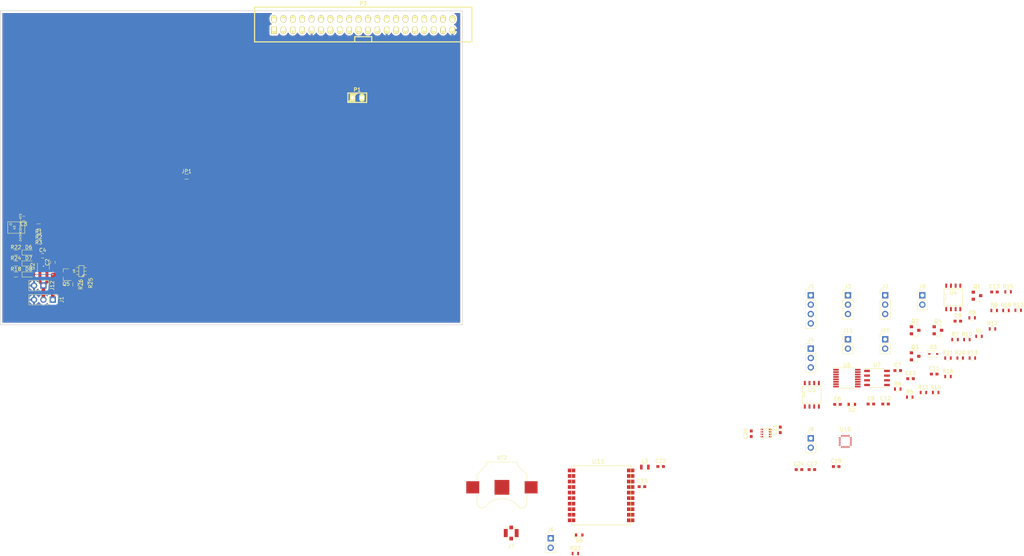
<source format=kicad_pcb>
(kicad_pcb (version 4) (host pcbnew 4.0.7-e1-6374~58~ubuntu16.04.1)

  (general
    (links 207)
    (no_connects 203)
    (area 14.924999 14.924999 140.075001 100.075001)
    (thickness 1.6)
    (drawings 4)
    (tracks 61)
    (zones 0)
    (modules 82)
    (nets 45)
  )

  (page A4)
  (layers
    (0 F.Cu signal)
    (31 B.Cu signal)
    (35 F.Paste user)
    (37 F.SilkS user)
    (39 F.Mask user)
    (44 Edge.Cuts user)
    (45 Margin user)
    (49 F.Fab user hide)
  )

  (setup
    (last_trace_width 0.5)
    (user_trace_width 0.2)
    (user_trace_width 0.5)
    (user_trace_width 0.8)
    (user_trace_width 1)
    (trace_clearance 0.2)
    (zone_clearance 0.508)
    (zone_45_only no)
    (trace_min 0.2)
    (segment_width 0.2)
    (edge_width 0.15)
    (via_size 0.4)
    (via_drill 0.3)
    (via_min_size 0.4)
    (via_min_drill 0.3)
    (uvia_size 0.3)
    (uvia_drill 0.1)
    (uvias_allowed no)
    (uvia_min_size 0.2)
    (uvia_min_drill 0.1)
    (pcb_text_width 0.3)
    (pcb_text_size 1.5 1.5)
    (mod_edge_width 0.15)
    (mod_text_size 1 1)
    (mod_text_width 0.15)
    (pad_size 9.4 10.8)
    (pad_drill 0)
    (pad_to_mask_clearance 0.2)
    (aux_axis_origin 0 0)
    (visible_elements FFFFFF7F)
    (pcbplotparams
      (layerselection 0x00030_80000001)
      (usegerberextensions false)
      (excludeedgelayer true)
      (linewidth 0.100000)
      (plotframeref false)
      (viasonmask false)
      (mode 1)
      (useauxorigin false)
      (hpglpennumber 1)
      (hpglpenspeed 20)
      (hpglpendiameter 15)
      (hpglpenoverlay 2)
      (psnegative false)
      (psa4output false)
      (plotreference true)
      (plotvalue true)
      (plotinvisibletext false)
      (padsonsilk false)
      (subtractmaskfromsilk false)
      (outputformat 1)
      (mirror false)
      (drillshape 1)
      (scaleselection 1)
      (outputdirectory ""))
  )

  (net 0 "")
  (net 1 /GPS/VBACKUP)
  (net 2 GND)
  (net 3 /+5V)
  (net 4 /+3.3V)
  (net 5 /+3v3)
  (net 6 /+5VRpi)
  (net 7 /EMS/ASI)
  (net 8 /EMS/MAP)
  (net 9 "Net-(C13-Pad1)")
  (net 10 "Net-(C22-Pad1)")
  (net 11 "Net-(C24-Pad2)")
  (net 12 "Net-(D2-Pad1)")
  (net 13 "Net-(D3-Pad1)")
  (net 14 "Net-(D5-Pad1)")
  (net 15 "Net-(D5-Pad2)")
  (net 16 "Net-(D6-Pad1)")
  (net 17 "Net-(D7-Pad1)")
  (net 18 "Net-(D8-Pad1)")
  (net 19 "Net-(J2-Pad1)")
  (net 20 /EMS/CurrentMeter)
  (net 21 /EMS/VoltageMeter)
  (net 22 "Net-(J5-Pad1)")
  (net 23 /EMS/CHT)
  (net 24 /EMS/OilTemp)
  (net 25 /EMS/OilPressure)
  (net 26 /RXD)
  (net 27 /TXD)
  (net 28 "Net-(J7-Pad1)")
  (net 29 /I2C_SCLK)
  (net 30 /I2C_SDA)
  (net 31 /Tach)
  (net 32 /Fuel_Flow)
  (net 33 "Net-(JP1-Pad1)")
  (net 34 "Net-(P3-Pad27)")
  (net 35 "Net-(P3-Pad28)")
  (net 36 /1PPS)
  (net 37 "/Back Power Protection/5V_MCU")
  (net 38 "Net-(Q1-Pad3)")
  (net 39 "Net-(Q2-Pad3)")
  (net 40 "Net-(Q4-Pad3)")
  (net 41 "Net-(Q5-Pad1)")
  (net 42 "Net-(R17-Pad1)")
  (net 43 "Net-(R25-Pad1)")
  (net 44 "Net-(U7-Pad1)")

  (net_class Default "This is the default net class."
    (clearance 0.2)
    (trace_width 0.2)
    (via_dia 0.4)
    (via_drill 0.3)
    (uvia_dia 0.3)
    (uvia_drill 0.1)
  )

  (net_class 5V ""
    (clearance 0.2)
    (trace_width 0.5)
    (via_dia 0.4)
    (via_drill 0.3)
    (uvia_dia 0.3)
    (uvia_drill 0.1)
    (add_net /+3.3V)
    (add_net /+3v3)
    (add_net /+5V)
    (add_net /+5VRpi)
    (add_net /1PPS)
    (add_net "/Back Power Protection/5V_MCU")
    (add_net /EMS/ASI)
    (add_net /EMS/CHT)
    (add_net /EMS/CurrentMeter)
    (add_net /EMS/MAP)
    (add_net /EMS/OilPressure)
    (add_net /EMS/OilTemp)
    (add_net /EMS/VoltageMeter)
    (add_net /Fuel_Flow)
    (add_net /GPS/VBACKUP)
    (add_net /I2C_SCLK)
    (add_net /I2C_SDA)
    (add_net /RXD)
    (add_net /TXD)
    (add_net /Tach)
    (add_net GND)
    (add_net "Net-(C13-Pad1)")
    (add_net "Net-(C22-Pad1)")
    (add_net "Net-(C24-Pad2)")
    (add_net "Net-(D2-Pad1)")
    (add_net "Net-(D3-Pad1)")
    (add_net "Net-(D5-Pad1)")
    (add_net "Net-(D5-Pad2)")
    (add_net "Net-(D6-Pad1)")
    (add_net "Net-(D7-Pad1)")
    (add_net "Net-(D8-Pad1)")
    (add_net "Net-(J2-Pad1)")
    (add_net "Net-(J5-Pad1)")
    (add_net "Net-(J7-Pad1)")
    (add_net "Net-(JP1-Pad1)")
    (add_net "Net-(P3-Pad27)")
    (add_net "Net-(P3-Pad28)")
    (add_net "Net-(Q1-Pad3)")
    (add_net "Net-(Q2-Pad3)")
    (add_net "Net-(Q4-Pad3)")
    (add_net "Net-(Q5-Pad1)")
    (add_net "Net-(R17-Pad1)")
    (add_net "Net-(R25-Pad1)")
    (add_net "Net-(U7-Pad1)")
  )

  (module Capacitors_SMD:C_0603 (layer F.Cu) (tedit 58AA844E) (tstamp 5982FF2E)
    (at 29.225 83.075 90)
    (descr "Capacitor SMD 0603, reflow soldering, AVX (see smccp.pdf)")
    (tags "capacitor 0603")
    (path /5982EE75)
    (attr smd)
    (fp_text reference C2 (at 0 -1.5 90) (layer F.SilkS)
      (effects (font (size 1 1) (thickness 0.15)))
    )
    (fp_text value 10u (at 0 1.5 90) (layer F.Fab)
      (effects (font (size 1 1) (thickness 0.15)))
    )
    (fp_text user %R (at 0 -1.5 90) (layer F.Fab)
      (effects (font (size 1 1) (thickness 0.15)))
    )
    (fp_line (start -0.8 0.4) (end -0.8 -0.4) (layer F.Fab) (width 0.1))
    (fp_line (start 0.8 0.4) (end -0.8 0.4) (layer F.Fab) (width 0.1))
    (fp_line (start 0.8 -0.4) (end 0.8 0.4) (layer F.Fab) (width 0.1))
    (fp_line (start -0.8 -0.4) (end 0.8 -0.4) (layer F.Fab) (width 0.1))
    (fp_line (start -0.35 -0.6) (end 0.35 -0.6) (layer F.SilkS) (width 0.12))
    (fp_line (start 0.35 0.6) (end -0.35 0.6) (layer F.SilkS) (width 0.12))
    (fp_line (start -1.4 -0.65) (end 1.4 -0.65) (layer F.CrtYd) (width 0.05))
    (fp_line (start -1.4 -0.65) (end -1.4 0.65) (layer F.CrtYd) (width 0.05))
    (fp_line (start 1.4 0.65) (end 1.4 -0.65) (layer F.CrtYd) (width 0.05))
    (fp_line (start 1.4 0.65) (end -1.4 0.65) (layer F.CrtYd) (width 0.05))
    (pad 1 smd rect (at -0.75 0 90) (size 0.8 0.75) (layers F.Cu F.Paste F.Mask)
      (net 3 /+5V))
    (pad 2 smd rect (at 0.75 0 90) (size 0.8 0.75) (layers F.Cu F.Paste F.Mask)
      (net 2 GND))
    (model Capacitors_SMD.3dshapes/C_0603.wrl
      (at (xyz 0 0 0))
      (scale (xyz 1 1 1))
      (rotate (xyz 0 0 0))
    )
  )

  (module Capacitors_SMD:C_0603 (layer F.Cu) (tedit 58AA844E) (tstamp 5982FF34)
    (at 21.35 71.2 180)
    (descr "Capacitor SMD 0603, reflow soldering, AVX (see smccp.pdf)")
    (tags "capacitor 0603")
    (path /5982EE13)
    (attr smd)
    (fp_text reference C3 (at 0 -1.5 180) (layer F.SilkS)
      (effects (font (size 1 1) (thickness 0.15)))
    )
    (fp_text value 0.1uf (at 0 1.5 180) (layer F.Fab)
      (effects (font (size 1 1) (thickness 0.15)))
    )
    (fp_text user %R (at 0 -1.5 180) (layer F.Fab)
      (effects (font (size 1 1) (thickness 0.15)))
    )
    (fp_line (start -0.8 0.4) (end -0.8 -0.4) (layer F.Fab) (width 0.1))
    (fp_line (start 0.8 0.4) (end -0.8 0.4) (layer F.Fab) (width 0.1))
    (fp_line (start 0.8 -0.4) (end 0.8 0.4) (layer F.Fab) (width 0.1))
    (fp_line (start -0.8 -0.4) (end 0.8 -0.4) (layer F.Fab) (width 0.1))
    (fp_line (start -0.35 -0.6) (end 0.35 -0.6) (layer F.SilkS) (width 0.12))
    (fp_line (start 0.35 0.6) (end -0.35 0.6) (layer F.SilkS) (width 0.12))
    (fp_line (start -1.4 -0.65) (end 1.4 -0.65) (layer F.CrtYd) (width 0.05))
    (fp_line (start -1.4 -0.65) (end -1.4 0.65) (layer F.CrtYd) (width 0.05))
    (fp_line (start 1.4 0.65) (end 1.4 -0.65) (layer F.CrtYd) (width 0.05))
    (fp_line (start 1.4 0.65) (end -1.4 0.65) (layer F.CrtYd) (width 0.05))
    (pad 1 smd rect (at -0.75 0 180) (size 0.8 0.75) (layers F.Cu F.Paste F.Mask)
      (net 4 /+3.3V))
    (pad 2 smd rect (at 0.75 0 180) (size 0.8 0.75) (layers F.Cu F.Paste F.Mask)
      (net 2 GND))
    (model Capacitors_SMD.3dshapes/C_0603.wrl
      (at (xyz 0 0 0))
      (scale (xyz 1 1 1))
      (rotate (xyz 0 0 0))
    )
  )

  (module Capacitors_SMD:C_0603 (layer F.Cu) (tedit 58AA844E) (tstamp 5982FF3A)
    (at 26.475 81.3)
    (descr "Capacitor SMD 0603, reflow soldering, AVX (see smccp.pdf)")
    (tags "capacitor 0603")
    (path /5982EE72)
    (attr smd)
    (fp_text reference C4 (at 0 -1.5) (layer F.SilkS)
      (effects (font (size 1 1) (thickness 0.15)))
    )
    (fp_text value 10u (at 0 1.5) (layer F.Fab)
      (effects (font (size 1 1) (thickness 0.15)))
    )
    (fp_text user %R (at 0 -1.5) (layer F.Fab)
      (effects (font (size 1 1) (thickness 0.15)))
    )
    (fp_line (start -0.8 0.4) (end -0.8 -0.4) (layer F.Fab) (width 0.1))
    (fp_line (start 0.8 0.4) (end -0.8 0.4) (layer F.Fab) (width 0.1))
    (fp_line (start 0.8 -0.4) (end 0.8 0.4) (layer F.Fab) (width 0.1))
    (fp_line (start -0.8 -0.4) (end 0.8 -0.4) (layer F.Fab) (width 0.1))
    (fp_line (start -0.35 -0.6) (end 0.35 -0.6) (layer F.SilkS) (width 0.12))
    (fp_line (start 0.35 0.6) (end -0.35 0.6) (layer F.SilkS) (width 0.12))
    (fp_line (start -1.4 -0.65) (end 1.4 -0.65) (layer F.CrtYd) (width 0.05))
    (fp_line (start -1.4 -0.65) (end -1.4 0.65) (layer F.CrtYd) (width 0.05))
    (fp_line (start 1.4 0.65) (end 1.4 -0.65) (layer F.CrtYd) (width 0.05))
    (fp_line (start 1.4 0.65) (end -1.4 0.65) (layer F.CrtYd) (width 0.05))
    (pad 1 smd rect (at -0.75 0) (size 0.8 0.75) (layers F.Cu F.Paste F.Mask)
      (net 5 /+3v3))
    (pad 2 smd rect (at 0.75 0) (size 0.8 0.75) (layers F.Cu F.Paste F.Mask)
      (net 2 GND))
    (model Capacitors_SMD.3dshapes/C_0603.wrl
      (at (xyz 0 0 0))
      (scale (xyz 1 1 1))
      (rotate (xyz 0 0 0))
    )
  )

  (module Capacitors_SMD:C_0603 (layer F.Cu) (tedit 58AA844E) (tstamp 5982FF46)
    (at 241.499001 121.551)
    (descr "Capacitor SMD 0603, reflow soldering, AVX (see smccp.pdf)")
    (tags "capacitor 0603")
    (path /59839CEE/5983B9CC)
    (attr smd)
    (fp_text reference C6 (at 0 -1.5) (layer F.SilkS)
      (effects (font (size 1 1) (thickness 0.15)))
    )
    (fp_text value 1u (at 0 1.5) (layer F.Fab)
      (effects (font (size 1 1) (thickness 0.15)))
    )
    (fp_text user %R (at 0 -1.5) (layer F.Fab)
      (effects (font (size 1 1) (thickness 0.15)))
    )
    (fp_line (start -0.8 0.4) (end -0.8 -0.4) (layer F.Fab) (width 0.1))
    (fp_line (start 0.8 0.4) (end -0.8 0.4) (layer F.Fab) (width 0.1))
    (fp_line (start 0.8 -0.4) (end 0.8 0.4) (layer F.Fab) (width 0.1))
    (fp_line (start -0.8 -0.4) (end 0.8 -0.4) (layer F.Fab) (width 0.1))
    (fp_line (start -0.35 -0.6) (end 0.35 -0.6) (layer F.SilkS) (width 0.12))
    (fp_line (start 0.35 0.6) (end -0.35 0.6) (layer F.SilkS) (width 0.12))
    (fp_line (start -1.4 -0.65) (end 1.4 -0.65) (layer F.CrtYd) (width 0.05))
    (fp_line (start -1.4 -0.65) (end -1.4 0.65) (layer F.CrtYd) (width 0.05))
    (fp_line (start 1.4 0.65) (end 1.4 -0.65) (layer F.CrtYd) (width 0.05))
    (fp_line (start 1.4 0.65) (end -1.4 0.65) (layer F.CrtYd) (width 0.05))
    (pad 1 smd rect (at -0.75 0) (size 0.8 0.75) (layers F.Cu F.Paste F.Mask)
      (net 3 /+5V))
    (pad 2 smd rect (at 0.75 0) (size 0.8 0.75) (layers F.Cu F.Paste F.Mask)
      (net 2 GND))
    (model Capacitors_SMD.3dshapes/C_0603.wrl
      (at (xyz 0 0 0))
      (scale (xyz 1 1 1))
      (rotate (xyz 0 0 0))
    )
  )

  (module Capacitors_SMD:C_0603 (layer F.Cu) (tedit 58AA844E) (tstamp 5982FF4C)
    (at 257.799001 112.401)
    (descr "Capacitor SMD 0603, reflow soldering, AVX (see smccp.pdf)")
    (tags "capacitor 0603")
    (path /59839CEE/5983B9DA)
    (attr smd)
    (fp_text reference C7 (at 0 -1.5) (layer F.SilkS)
      (effects (font (size 1 1) (thickness 0.15)))
    )
    (fp_text value 1u (at 0 1.5) (layer F.Fab)
      (effects (font (size 1 1) (thickness 0.15)))
    )
    (fp_text user %R (at 0 -1.5) (layer F.Fab)
      (effects (font (size 1 1) (thickness 0.15)))
    )
    (fp_line (start -0.8 0.4) (end -0.8 -0.4) (layer F.Fab) (width 0.1))
    (fp_line (start 0.8 0.4) (end -0.8 0.4) (layer F.Fab) (width 0.1))
    (fp_line (start 0.8 -0.4) (end 0.8 0.4) (layer F.Fab) (width 0.1))
    (fp_line (start -0.8 -0.4) (end 0.8 -0.4) (layer F.Fab) (width 0.1))
    (fp_line (start -0.35 -0.6) (end 0.35 -0.6) (layer F.SilkS) (width 0.12))
    (fp_line (start 0.35 0.6) (end -0.35 0.6) (layer F.SilkS) (width 0.12))
    (fp_line (start -1.4 -0.65) (end 1.4 -0.65) (layer F.CrtYd) (width 0.05))
    (fp_line (start -1.4 -0.65) (end -1.4 0.65) (layer F.CrtYd) (width 0.05))
    (fp_line (start 1.4 0.65) (end 1.4 -0.65) (layer F.CrtYd) (width 0.05))
    (fp_line (start 1.4 0.65) (end -1.4 0.65) (layer F.CrtYd) (width 0.05))
    (pad 1 smd rect (at -0.75 0) (size 0.8 0.75) (layers F.Cu F.Paste F.Mask)
      (net 3 /+5V))
    (pad 2 smd rect (at 0.75 0) (size 0.8 0.75) (layers F.Cu F.Paste F.Mask)
      (net 2 GND))
    (model Capacitors_SMD.3dshapes/C_0603.wrl
      (at (xyz 0 0 0))
      (scale (xyz 1 1 1))
      (rotate (xyz 0 0 0))
    )
  )

  (module Capacitors_SMD:C_0603 (layer F.Cu) (tedit 58AA844E) (tstamp 5982FF52)
    (at 250.543047 121.451)
    (descr "Capacitor SMD 0603, reflow soldering, AVX (see smccp.pdf)")
    (tags "capacitor 0603")
    (path /59839CEE/5983B96D)
    (attr smd)
    (fp_text reference C8 (at 0 -1.5) (layer F.SilkS)
      (effects (font (size 1 1) (thickness 0.15)))
    )
    (fp_text value 0.01u (at 0 1.5) (layer F.Fab)
      (effects (font (size 1 1) (thickness 0.15)))
    )
    (fp_text user %R (at 0 -1.5) (layer F.Fab)
      (effects (font (size 1 1) (thickness 0.15)))
    )
    (fp_line (start -0.8 0.4) (end -0.8 -0.4) (layer F.Fab) (width 0.1))
    (fp_line (start 0.8 0.4) (end -0.8 0.4) (layer F.Fab) (width 0.1))
    (fp_line (start 0.8 -0.4) (end 0.8 0.4) (layer F.Fab) (width 0.1))
    (fp_line (start -0.8 -0.4) (end 0.8 -0.4) (layer F.Fab) (width 0.1))
    (fp_line (start -0.35 -0.6) (end 0.35 -0.6) (layer F.SilkS) (width 0.12))
    (fp_line (start 0.35 0.6) (end -0.35 0.6) (layer F.SilkS) (width 0.12))
    (fp_line (start -1.4 -0.65) (end 1.4 -0.65) (layer F.CrtYd) (width 0.05))
    (fp_line (start -1.4 -0.65) (end -1.4 0.65) (layer F.CrtYd) (width 0.05))
    (fp_line (start 1.4 0.65) (end 1.4 -0.65) (layer F.CrtYd) (width 0.05))
    (fp_line (start 1.4 0.65) (end -1.4 0.65) (layer F.CrtYd) (width 0.05))
    (pad 1 smd rect (at -0.75 0) (size 0.8 0.75) (layers F.Cu F.Paste F.Mask)
      (net 3 /+5V))
    (pad 2 smd rect (at 0.75 0) (size 0.8 0.75) (layers F.Cu F.Paste F.Mask)
      (net 2 GND))
    (model Capacitors_SMD.3dshapes/C_0603.wrl
      (at (xyz 0 0 0))
      (scale (xyz 1 1 1))
      (rotate (xyz 0 0 0))
    )
  )

  (module Capacitors_SMD:C_0603 (layer F.Cu) (tedit 58AA844E) (tstamp 5982FF58)
    (at 274.063047 99.011)
    (descr "Capacitor SMD 0603, reflow soldering, AVX (see smccp.pdf)")
    (tags "capacitor 0603")
    (path /59839CEE/5983B9AC)
    (attr smd)
    (fp_text reference C9 (at 0 -1.5) (layer F.SilkS)
      (effects (font (size 1 1) (thickness 0.15)))
    )
    (fp_text value 0.01u (at 0 1.5) (layer F.Fab)
      (effects (font (size 1 1) (thickness 0.15)))
    )
    (fp_text user %R (at 0 -1.5) (layer F.Fab)
      (effects (font (size 1 1) (thickness 0.15)))
    )
    (fp_line (start -0.8 0.4) (end -0.8 -0.4) (layer F.Fab) (width 0.1))
    (fp_line (start 0.8 0.4) (end -0.8 0.4) (layer F.Fab) (width 0.1))
    (fp_line (start 0.8 -0.4) (end 0.8 0.4) (layer F.Fab) (width 0.1))
    (fp_line (start -0.8 -0.4) (end 0.8 -0.4) (layer F.Fab) (width 0.1))
    (fp_line (start -0.35 -0.6) (end 0.35 -0.6) (layer F.SilkS) (width 0.12))
    (fp_line (start 0.35 0.6) (end -0.35 0.6) (layer F.SilkS) (width 0.12))
    (fp_line (start -1.4 -0.65) (end 1.4 -0.65) (layer F.CrtYd) (width 0.05))
    (fp_line (start -1.4 -0.65) (end -1.4 0.65) (layer F.CrtYd) (width 0.05))
    (fp_line (start 1.4 0.65) (end 1.4 -0.65) (layer F.CrtYd) (width 0.05))
    (fp_line (start 1.4 0.65) (end -1.4 0.65) (layer F.CrtYd) (width 0.05))
    (pad 1 smd rect (at -0.75 0) (size 0.8 0.75) (layers F.Cu F.Paste F.Mask)
      (net 3 /+5V))
    (pad 2 smd rect (at 0.75 0) (size 0.8 0.75) (layers F.Cu F.Paste F.Mask)
      (net 2 GND))
    (model Capacitors_SMD.3dshapes/C_0603.wrl
      (at (xyz 0 0 0))
      (scale (xyz 1 1 1))
      (rotate (xyz 0 0 0))
    )
  )

  (module Capacitors_SMD:C_0603 (layer F.Cu) (tedit 58AA844E) (tstamp 5982FF5E)
    (at 261.266857 114.591)
    (descr "Capacitor SMD 0603, reflow soldering, AVX (see smccp.pdf)")
    (tags "capacitor 0603")
    (path /59839CEE/5983B938)
    (attr smd)
    (fp_text reference C10 (at 0 -1.5) (layer F.SilkS)
      (effects (font (size 1 1) (thickness 0.15)))
    )
    (fp_text value 0.1u (at 0 1.5) (layer F.Fab)
      (effects (font (size 1 1) (thickness 0.15)))
    )
    (fp_text user %R (at 0 -1.5) (layer F.Fab)
      (effects (font (size 1 1) (thickness 0.15)))
    )
    (fp_line (start -0.8 0.4) (end -0.8 -0.4) (layer F.Fab) (width 0.1))
    (fp_line (start 0.8 0.4) (end -0.8 0.4) (layer F.Fab) (width 0.1))
    (fp_line (start 0.8 -0.4) (end 0.8 0.4) (layer F.Fab) (width 0.1))
    (fp_line (start -0.8 -0.4) (end 0.8 -0.4) (layer F.Fab) (width 0.1))
    (fp_line (start -0.35 -0.6) (end 0.35 -0.6) (layer F.SilkS) (width 0.12))
    (fp_line (start 0.35 0.6) (end -0.35 0.6) (layer F.SilkS) (width 0.12))
    (fp_line (start -1.4 -0.65) (end 1.4 -0.65) (layer F.CrtYd) (width 0.05))
    (fp_line (start -1.4 -0.65) (end -1.4 0.65) (layer F.CrtYd) (width 0.05))
    (fp_line (start 1.4 0.65) (end 1.4 -0.65) (layer F.CrtYd) (width 0.05))
    (fp_line (start 1.4 0.65) (end -1.4 0.65) (layer F.CrtYd) (width 0.05))
    (pad 1 smd rect (at -0.75 0) (size 0.8 0.75) (layers F.Cu F.Paste F.Mask)
      (net 3 /+5V))
    (pad 2 smd rect (at 0.75 0) (size 0.8 0.75) (layers F.Cu F.Paste F.Mask)
      (net 2 GND))
    (model Capacitors_SMD.3dshapes/C_0603.wrl
      (at (xyz 0 0 0))
      (scale (xyz 1 1 1))
      (rotate (xyz 0 0 0))
    )
  )

  (module Capacitors_SMD:C_0603 (layer F.Cu) (tedit 58AA844E) (tstamp 5982FF64)
    (at 267.664952 113.341)
    (descr "Capacitor SMD 0603, reflow soldering, AVX (see smccp.pdf)")
    (tags "capacitor 0603")
    (path /59839CEE/5983B974)
    (attr smd)
    (fp_text reference C11 (at 0 -1.5) (layer F.SilkS)
      (effects (font (size 1 1) (thickness 0.15)))
    )
    (fp_text value 470p (at 0 1.5) (layer F.Fab)
      (effects (font (size 1 1) (thickness 0.15)))
    )
    (fp_text user %R (at 0 -1.5) (layer F.Fab)
      (effects (font (size 1 1) (thickness 0.15)))
    )
    (fp_line (start -0.8 0.4) (end -0.8 -0.4) (layer F.Fab) (width 0.1))
    (fp_line (start 0.8 0.4) (end -0.8 0.4) (layer F.Fab) (width 0.1))
    (fp_line (start 0.8 -0.4) (end 0.8 0.4) (layer F.Fab) (width 0.1))
    (fp_line (start -0.8 -0.4) (end 0.8 -0.4) (layer F.Fab) (width 0.1))
    (fp_line (start -0.35 -0.6) (end 0.35 -0.6) (layer F.SilkS) (width 0.12))
    (fp_line (start 0.35 0.6) (end -0.35 0.6) (layer F.SilkS) (width 0.12))
    (fp_line (start -1.4 -0.65) (end 1.4 -0.65) (layer F.CrtYd) (width 0.05))
    (fp_line (start -1.4 -0.65) (end -1.4 0.65) (layer F.CrtYd) (width 0.05))
    (fp_line (start 1.4 0.65) (end 1.4 -0.65) (layer F.CrtYd) (width 0.05))
    (fp_line (start 1.4 0.65) (end -1.4 0.65) (layer F.CrtYd) (width 0.05))
    (pad 1 smd rect (at -0.75 0) (size 0.8 0.75) (layers F.Cu F.Paste F.Mask)
      (net 7 /EMS/ASI))
    (pad 2 smd rect (at 0.75 0) (size 0.8 0.75) (layers F.Cu F.Paste F.Mask)
      (net 2 GND))
    (model Capacitors_SMD.3dshapes/C_0603.wrl
      (at (xyz 0 0 0))
      (scale (xyz 1 1 1))
      (rotate (xyz 0 0 0))
    )
  )

  (module Capacitors_SMD:C_0603 (layer F.Cu) (tedit 58AA844E) (tstamp 5982FF6A)
    (at 254.506381 121.451)
    (descr "Capacitor SMD 0603, reflow soldering, AVX (see smccp.pdf)")
    (tags "capacitor 0603")
    (path /59839CEE/5983B9C5)
    (attr smd)
    (fp_text reference C12 (at 0 -1.5) (layer F.SilkS)
      (effects (font (size 1 1) (thickness 0.15)))
    )
    (fp_text value 47p (at 0 1.5) (layer F.Fab)
      (effects (font (size 1 1) (thickness 0.15)))
    )
    (fp_text user %R (at 0 -1.5) (layer F.Fab)
      (effects (font (size 1 1) (thickness 0.15)))
    )
    (fp_line (start -0.8 0.4) (end -0.8 -0.4) (layer F.Fab) (width 0.1))
    (fp_line (start 0.8 0.4) (end -0.8 0.4) (layer F.Fab) (width 0.1))
    (fp_line (start 0.8 -0.4) (end 0.8 0.4) (layer F.Fab) (width 0.1))
    (fp_line (start -0.8 -0.4) (end 0.8 -0.4) (layer F.Fab) (width 0.1))
    (fp_line (start -0.35 -0.6) (end 0.35 -0.6) (layer F.SilkS) (width 0.12))
    (fp_line (start 0.35 0.6) (end -0.35 0.6) (layer F.SilkS) (width 0.12))
    (fp_line (start -1.4 -0.65) (end 1.4 -0.65) (layer F.CrtYd) (width 0.05))
    (fp_line (start -1.4 -0.65) (end -1.4 0.65) (layer F.CrtYd) (width 0.05))
    (fp_line (start 1.4 0.65) (end 1.4 -0.65) (layer F.CrtYd) (width 0.05))
    (fp_line (start 1.4 0.65) (end -1.4 0.65) (layer F.CrtYd) (width 0.05))
    (pad 1 smd rect (at -0.75 0) (size 0.8 0.75) (layers F.Cu F.Paste F.Mask)
      (net 8 /EMS/MAP))
    (pad 2 smd rect (at 0.75 0) (size 0.8 0.75) (layers F.Cu F.Paste F.Mask)
      (net 2 GND))
    (model Capacitors_SMD.3dshapes/C_0603.wrl
      (at (xyz 0 0 0))
      (scale (xyz 1 1 1))
      (rotate (xyz 0 0 0))
    )
  )

  (module Capacitors_SMD:C_0603 (layer F.Cu) (tedit 58AA844E) (tstamp 5982FF70)
    (at 283.976381 91.121)
    (descr "Capacitor SMD 0603, reflow soldering, AVX (see smccp.pdf)")
    (tags "capacitor 0603")
    (path /59839CEE/5983C9D4)
    (attr smd)
    (fp_text reference C13 (at 0 -1.5) (layer F.SilkS)
      (effects (font (size 1 1) (thickness 0.15)))
    )
    (fp_text value 22n (at 0 1.5) (layer F.Fab)
      (effects (font (size 1 1) (thickness 0.15)))
    )
    (fp_text user %R (at 0 -1.5) (layer F.Fab)
      (effects (font (size 1 1) (thickness 0.15)))
    )
    (fp_line (start -0.8 0.4) (end -0.8 -0.4) (layer F.Fab) (width 0.1))
    (fp_line (start 0.8 0.4) (end -0.8 0.4) (layer F.Fab) (width 0.1))
    (fp_line (start 0.8 -0.4) (end 0.8 0.4) (layer F.Fab) (width 0.1))
    (fp_line (start -0.8 -0.4) (end 0.8 -0.4) (layer F.Fab) (width 0.1))
    (fp_line (start -0.35 -0.6) (end 0.35 -0.6) (layer F.SilkS) (width 0.12))
    (fp_line (start 0.35 0.6) (end -0.35 0.6) (layer F.SilkS) (width 0.12))
    (fp_line (start -1.4 -0.65) (end 1.4 -0.65) (layer F.CrtYd) (width 0.05))
    (fp_line (start -1.4 -0.65) (end -1.4 0.65) (layer F.CrtYd) (width 0.05))
    (fp_line (start 1.4 0.65) (end 1.4 -0.65) (layer F.CrtYd) (width 0.05))
    (fp_line (start 1.4 0.65) (end -1.4 0.65) (layer F.CrtYd) (width 0.05))
    (pad 1 smd rect (at -0.75 0) (size 0.8 0.75) (layers F.Cu F.Paste F.Mask)
      (net 9 "Net-(C13-Pad1)"))
    (pad 2 smd rect (at 0.75 0) (size 0.8 0.75) (layers F.Cu F.Paste F.Mask)
      (net 2 GND))
    (model Capacitors_SMD.3dshapes/C_0603.wrl
      (at (xyz 0 0 0))
      (scale (xyz 1 1 1))
      (rotate (xyz 0 0 0))
    )
  )

  (module Capacitors_SMD:C_0603 (layer F.Cu) (tedit 58AA844E) (tstamp 5982FF82)
    (at 234.576381 139.211)
    (descr "Capacitor SMD 0603, reflow soldering, AVX (see smccp.pdf)")
    (tags "capacitor 0603")
    (path /59836DC1/598370A9)
    (attr smd)
    (fp_text reference C17 (at 0 -1.5) (layer F.SilkS)
      (effects (font (size 1 1) (thickness 0.15)))
    )
    (fp_text value 10n (at 0 1.5) (layer F.Fab)
      (effects (font (size 1 1) (thickness 0.15)))
    )
    (fp_text user %R (at 0 -1.5) (layer F.Fab)
      (effects (font (size 1 1) (thickness 0.15)))
    )
    (fp_line (start -0.8 0.4) (end -0.8 -0.4) (layer F.Fab) (width 0.1))
    (fp_line (start 0.8 0.4) (end -0.8 0.4) (layer F.Fab) (width 0.1))
    (fp_line (start 0.8 -0.4) (end 0.8 0.4) (layer F.Fab) (width 0.1))
    (fp_line (start -0.8 -0.4) (end 0.8 -0.4) (layer F.Fab) (width 0.1))
    (fp_line (start -0.35 -0.6) (end 0.35 -0.6) (layer F.SilkS) (width 0.12))
    (fp_line (start 0.35 0.6) (end -0.35 0.6) (layer F.SilkS) (width 0.12))
    (fp_line (start -1.4 -0.65) (end 1.4 -0.65) (layer F.CrtYd) (width 0.05))
    (fp_line (start -1.4 -0.65) (end -1.4 0.65) (layer F.CrtYd) (width 0.05))
    (fp_line (start 1.4 0.65) (end 1.4 -0.65) (layer F.CrtYd) (width 0.05))
    (fp_line (start 1.4 0.65) (end -1.4 0.65) (layer F.CrtYd) (width 0.05))
    (pad 1 smd rect (at -0.75 0) (size 0.8 0.75) (layers F.Cu F.Paste F.Mask)
      (net 5 /+3v3))
    (pad 2 smd rect (at 0.75 0) (size 0.8 0.75) (layers F.Cu F.Paste F.Mask)
      (net 2 GND))
    (model Capacitors_SMD.3dshapes/C_0603.wrl
      (at (xyz 0 0 0))
      (scale (xyz 1 1 1))
      (rotate (xyz 0 0 0))
    )
  )

  (module Capacitors_SMD:C_0603 (layer F.Cu) (tedit 58AA844E) (tstamp 5982FF88)
    (at 241.146857 138.391)
    (descr "Capacitor SMD 0603, reflow soldering, AVX (see smccp.pdf)")
    (tags "capacitor 0603")
    (path /59836DC1/598370A2)
    (attr smd)
    (fp_text reference C19 (at 0 -1.5) (layer F.SilkS)
      (effects (font (size 1 1) (thickness 0.15)))
    )
    (fp_text value 0.1u (at 0 1.5) (layer F.Fab)
      (effects (font (size 1 1) (thickness 0.15)))
    )
    (fp_text user %R (at 0 -1.5) (layer F.Fab)
      (effects (font (size 1 1) (thickness 0.15)))
    )
    (fp_line (start -0.8 0.4) (end -0.8 -0.4) (layer F.Fab) (width 0.1))
    (fp_line (start 0.8 0.4) (end -0.8 0.4) (layer F.Fab) (width 0.1))
    (fp_line (start 0.8 -0.4) (end 0.8 0.4) (layer F.Fab) (width 0.1))
    (fp_line (start -0.8 -0.4) (end 0.8 -0.4) (layer F.Fab) (width 0.1))
    (fp_line (start -0.35 -0.6) (end 0.35 -0.6) (layer F.SilkS) (width 0.12))
    (fp_line (start 0.35 0.6) (end -0.35 0.6) (layer F.SilkS) (width 0.12))
    (fp_line (start -1.4 -0.65) (end 1.4 -0.65) (layer F.CrtYd) (width 0.05))
    (fp_line (start -1.4 -0.65) (end -1.4 0.65) (layer F.CrtYd) (width 0.05))
    (fp_line (start 1.4 0.65) (end 1.4 -0.65) (layer F.CrtYd) (width 0.05))
    (fp_line (start 1.4 0.65) (end -1.4 0.65) (layer F.CrtYd) (width 0.05))
    (pad 1 smd rect (at -0.75 0) (size 0.8 0.75) (layers F.Cu F.Paste F.Mask)
      (net 5 /+3v3))
    (pad 2 smd rect (at 0.75 0) (size 0.8 0.75) (layers F.Cu F.Paste F.Mask)
      (net 2 GND))
    (model Capacitors_SMD.3dshapes/C_0603.wrl
      (at (xyz 0 0 0))
      (scale (xyz 1 1 1))
      (rotate (xyz 0 0 0))
    )
  )

  (module Capacitors_SMD:C_0603 (layer F.Cu) (tedit 58AA844E) (tstamp 5982FF8E)
    (at 193.656381 138.381)
    (descr "Capacitor SMD 0603, reflow soldering, AVX (see smccp.pdf)")
    (tags "capacitor 0603")
    (path /598317CA/59831BB5)
    (attr smd)
    (fp_text reference C22 (at 0 -1.5) (layer F.SilkS)
      (effects (font (size 1 1) (thickness 0.15)))
    )
    (fp_text value 10u (at 0 1.5) (layer F.Fab)
      (effects (font (size 1 1) (thickness 0.15)))
    )
    (fp_text user %R (at 0 -1.5) (layer F.Fab)
      (effects (font (size 1 1) (thickness 0.15)))
    )
    (fp_line (start -0.8 0.4) (end -0.8 -0.4) (layer F.Fab) (width 0.1))
    (fp_line (start 0.8 0.4) (end -0.8 0.4) (layer F.Fab) (width 0.1))
    (fp_line (start 0.8 -0.4) (end 0.8 0.4) (layer F.Fab) (width 0.1))
    (fp_line (start -0.8 -0.4) (end 0.8 -0.4) (layer F.Fab) (width 0.1))
    (fp_line (start -0.35 -0.6) (end 0.35 -0.6) (layer F.SilkS) (width 0.12))
    (fp_line (start 0.35 0.6) (end -0.35 0.6) (layer F.SilkS) (width 0.12))
    (fp_line (start -1.4 -0.65) (end 1.4 -0.65) (layer F.CrtYd) (width 0.05))
    (fp_line (start -1.4 -0.65) (end -1.4 0.65) (layer F.CrtYd) (width 0.05))
    (fp_line (start 1.4 0.65) (end 1.4 -0.65) (layer F.CrtYd) (width 0.05))
    (fp_line (start 1.4 0.65) (end -1.4 0.65) (layer F.CrtYd) (width 0.05))
    (pad 1 smd rect (at -0.75 0) (size 0.8 0.75) (layers F.Cu F.Paste F.Mask)
      (net 10 "Net-(C22-Pad1)"))
    (pad 2 smd rect (at 0.75 0) (size 0.8 0.75) (layers F.Cu F.Paste F.Mask)
      (net 2 GND))
    (model Capacitors_SMD.3dshapes/C_0603.wrl
      (at (xyz 0 0 0))
      (scale (xyz 1 1 1))
      (rotate (xyz 0 0 0))
    )
  )

  (module Capacitors_SMD:C_0603 (layer F.Cu) (tedit 58AA844E) (tstamp 5982FF94)
    (at 188.596857 143.831)
    (descr "Capacitor SMD 0603, reflow soldering, AVX (see smccp.pdf)")
    (tags "capacitor 0603")
    (path /598317CA/59831B9C)
    (attr smd)
    (fp_text reference C23 (at 0 -1.5) (layer F.SilkS)
      (effects (font (size 1 1) (thickness 0.15)))
    )
    (fp_text value 0.1u (at 0 1.5) (layer F.Fab)
      (effects (font (size 1 1) (thickness 0.15)))
    )
    (fp_text user %R (at 0 -1.5) (layer F.Fab)
      (effects (font (size 1 1) (thickness 0.15)))
    )
    (fp_line (start -0.8 0.4) (end -0.8 -0.4) (layer F.Fab) (width 0.1))
    (fp_line (start 0.8 0.4) (end -0.8 0.4) (layer F.Fab) (width 0.1))
    (fp_line (start 0.8 -0.4) (end 0.8 0.4) (layer F.Fab) (width 0.1))
    (fp_line (start -0.8 -0.4) (end 0.8 -0.4) (layer F.Fab) (width 0.1))
    (fp_line (start -0.35 -0.6) (end 0.35 -0.6) (layer F.SilkS) (width 0.12))
    (fp_line (start 0.35 0.6) (end -0.35 0.6) (layer F.SilkS) (width 0.12))
    (fp_line (start -1.4 -0.65) (end 1.4 -0.65) (layer F.CrtYd) (width 0.05))
    (fp_line (start -1.4 -0.65) (end -1.4 0.65) (layer F.CrtYd) (width 0.05))
    (fp_line (start 1.4 0.65) (end 1.4 -0.65) (layer F.CrtYd) (width 0.05))
    (fp_line (start 1.4 0.65) (end -1.4 0.65) (layer F.CrtYd) (width 0.05))
    (pad 1 smd rect (at -0.75 0) (size 0.8 0.75) (layers F.Cu F.Paste F.Mask)
      (net 10 "Net-(C22-Pad1)"))
    (pad 2 smd rect (at 0.75 0) (size 0.8 0.75) (layers F.Cu F.Paste F.Mask)
      (net 2 GND))
    (model Capacitors_SMD.3dshapes/C_0603.wrl
      (at (xyz 0 0 0))
      (scale (xyz 1 1 1))
      (rotate (xyz 0 0 0))
    )
  )

  (module Capacitors_SMD:C_0603 (layer F.Cu) (tedit 58AA844E) (tstamp 5982FF9A)
    (at 231.086857 139.211)
    (descr "Capacitor SMD 0603, reflow soldering, AVX (see smccp.pdf)")
    (tags "capacitor 0603")
    (path /59836DC1/59837098)
    (attr smd)
    (fp_text reference C24 (at 0 -1.5) (layer F.SilkS)
      (effects (font (size 1 1) (thickness 0.15)))
    )
    (fp_text value 0.1u (at 0 1.5) (layer F.Fab)
      (effects (font (size 1 1) (thickness 0.15)))
    )
    (fp_text user %R (at 0 -1.5) (layer F.Fab)
      (effects (font (size 1 1) (thickness 0.15)))
    )
    (fp_line (start -0.8 0.4) (end -0.8 -0.4) (layer F.Fab) (width 0.1))
    (fp_line (start 0.8 0.4) (end -0.8 0.4) (layer F.Fab) (width 0.1))
    (fp_line (start 0.8 -0.4) (end 0.8 0.4) (layer F.Fab) (width 0.1))
    (fp_line (start -0.8 -0.4) (end 0.8 -0.4) (layer F.Fab) (width 0.1))
    (fp_line (start -0.35 -0.6) (end 0.35 -0.6) (layer F.SilkS) (width 0.12))
    (fp_line (start 0.35 0.6) (end -0.35 0.6) (layer F.SilkS) (width 0.12))
    (fp_line (start -1.4 -0.65) (end 1.4 -0.65) (layer F.CrtYd) (width 0.05))
    (fp_line (start -1.4 -0.65) (end -1.4 0.65) (layer F.CrtYd) (width 0.05))
    (fp_line (start 1.4 0.65) (end 1.4 -0.65) (layer F.CrtYd) (width 0.05))
    (fp_line (start 1.4 0.65) (end -1.4 0.65) (layer F.CrtYd) (width 0.05))
    (pad 1 smd rect (at -0.75 0) (size 0.8 0.75) (layers F.Cu F.Paste F.Mask)
      (net 2 GND))
    (pad 2 smd rect (at 0.75 0) (size 0.8 0.75) (layers F.Cu F.Paste F.Mask)
      (net 11 "Net-(C24-Pad2)"))
    (model Capacitors_SMD.3dshapes/C_0603.wrl
      (at (xyz 0 0 0))
      (scale (xyz 1 1 1))
      (rotate (xyz 0 0 0))
    )
  )

  (module Diodes_SMD:D_0603 (layer F.Cu) (tedit 5863D73A) (tstamp 5982FFA6)
    (at 245.395428 121.551)
    (descr "Diode SMD in 0603 package")
    (tags "smd diode")
    (path /59839CEE/5983C9A9)
    (attr smd)
    (fp_text reference D2 (at 0 1.5) (layer F.SilkS)
      (effects (font (size 1 1) (thickness 0.15)))
    )
    (fp_text value Diode (at 0 -1.5) (layer F.Fab)
      (effects (font (size 1 1) (thickness 0.15)))
    )
    (fp_line (start -1.3 -0.55) (end -1.3 0.55) (layer F.SilkS) (width 0.12))
    (fp_line (start 1.4 0.65) (end 1.4 -0.65) (layer F.CrtYd) (width 0.05))
    (fp_line (start -1.4 0.65) (end 1.4 0.65) (layer F.CrtYd) (width 0.05))
    (fp_line (start -1.4 -0.65) (end -1.4 0.65) (layer F.CrtYd) (width 0.05))
    (fp_line (start 1.4 -0.65) (end -1.4 -0.65) (layer F.CrtYd) (width 0.05))
    (fp_line (start 0.2 0) (end 0.4 0) (layer F.Fab) (width 0.1))
    (fp_line (start -0.1 0) (end -0.3 0) (layer F.Fab) (width 0.1))
    (fp_line (start -0.1 -0.2) (end -0.1 0.2) (layer F.Fab) (width 0.1))
    (fp_line (start 0.2 0.2) (end 0.2 -0.2) (layer F.Fab) (width 0.1))
    (fp_line (start -0.1 0) (end 0.2 0.2) (layer F.Fab) (width 0.1))
    (fp_line (start 0.2 -0.2) (end -0.1 0) (layer F.Fab) (width 0.1))
    (fp_line (start -0.8 0.4) (end -0.8 -0.4) (layer F.Fab) (width 0.1))
    (fp_line (start 0.8 0.4) (end -0.8 0.4) (layer F.Fab) (width 0.1))
    (fp_line (start 0.8 -0.4) (end 0.8 0.4) (layer F.Fab) (width 0.1))
    (fp_line (start -0.8 -0.4) (end 0.8 -0.4) (layer F.Fab) (width 0.1))
    (fp_line (start -1.3 0.55) (end 0.8 0.55) (layer F.SilkS) (width 0.12))
    (fp_line (start -1.3 -0.55) (end 0.8 -0.55) (layer F.SilkS) (width 0.12))
    (pad 1 smd rect (at -0.85 0) (size 0.6 0.8) (layers F.Cu F.Paste F.Mask)
      (net 12 "Net-(D2-Pad1)"))
    (pad 2 smd rect (at 0.85 0) (size 0.6 0.8) (layers F.Cu F.Paste F.Mask)
      (net 2 GND))
  )

  (module Diodes_SMD:D_SOD-323 (layer F.Cu) (tedit 58641739) (tstamp 5982FFAC)
    (at 267.409001 107.891)
    (descr SOD-323)
    (tags SOD-323)
    (path /59839CEE/5983C9B0)
    (attr smd)
    (fp_text reference D3 (at 0 -1.85) (layer F.SilkS)
      (effects (font (size 1 1) (thickness 0.15)))
    )
    (fp_text value 5.6V (at 0.1 1.9) (layer F.Fab)
      (effects (font (size 1 1) (thickness 0.15)))
    )
    (fp_line (start -1.5 -0.85) (end -1.5 0.85) (layer F.SilkS) (width 0.12))
    (fp_line (start 0.2 0) (end 0.45 0) (layer F.Fab) (width 0.1))
    (fp_line (start 0.2 0.35) (end -0.3 0) (layer F.Fab) (width 0.1))
    (fp_line (start 0.2 -0.35) (end 0.2 0.35) (layer F.Fab) (width 0.1))
    (fp_line (start -0.3 0) (end 0.2 -0.35) (layer F.Fab) (width 0.1))
    (fp_line (start -0.3 0) (end -0.5 0) (layer F.Fab) (width 0.1))
    (fp_line (start -0.3 -0.35) (end -0.3 0.35) (layer F.Fab) (width 0.1))
    (fp_line (start -0.9 0.7) (end -0.9 -0.7) (layer F.Fab) (width 0.1))
    (fp_line (start 0.9 0.7) (end -0.9 0.7) (layer F.Fab) (width 0.1))
    (fp_line (start 0.9 -0.7) (end 0.9 0.7) (layer F.Fab) (width 0.1))
    (fp_line (start -0.9 -0.7) (end 0.9 -0.7) (layer F.Fab) (width 0.1))
    (fp_line (start -1.6 -0.95) (end 1.6 -0.95) (layer F.CrtYd) (width 0.05))
    (fp_line (start 1.6 -0.95) (end 1.6 0.95) (layer F.CrtYd) (width 0.05))
    (fp_line (start -1.6 0.95) (end 1.6 0.95) (layer F.CrtYd) (width 0.05))
    (fp_line (start -1.6 -0.95) (end -1.6 0.95) (layer F.CrtYd) (width 0.05))
    (fp_line (start -1.5 0.85) (end 1.05 0.85) (layer F.SilkS) (width 0.12))
    (fp_line (start -1.5 -0.85) (end 1.05 -0.85) (layer F.SilkS) (width 0.12))
    (pad 1 smd rect (at -1.05 0) (size 0.6 0.45) (layers F.Cu F.Paste F.Mask)
      (net 13 "Net-(D3-Pad1)"))
    (pad 2 smd rect (at 1.05 0) (size 0.6 0.45) (layers F.Cu F.Paste F.Mask)
      (net 2 GND))
    (model Diodes_SMD.3dshapes/D_SOD-323.wrl
      (at (xyz 0 0 0))
      (scale (xyz 1 1 1))
      (rotate (xyz 0 0 180))
    )
  )

  (module Diodes_SMD:D_0603 (layer F.Cu) (tedit 5863D73A) (tstamp 5982FFB8)
    (at 171.634 156.931)
    (descr "Diode SMD in 0603 package")
    (tags "smd diode")
    (path /598317CA/59831B6E)
    (attr smd)
    (fp_text reference D5 (at 0 1.5) (layer F.SilkS)
      (effects (font (size 1 1) (thickness 0.15)))
    )
    (fp_text value "3D FIX" (at 0 -1.5) (layer F.Fab)
      (effects (font (size 1 1) (thickness 0.15)))
    )
    (fp_line (start -1.3 -0.55) (end -1.3 0.55) (layer F.SilkS) (width 0.12))
    (fp_line (start 1.4 0.65) (end 1.4 -0.65) (layer F.CrtYd) (width 0.05))
    (fp_line (start -1.4 0.65) (end 1.4 0.65) (layer F.CrtYd) (width 0.05))
    (fp_line (start -1.4 -0.65) (end -1.4 0.65) (layer F.CrtYd) (width 0.05))
    (fp_line (start 1.4 -0.65) (end -1.4 -0.65) (layer F.CrtYd) (width 0.05))
    (fp_line (start 0.2 0) (end 0.4 0) (layer F.Fab) (width 0.1))
    (fp_line (start -0.1 0) (end -0.3 0) (layer F.Fab) (width 0.1))
    (fp_line (start -0.1 -0.2) (end -0.1 0.2) (layer F.Fab) (width 0.1))
    (fp_line (start 0.2 0.2) (end 0.2 -0.2) (layer F.Fab) (width 0.1))
    (fp_line (start -0.1 0) (end 0.2 0.2) (layer F.Fab) (width 0.1))
    (fp_line (start 0.2 -0.2) (end -0.1 0) (layer F.Fab) (width 0.1))
    (fp_line (start -0.8 0.4) (end -0.8 -0.4) (layer F.Fab) (width 0.1))
    (fp_line (start 0.8 0.4) (end -0.8 0.4) (layer F.Fab) (width 0.1))
    (fp_line (start 0.8 -0.4) (end 0.8 0.4) (layer F.Fab) (width 0.1))
    (fp_line (start -0.8 -0.4) (end 0.8 -0.4) (layer F.Fab) (width 0.1))
    (fp_line (start -1.3 0.55) (end 0.8 0.55) (layer F.SilkS) (width 0.12))
    (fp_line (start -1.3 -0.55) (end 0.8 -0.55) (layer F.SilkS) (width 0.12))
    (pad 1 smd rect (at -0.85 0) (size 0.6 0.8) (layers F.Cu F.Paste F.Mask)
      (net 14 "Net-(D5-Pad1)"))
    (pad 2 smd rect (at 0.85 0) (size 0.6 0.8) (layers F.Cu F.Paste F.Mask)
      (net 15 "Net-(D5-Pad2)"))
  )

  (module LEDs:LED_0805 (layer F.Cu) (tedit 57FE93EC) (tstamp 5982FFBE)
    (at 22.675 80.45)
    (descr "LED 0805 smd package")
    (tags "LED led 0805 SMD smd SMT smt smdled SMDLED smtled SMTLED")
    (path /5987A299)
    (attr smd)
    (fp_text reference D6 (at 0 -1.45) (layer F.SilkS)
      (effects (font (size 1 1) (thickness 0.15)))
    )
    (fp_text value LED_Small (at 0 1.55) (layer F.Fab)
      (effects (font (size 1 1) (thickness 0.15)))
    )
    (fp_line (start -1.8 -0.7) (end -1.8 0.7) (layer F.SilkS) (width 0.12))
    (fp_line (start -0.4 -0.4) (end -0.4 0.4) (layer F.Fab) (width 0.1))
    (fp_line (start -0.4 0) (end 0.2 -0.4) (layer F.Fab) (width 0.1))
    (fp_line (start 0.2 0.4) (end -0.4 0) (layer F.Fab) (width 0.1))
    (fp_line (start 0.2 -0.4) (end 0.2 0.4) (layer F.Fab) (width 0.1))
    (fp_line (start 1 0.6) (end -1 0.6) (layer F.Fab) (width 0.1))
    (fp_line (start 1 -0.6) (end 1 0.6) (layer F.Fab) (width 0.1))
    (fp_line (start -1 -0.6) (end 1 -0.6) (layer F.Fab) (width 0.1))
    (fp_line (start -1 0.6) (end -1 -0.6) (layer F.Fab) (width 0.1))
    (fp_line (start -1.8 0.7) (end 1 0.7) (layer F.SilkS) (width 0.12))
    (fp_line (start -1.8 -0.7) (end 1 -0.7) (layer F.SilkS) (width 0.12))
    (fp_line (start 1.95 -0.85) (end 1.95 0.85) (layer F.CrtYd) (width 0.05))
    (fp_line (start 1.95 0.85) (end -1.95 0.85) (layer F.CrtYd) (width 0.05))
    (fp_line (start -1.95 0.85) (end -1.95 -0.85) (layer F.CrtYd) (width 0.05))
    (fp_line (start -1.95 -0.85) (end 1.95 -0.85) (layer F.CrtYd) (width 0.05))
    (pad 2 smd rect (at 1.1 0 180) (size 1.2 1.2) (layers F.Cu F.Paste F.Mask)
      (net 5 /+3v3))
    (pad 1 smd rect (at -1.1 0 180) (size 1.2 1.2) (layers F.Cu F.Paste F.Mask)
      (net 16 "Net-(D6-Pad1)"))
    (model LEDs.3dshapes/LED_0805.wrl
      (at (xyz 0 0 0))
      (scale (xyz 1 1 1))
      (rotate (xyz 0 0 180))
    )
  )

  (module LEDs:LED_0805 (layer F.Cu) (tedit 57FE93EC) (tstamp 5982FFC4)
    (at 22.675 83.4)
    (descr "LED 0805 smd package")
    (tags "LED led 0805 SMD smd SMT smt smdled SMDLED smtled SMTLED")
    (path /5987A3B8)
    (attr smd)
    (fp_text reference D7 (at 0 -1.45) (layer F.SilkS)
      (effects (font (size 1 1) (thickness 0.15)))
    )
    (fp_text value LED_Small (at 0 1.55) (layer F.Fab)
      (effects (font (size 1 1) (thickness 0.15)))
    )
    (fp_line (start -1.8 -0.7) (end -1.8 0.7) (layer F.SilkS) (width 0.12))
    (fp_line (start -0.4 -0.4) (end -0.4 0.4) (layer F.Fab) (width 0.1))
    (fp_line (start -0.4 0) (end 0.2 -0.4) (layer F.Fab) (width 0.1))
    (fp_line (start 0.2 0.4) (end -0.4 0) (layer F.Fab) (width 0.1))
    (fp_line (start 0.2 -0.4) (end 0.2 0.4) (layer F.Fab) (width 0.1))
    (fp_line (start 1 0.6) (end -1 0.6) (layer F.Fab) (width 0.1))
    (fp_line (start 1 -0.6) (end 1 0.6) (layer F.Fab) (width 0.1))
    (fp_line (start -1 -0.6) (end 1 -0.6) (layer F.Fab) (width 0.1))
    (fp_line (start -1 0.6) (end -1 -0.6) (layer F.Fab) (width 0.1))
    (fp_line (start -1.8 0.7) (end 1 0.7) (layer F.SilkS) (width 0.12))
    (fp_line (start -1.8 -0.7) (end 1 -0.7) (layer F.SilkS) (width 0.12))
    (fp_line (start 1.95 -0.85) (end 1.95 0.85) (layer F.CrtYd) (width 0.05))
    (fp_line (start 1.95 0.85) (end -1.95 0.85) (layer F.CrtYd) (width 0.05))
    (fp_line (start -1.95 0.85) (end -1.95 -0.85) (layer F.CrtYd) (width 0.05))
    (fp_line (start -1.95 -0.85) (end 1.95 -0.85) (layer F.CrtYd) (width 0.05))
    (pad 2 smd rect (at 1.1 0 180) (size 1.2 1.2) (layers F.Cu F.Paste F.Mask)
      (net 3 /+5V))
    (pad 1 smd rect (at -1.1 0 180) (size 1.2 1.2) (layers F.Cu F.Paste F.Mask)
      (net 17 "Net-(D7-Pad1)"))
    (model LEDs.3dshapes/LED_0805.wrl
      (at (xyz 0 0 0))
      (scale (xyz 1 1 1))
      (rotate (xyz 0 0 180))
    )
  )

  (module LEDs:LED_0805 (layer F.Cu) (tedit 57FE93EC) (tstamp 5982FFCA)
    (at 22.7 86.375)
    (descr "LED 0805 smd package")
    (tags "LED led 0805 SMD smd SMT smt smdled SMDLED smtled SMTLED")
    (path /5987A4DB)
    (attr smd)
    (fp_text reference D8 (at 0 -1.45) (layer F.SilkS)
      (effects (font (size 1 1) (thickness 0.15)))
    )
    (fp_text value LED_Small (at 0 1.55) (layer F.Fab)
      (effects (font (size 1 1) (thickness 0.15)))
    )
    (fp_line (start -1.8 -0.7) (end -1.8 0.7) (layer F.SilkS) (width 0.12))
    (fp_line (start -0.4 -0.4) (end -0.4 0.4) (layer F.Fab) (width 0.1))
    (fp_line (start -0.4 0) (end 0.2 -0.4) (layer F.Fab) (width 0.1))
    (fp_line (start 0.2 0.4) (end -0.4 0) (layer F.Fab) (width 0.1))
    (fp_line (start 0.2 -0.4) (end 0.2 0.4) (layer F.Fab) (width 0.1))
    (fp_line (start 1 0.6) (end -1 0.6) (layer F.Fab) (width 0.1))
    (fp_line (start 1 -0.6) (end 1 0.6) (layer F.Fab) (width 0.1))
    (fp_line (start -1 -0.6) (end 1 -0.6) (layer F.Fab) (width 0.1))
    (fp_line (start -1 0.6) (end -1 -0.6) (layer F.Fab) (width 0.1))
    (fp_line (start -1.8 0.7) (end 1 0.7) (layer F.SilkS) (width 0.12))
    (fp_line (start -1.8 -0.7) (end 1 -0.7) (layer F.SilkS) (width 0.12))
    (fp_line (start 1.95 -0.85) (end 1.95 0.85) (layer F.CrtYd) (width 0.05))
    (fp_line (start 1.95 0.85) (end -1.95 0.85) (layer F.CrtYd) (width 0.05))
    (fp_line (start -1.95 0.85) (end -1.95 -0.85) (layer F.CrtYd) (width 0.05))
    (fp_line (start -1.95 -0.85) (end 1.95 -0.85) (layer F.CrtYd) (width 0.05))
    (pad 2 smd rect (at 1.1 0 180) (size 1.2 1.2) (layers F.Cu F.Paste F.Mask)
      (net 6 /+5VRpi))
    (pad 1 smd rect (at -1.1 0 180) (size 1.2 1.2) (layers F.Cu F.Paste F.Mask)
      (net 18 "Net-(D8-Pad1)"))
    (model LEDs.3dshapes/LED_0805.wrl
      (at (xyz 0 0 0))
      (scale (xyz 1 1 1))
      (rotate (xyz 0 0 180))
    )
  )

  (module Pin_Headers:Pin_Header_Straight_1x03_Pitch2.54mm (layer F.Cu) (tedit 5862ED52) (tstamp 5982FFD7)
    (at 254.397333 92.011)
    (descr "Through hole straight pin header, 1x03, 2.54mm pitch, single row")
    (tags "Through hole pin header THT 1x03 2.54mm single row")
    (path /59839CEE/5983C01A)
    (fp_text reference J2 (at 0 -2.39) (layer F.SilkS)
      (effects (font (size 1 1) (thickness 0.15)))
    )
    (fp_text value CONN_01X03 (at 0 7.47) (layer F.Fab)
      (effects (font (size 1 1) (thickness 0.15)))
    )
    (fp_line (start -1.27 -1.27) (end -1.27 6.35) (layer F.Fab) (width 0.1))
    (fp_line (start -1.27 6.35) (end 1.27 6.35) (layer F.Fab) (width 0.1))
    (fp_line (start 1.27 6.35) (end 1.27 -1.27) (layer F.Fab) (width 0.1))
    (fp_line (start 1.27 -1.27) (end -1.27 -1.27) (layer F.Fab) (width 0.1))
    (fp_line (start -1.39 1.27) (end -1.39 6.47) (layer F.SilkS) (width 0.12))
    (fp_line (start -1.39 6.47) (end 1.39 6.47) (layer F.SilkS) (width 0.12))
    (fp_line (start 1.39 6.47) (end 1.39 1.27) (layer F.SilkS) (width 0.12))
    (fp_line (start 1.39 1.27) (end -1.39 1.27) (layer F.SilkS) (width 0.12))
    (fp_line (start -1.39 0) (end -1.39 -1.39) (layer F.SilkS) (width 0.12))
    (fp_line (start -1.39 -1.39) (end 0 -1.39) (layer F.SilkS) (width 0.12))
    (fp_line (start -1.6 -1.6) (end -1.6 6.6) (layer F.CrtYd) (width 0.05))
    (fp_line (start -1.6 6.6) (end 1.6 6.6) (layer F.CrtYd) (width 0.05))
    (fp_line (start 1.6 6.6) (end 1.6 -1.6) (layer F.CrtYd) (width 0.05))
    (fp_line (start 1.6 -1.6) (end -1.6 -1.6) (layer F.CrtYd) (width 0.05))
    (pad 1 thru_hole rect (at 0 0) (size 1.7 1.7) (drill 1) (layers *.Cu *.Mask)
      (net 19 "Net-(J2-Pad1)"))
    (pad 2 thru_hole oval (at 0 2.54) (size 1.7 1.7) (drill 1) (layers *.Cu *.Mask)
      (net 2 GND))
    (pad 3 thru_hole oval (at 0 5.08) (size 1.7 1.7) (drill 1) (layers *.Cu *.Mask)
      (net 3 /+5V))
    (model Pin_Headers.3dshapes/Pin_Header_Straight_1x03_Pitch2.54mm.wrl
      (at (xyz 0 -0.1 0))
      (scale (xyz 1 1 1))
      (rotate (xyz 0 0 90))
    )
  )

  (module Pin_Headers:Pin_Header_Straight_1x03_Pitch2.54mm (layer F.Cu) (tedit 5862ED52) (tstamp 5982FFDE)
    (at 244.337333 92.011)
    (descr "Through hole straight pin header, 1x03, 2.54mm pitch, single row")
    (tags "Through hole pin header THT 1x03 2.54mm single row")
    (path /59839CEE/5983C04E)
    (fp_text reference J3 (at 0 -2.39) (layer F.SilkS)
      (effects (font (size 1 1) (thickness 0.15)))
    )
    (fp_text value CONN_01X03 (at 0 7.47) (layer F.Fab)
      (effects (font (size 1 1) (thickness 0.15)))
    )
    (fp_line (start -1.27 -1.27) (end -1.27 6.35) (layer F.Fab) (width 0.1))
    (fp_line (start -1.27 6.35) (end 1.27 6.35) (layer F.Fab) (width 0.1))
    (fp_line (start 1.27 6.35) (end 1.27 -1.27) (layer F.Fab) (width 0.1))
    (fp_line (start 1.27 -1.27) (end -1.27 -1.27) (layer F.Fab) (width 0.1))
    (fp_line (start -1.39 1.27) (end -1.39 6.47) (layer F.SilkS) (width 0.12))
    (fp_line (start -1.39 6.47) (end 1.39 6.47) (layer F.SilkS) (width 0.12))
    (fp_line (start 1.39 6.47) (end 1.39 1.27) (layer F.SilkS) (width 0.12))
    (fp_line (start 1.39 1.27) (end -1.39 1.27) (layer F.SilkS) (width 0.12))
    (fp_line (start -1.39 0) (end -1.39 -1.39) (layer F.SilkS) (width 0.12))
    (fp_line (start -1.39 -1.39) (end 0 -1.39) (layer F.SilkS) (width 0.12))
    (fp_line (start -1.6 -1.6) (end -1.6 6.6) (layer F.CrtYd) (width 0.05))
    (fp_line (start -1.6 6.6) (end 1.6 6.6) (layer F.CrtYd) (width 0.05))
    (fp_line (start 1.6 6.6) (end 1.6 -1.6) (layer F.CrtYd) (width 0.05))
    (fp_line (start 1.6 -1.6) (end -1.6 -1.6) (layer F.CrtYd) (width 0.05))
    (pad 1 thru_hole rect (at 0 0) (size 1.7 1.7) (drill 1) (layers *.Cu *.Mask)
      (net 2 GND))
    (pad 2 thru_hole oval (at 0 2.54) (size 1.7 1.7) (drill 1) (layers *.Cu *.Mask)
      (net 20 /EMS/CurrentMeter))
    (pad 3 thru_hole oval (at 0 5.08) (size 1.7 1.7) (drill 1) (layers *.Cu *.Mask)
      (net 3 /+5V))
    (model Pin_Headers.3dshapes/Pin_Header_Straight_1x03_Pitch2.54mm.wrl
      (at (xyz 0 -0.1 0))
      (scale (xyz 1 1 1))
      (rotate (xyz 0 0 90))
    )
  )

  (module Pin_Headers:Pin_Header_Straight_1x03_Pitch2.54mm (layer F.Cu) (tedit 5862ED52) (tstamp 5982FFE5)
    (at 234.277333 106.461)
    (descr "Through hole straight pin header, 1x03, 2.54mm pitch, single row")
    (tags "Through hole pin header THT 1x03 2.54mm single row")
    (path /59839CEE/5983C055)
    (fp_text reference J4 (at 0 -2.39) (layer F.SilkS)
      (effects (font (size 1 1) (thickness 0.15)))
    )
    (fp_text value CONN_01X03 (at 0 7.47) (layer F.Fab)
      (effects (font (size 1 1) (thickness 0.15)))
    )
    (fp_line (start -1.27 -1.27) (end -1.27 6.35) (layer F.Fab) (width 0.1))
    (fp_line (start -1.27 6.35) (end 1.27 6.35) (layer F.Fab) (width 0.1))
    (fp_line (start 1.27 6.35) (end 1.27 -1.27) (layer F.Fab) (width 0.1))
    (fp_line (start 1.27 -1.27) (end -1.27 -1.27) (layer F.Fab) (width 0.1))
    (fp_line (start -1.39 1.27) (end -1.39 6.47) (layer F.SilkS) (width 0.12))
    (fp_line (start -1.39 6.47) (end 1.39 6.47) (layer F.SilkS) (width 0.12))
    (fp_line (start 1.39 6.47) (end 1.39 1.27) (layer F.SilkS) (width 0.12))
    (fp_line (start 1.39 1.27) (end -1.39 1.27) (layer F.SilkS) (width 0.12))
    (fp_line (start -1.39 0) (end -1.39 -1.39) (layer F.SilkS) (width 0.12))
    (fp_line (start -1.39 -1.39) (end 0 -1.39) (layer F.SilkS) (width 0.12))
    (fp_line (start -1.6 -1.6) (end -1.6 6.6) (layer F.CrtYd) (width 0.05))
    (fp_line (start -1.6 6.6) (end 1.6 6.6) (layer F.CrtYd) (width 0.05))
    (fp_line (start 1.6 6.6) (end 1.6 -1.6) (layer F.CrtYd) (width 0.05))
    (fp_line (start 1.6 -1.6) (end -1.6 -1.6) (layer F.CrtYd) (width 0.05))
    (pad 1 thru_hole rect (at 0 0) (size 1.7 1.7) (drill 1) (layers *.Cu *.Mask)
      (net 2 GND))
    (pad 2 thru_hole oval (at 0 2.54) (size 1.7 1.7) (drill 1) (layers *.Cu *.Mask)
      (net 21 /EMS/VoltageMeter))
    (pad 3 thru_hole oval (at 0 5.08) (size 1.7 1.7) (drill 1) (layers *.Cu *.Mask)
      (net 3 /+5V))
    (model Pin_Headers.3dshapes/Pin_Header_Straight_1x03_Pitch2.54mm.wrl
      (at (xyz 0 -0.1 0))
      (scale (xyz 1 1 1))
      (rotate (xyz 0 0 90))
    )
  )

  (module Pin_Headers:Pin_Header_Straight_1x04_Pitch2.54mm (layer F.Cu) (tedit 5862ED52) (tstamp 5982FFED)
    (at 234.277333 92.011)
    (descr "Through hole straight pin header, 1x04, 2.54mm pitch, single row")
    (tags "Through hole pin header THT 1x04 2.54mm single row")
    (path /59839CEE/59846DD3)
    (fp_text reference J5 (at 0 -2.39) (layer F.SilkS)
      (effects (font (size 1 1) (thickness 0.15)))
    )
    (fp_text value CONN_01X04 (at 0 10.01) (layer F.Fab)
      (effects (font (size 1 1) (thickness 0.15)))
    )
    (fp_line (start -1.27 -1.27) (end -1.27 8.89) (layer F.Fab) (width 0.1))
    (fp_line (start -1.27 8.89) (end 1.27 8.89) (layer F.Fab) (width 0.1))
    (fp_line (start 1.27 8.89) (end 1.27 -1.27) (layer F.Fab) (width 0.1))
    (fp_line (start 1.27 -1.27) (end -1.27 -1.27) (layer F.Fab) (width 0.1))
    (fp_line (start -1.39 1.27) (end -1.39 9.01) (layer F.SilkS) (width 0.12))
    (fp_line (start -1.39 9.01) (end 1.39 9.01) (layer F.SilkS) (width 0.12))
    (fp_line (start 1.39 9.01) (end 1.39 1.27) (layer F.SilkS) (width 0.12))
    (fp_line (start 1.39 1.27) (end -1.39 1.27) (layer F.SilkS) (width 0.12))
    (fp_line (start -1.39 0) (end -1.39 -1.39) (layer F.SilkS) (width 0.12))
    (fp_line (start -1.39 -1.39) (end 0 -1.39) (layer F.SilkS) (width 0.12))
    (fp_line (start -1.6 -1.6) (end -1.6 9.2) (layer F.CrtYd) (width 0.05))
    (fp_line (start -1.6 9.2) (end 1.6 9.2) (layer F.CrtYd) (width 0.05))
    (fp_line (start 1.6 9.2) (end 1.6 -1.6) (layer F.CrtYd) (width 0.05))
    (fp_line (start 1.6 -1.6) (end -1.6 -1.6) (layer F.CrtYd) (width 0.05))
    (pad 1 thru_hole rect (at 0 0) (size 1.7 1.7) (drill 1) (layers *.Cu *.Mask)
      (net 22 "Net-(J5-Pad1)"))
    (pad 2 thru_hole oval (at 0 2.54) (size 1.7 1.7) (drill 1) (layers *.Cu *.Mask)
      (net 23 /EMS/CHT))
    (pad 3 thru_hole oval (at 0 5.08) (size 1.7 1.7) (drill 1) (layers *.Cu *.Mask)
      (net 24 /EMS/OilTemp))
    (pad 4 thru_hole oval (at 0 7.62) (size 1.7 1.7) (drill 1) (layers *.Cu *.Mask)
      (net 25 /EMS/OilPressure))
    (model Pin_Headers.3dshapes/Pin_Header_Straight_1x04_Pitch2.54mm.wrl
      (at (xyz 0 -0.15 0))
      (scale (xyz 1 1 1))
      (rotate (xyz 0 0 90))
    )
  )

  (module Pin_Headers:Pin_Header_Straight_1x02_Pitch2.54mm (layer F.Cu) (tedit 5862ED52) (tstamp 5982FFF3)
    (at 163.907333 157.821)
    (descr "Through hole straight pin header, 1x02, 2.54mm pitch, single row")
    (tags "Through hole pin header THT 1x02 2.54mm single row")
    (path /598317CA/5984F02F)
    (fp_text reference J6 (at 0 -2.39) (layer F.SilkS)
      (effects (font (size 1 1) (thickness 0.15)))
    )
    (fp_text value CONN_01X02 (at 0 4.93) (layer F.Fab)
      (effects (font (size 1 1) (thickness 0.15)))
    )
    (fp_line (start -1.27 -1.27) (end -1.27 3.81) (layer F.Fab) (width 0.1))
    (fp_line (start -1.27 3.81) (end 1.27 3.81) (layer F.Fab) (width 0.1))
    (fp_line (start 1.27 3.81) (end 1.27 -1.27) (layer F.Fab) (width 0.1))
    (fp_line (start 1.27 -1.27) (end -1.27 -1.27) (layer F.Fab) (width 0.1))
    (fp_line (start -1.39 1.27) (end -1.39 3.93) (layer F.SilkS) (width 0.12))
    (fp_line (start -1.39 3.93) (end 1.39 3.93) (layer F.SilkS) (width 0.12))
    (fp_line (start 1.39 3.93) (end 1.39 1.27) (layer F.SilkS) (width 0.12))
    (fp_line (start 1.39 1.27) (end -1.39 1.27) (layer F.SilkS) (width 0.12))
    (fp_line (start -1.39 0) (end -1.39 -1.39) (layer F.SilkS) (width 0.12))
    (fp_line (start -1.39 -1.39) (end 0 -1.39) (layer F.SilkS) (width 0.12))
    (fp_line (start -1.6 -1.6) (end -1.6 4.1) (layer F.CrtYd) (width 0.05))
    (fp_line (start -1.6 4.1) (end 1.6 4.1) (layer F.CrtYd) (width 0.05))
    (fp_line (start 1.6 4.1) (end 1.6 -1.6) (layer F.CrtYd) (width 0.05))
    (fp_line (start 1.6 -1.6) (end -1.6 -1.6) (layer F.CrtYd) (width 0.05))
    (pad 1 thru_hole rect (at 0 0) (size 1.7 1.7) (drill 1) (layers *.Cu *.Mask)
      (net 26 /RXD))
    (pad 2 thru_hole oval (at 0 2.54) (size 1.7 1.7) (drill 1) (layers *.Cu *.Mask)
      (net 27 /TXD))
    (model Pin_Headers.3dshapes/Pin_Header_Straight_1x02_Pitch2.54mm.wrl
      (at (xyz 0 -0.05 0))
      (scale (xyz 1 1 1))
      (rotate (xyz 0 0 90))
    )
  )

  (module Connectors_Molex:Molex_Microcoaxial_RF (layer F.Cu) (tedit 5884C15F) (tstamp 5982FFFB)
    (at 153.226381 156.393)
    (descr "Molex Microcoaxial RF, mates Hirose U.FL, http://www.molex.com/pdm_docs/sd/734120110_sd.pdf")
    (tags "mcrf hirose ufl u.fl microcoaxial")
    (path /598317CA/59831B7D)
    (attr smd)
    (fp_text reference J7 (at 0 3.556) (layer F.SilkS)
      (effects (font (size 1 1) (thickness 0.15)))
    )
    (fp_text value CONN_COAXIAL (at 0 -3.302) (layer F.Fab)
      (effects (font (size 1 1) (thickness 0.15)))
    )
    (fp_circle (center 0 0) (end 0 0.05) (layer F.Fab) (width 0.1))
    (fp_circle (center 0 0) (end 0 0.125) (layer F.Fab) (width 0.1))
    (fp_line (start -0.7 1.5) (end -1.3 1.5) (layer F.SilkS) (width 0.12))
    (fp_line (start -1.3 1.5) (end -1.5 1.3) (layer F.SilkS) (width 0.12))
    (fp_line (start 1.5 1.3) (end 1.5 1.5) (layer F.SilkS) (width 0.12))
    (fp_line (start 1.5 1.5) (end 0.7 1.5) (layer F.SilkS) (width 0.12))
    (fp_line (start 0.7 -1.5) (end 1.5 -1.5) (layer F.SilkS) (width 0.12))
    (fp_line (start 1.5 -1.5) (end 1.5 -1.3) (layer F.SilkS) (width 0.12))
    (fp_line (start -1.5 -1.3) (end -1.5 -1.5) (layer F.SilkS) (width 0.12))
    (fp_line (start -1.5 -1.5) (end -0.7 -1.5) (layer F.SilkS) (width 0.12))
    (fp_circle (center 0 0) (end 1 0) (layer F.Fab) (width 0.1))
    (fp_line (start -1.3 -1.3) (end 1.3 -1.3) (layer F.Fab) (width 0.1))
    (fp_line (start -1.3 -1.3) (end -1.3 1) (layer F.Fab) (width 0.1))
    (fp_line (start -1.3 1) (end -1 1.3) (layer F.Fab) (width 0.1))
    (fp_line (start 1.3 -1.3) (end 1.3 1.3) (layer F.Fab) (width 0.1))
    (fp_line (start -2.5 -2.5) (end -2.5 2.5) (layer F.CrtYd) (width 0.05))
    (fp_line (start -2.5 2.5) (end 2.5 2.5) (layer F.CrtYd) (width 0.05))
    (fp_line (start 2.5 2.5) (end 2.5 -2.5) (layer F.CrtYd) (width 0.05))
    (fp_line (start 2.5 -2.5) (end -2.5 -2.5) (layer F.CrtYd) (width 0.05))
    (fp_line (start -1 1.3) (end 1.3 1.3) (layer F.Fab) (width 0.1))
    (fp_circle (center 0 0) (end 0 0.2) (layer F.Fab) (width 0.1))
    (pad 2 smd rect (at -1.475 0) (size 1.05 2.2) (layers F.Cu F.Paste F.Mask)
      (net 2 GND))
    (pad 2 smd rect (at 1.475 0) (size 1.05 2.2) (layers F.Cu F.Paste F.Mask)
      (net 2 GND))
    (pad 2 smd rect (at 0 -1.5) (size 1 1) (layers F.Cu F.Paste F.Mask)
      (net 2 GND))
    (pad 1 smd rect (at 0 1.5) (size 1 1) (layers F.Cu F.Paste F.Mask)
      (net 28 "Net-(J7-Pad1)"))
  )

  (module Pin_Headers:Pin_Header_Straight_1x02_Pitch2.54mm (layer F.Cu) (tedit 5862ED52) (tstamp 59830001)
    (at 234.277333 130.731)
    (descr "Through hole straight pin header, 1x02, 2.54mm pitch, single row")
    (tags "Through hole pin header THT 1x02 2.54mm single row")
    (path /59836DC1/5984F66F)
    (fp_text reference J8 (at 0 -2.39) (layer F.SilkS)
      (effects (font (size 1 1) (thickness 0.15)))
    )
    (fp_text value CONN_01X02 (at 0 4.93) (layer F.Fab)
      (effects (font (size 1 1) (thickness 0.15)))
    )
    (fp_line (start -1.27 -1.27) (end -1.27 3.81) (layer F.Fab) (width 0.1))
    (fp_line (start -1.27 3.81) (end 1.27 3.81) (layer F.Fab) (width 0.1))
    (fp_line (start 1.27 3.81) (end 1.27 -1.27) (layer F.Fab) (width 0.1))
    (fp_line (start 1.27 -1.27) (end -1.27 -1.27) (layer F.Fab) (width 0.1))
    (fp_line (start -1.39 1.27) (end -1.39 3.93) (layer F.SilkS) (width 0.12))
    (fp_line (start -1.39 3.93) (end 1.39 3.93) (layer F.SilkS) (width 0.12))
    (fp_line (start 1.39 3.93) (end 1.39 1.27) (layer F.SilkS) (width 0.12))
    (fp_line (start 1.39 1.27) (end -1.39 1.27) (layer F.SilkS) (width 0.12))
    (fp_line (start -1.39 0) (end -1.39 -1.39) (layer F.SilkS) (width 0.12))
    (fp_line (start -1.39 -1.39) (end 0 -1.39) (layer F.SilkS) (width 0.12))
    (fp_line (start -1.6 -1.6) (end -1.6 4.1) (layer F.CrtYd) (width 0.05))
    (fp_line (start -1.6 4.1) (end 1.6 4.1) (layer F.CrtYd) (width 0.05))
    (fp_line (start 1.6 4.1) (end 1.6 -1.6) (layer F.CrtYd) (width 0.05))
    (fp_line (start 1.6 -1.6) (end -1.6 -1.6) (layer F.CrtYd) (width 0.05))
    (pad 1 thru_hole rect (at 0 0) (size 1.7 1.7) (drill 1) (layers *.Cu *.Mask)
      (net 29 /I2C_SCLK))
    (pad 2 thru_hole oval (at 0 2.54) (size 1.7 1.7) (drill 1) (layers *.Cu *.Mask)
      (net 30 /I2C_SDA))
    (model Pin_Headers.3dshapes/Pin_Header_Straight_1x02_Pitch2.54mm.wrl
      (at (xyz 0 -0.05 0))
      (scale (xyz 1 1 1))
      (rotate (xyz 0 0 90))
    )
  )

  (module Pin_Headers:Pin_Header_Straight_1x02_Pitch2.54mm (layer F.Cu) (tedit 5862ED52) (tstamp 59830007)
    (at 264.457333 92.011)
    (descr "Through hole straight pin header, 1x02, 2.54mm pitch, single row")
    (tags "Through hole pin header THT 1x02 2.54mm single row")
    (path /59839CEE/5984FB81)
    (fp_text reference J9 (at 0 -2.39) (layer F.SilkS)
      (effects (font (size 1 1) (thickness 0.15)))
    )
    (fp_text value CONN_01X02 (at 0 4.93) (layer F.Fab)
      (effects (font (size 1 1) (thickness 0.15)))
    )
    (fp_line (start -1.27 -1.27) (end -1.27 3.81) (layer F.Fab) (width 0.1))
    (fp_line (start -1.27 3.81) (end 1.27 3.81) (layer F.Fab) (width 0.1))
    (fp_line (start 1.27 3.81) (end 1.27 -1.27) (layer F.Fab) (width 0.1))
    (fp_line (start 1.27 -1.27) (end -1.27 -1.27) (layer F.Fab) (width 0.1))
    (fp_line (start -1.39 1.27) (end -1.39 3.93) (layer F.SilkS) (width 0.12))
    (fp_line (start -1.39 3.93) (end 1.39 3.93) (layer F.SilkS) (width 0.12))
    (fp_line (start 1.39 3.93) (end 1.39 1.27) (layer F.SilkS) (width 0.12))
    (fp_line (start 1.39 1.27) (end -1.39 1.27) (layer F.SilkS) (width 0.12))
    (fp_line (start -1.39 0) (end -1.39 -1.39) (layer F.SilkS) (width 0.12))
    (fp_line (start -1.39 -1.39) (end 0 -1.39) (layer F.SilkS) (width 0.12))
    (fp_line (start -1.6 -1.6) (end -1.6 4.1) (layer F.CrtYd) (width 0.05))
    (fp_line (start -1.6 4.1) (end 1.6 4.1) (layer F.CrtYd) (width 0.05))
    (fp_line (start 1.6 4.1) (end 1.6 -1.6) (layer F.CrtYd) (width 0.05))
    (fp_line (start 1.6 -1.6) (end -1.6 -1.6) (layer F.CrtYd) (width 0.05))
    (pad 1 thru_hole rect (at 0 0) (size 1.7 1.7) (drill 1) (layers *.Cu *.Mask)
      (net 29 /I2C_SCLK))
    (pad 2 thru_hole oval (at 0 2.54) (size 1.7 1.7) (drill 1) (layers *.Cu *.Mask)
      (net 30 /I2C_SDA))
    (model Pin_Headers.3dshapes/Pin_Header_Straight_1x02_Pitch2.54mm.wrl
      (at (xyz 0 -0.05 0))
      (scale (xyz 1 1 1))
      (rotate (xyz 0 0 90))
    )
  )

  (module Pin_Headers:Pin_Header_Straight_1x02_Pitch2.54mm (layer F.Cu) (tedit 5862ED52) (tstamp 5983000D)
    (at 254.397333 103.921)
    (descr "Through hole straight pin header, 1x02, 2.54mm pitch, single row")
    (tags "Through hole pin header THT 1x02 2.54mm single row")
    (path /59839CEE/5985088C)
    (fp_text reference J10 (at 0 -2.39) (layer F.SilkS)
      (effects (font (size 1 1) (thickness 0.15)))
    )
    (fp_text value CONN_01X02 (at 0 4.93) (layer F.Fab)
      (effects (font (size 1 1) (thickness 0.15)))
    )
    (fp_line (start -1.27 -1.27) (end -1.27 3.81) (layer F.Fab) (width 0.1))
    (fp_line (start -1.27 3.81) (end 1.27 3.81) (layer F.Fab) (width 0.1))
    (fp_line (start 1.27 3.81) (end 1.27 -1.27) (layer F.Fab) (width 0.1))
    (fp_line (start 1.27 -1.27) (end -1.27 -1.27) (layer F.Fab) (width 0.1))
    (fp_line (start -1.39 1.27) (end -1.39 3.93) (layer F.SilkS) (width 0.12))
    (fp_line (start -1.39 3.93) (end 1.39 3.93) (layer F.SilkS) (width 0.12))
    (fp_line (start 1.39 3.93) (end 1.39 1.27) (layer F.SilkS) (width 0.12))
    (fp_line (start 1.39 1.27) (end -1.39 1.27) (layer F.SilkS) (width 0.12))
    (fp_line (start -1.39 0) (end -1.39 -1.39) (layer F.SilkS) (width 0.12))
    (fp_line (start -1.39 -1.39) (end 0 -1.39) (layer F.SilkS) (width 0.12))
    (fp_line (start -1.6 -1.6) (end -1.6 4.1) (layer F.CrtYd) (width 0.05))
    (fp_line (start -1.6 4.1) (end 1.6 4.1) (layer F.CrtYd) (width 0.05))
    (fp_line (start 1.6 4.1) (end 1.6 -1.6) (layer F.CrtYd) (width 0.05))
    (fp_line (start 1.6 -1.6) (end -1.6 -1.6) (layer F.CrtYd) (width 0.05))
    (pad 1 thru_hole rect (at 0 0) (size 1.7 1.7) (drill 1) (layers *.Cu *.Mask)
      (net 31 /Tach))
    (pad 2 thru_hole oval (at 0 2.54) (size 1.7 1.7) (drill 1) (layers *.Cu *.Mask)
      (net 32 /Fuel_Flow))
    (model Pin_Headers.3dshapes/Pin_Header_Straight_1x02_Pitch2.54mm.wrl
      (at (xyz 0 -0.05 0))
      (scale (xyz 1 1 1))
      (rotate (xyz 0 0 90))
    )
  )

  (module Pin_Headers:Pin_Header_Straight_1x02_Pitch2.54mm (layer F.Cu) (tedit 5862ED52) (tstamp 59830013)
    (at 244.337333 103.921)
    (descr "Through hole straight pin header, 1x02, 2.54mm pitch, single row")
    (tags "Through hole pin header THT 1x02 2.54mm single row")
    (path /59839CEE/59850E0E)
    (fp_text reference J11 (at 0 -2.39) (layer F.SilkS)
      (effects (font (size 1 1) (thickness 0.15)))
    )
    (fp_text value CONN_01X02 (at 0 4.93) (layer F.Fab)
      (effects (font (size 1 1) (thickness 0.15)))
    )
    (fp_line (start -1.27 -1.27) (end -1.27 3.81) (layer F.Fab) (width 0.1))
    (fp_line (start -1.27 3.81) (end 1.27 3.81) (layer F.Fab) (width 0.1))
    (fp_line (start 1.27 3.81) (end 1.27 -1.27) (layer F.Fab) (width 0.1))
    (fp_line (start 1.27 -1.27) (end -1.27 -1.27) (layer F.Fab) (width 0.1))
    (fp_line (start -1.39 1.27) (end -1.39 3.93) (layer F.SilkS) (width 0.12))
    (fp_line (start -1.39 3.93) (end 1.39 3.93) (layer F.SilkS) (width 0.12))
    (fp_line (start 1.39 3.93) (end 1.39 1.27) (layer F.SilkS) (width 0.12))
    (fp_line (start 1.39 1.27) (end -1.39 1.27) (layer F.SilkS) (width 0.12))
    (fp_line (start -1.39 0) (end -1.39 -1.39) (layer F.SilkS) (width 0.12))
    (fp_line (start -1.39 -1.39) (end 0 -1.39) (layer F.SilkS) (width 0.12))
    (fp_line (start -1.6 -1.6) (end -1.6 4.1) (layer F.CrtYd) (width 0.05))
    (fp_line (start -1.6 4.1) (end 1.6 4.1) (layer F.CrtYd) (width 0.05))
    (fp_line (start 1.6 4.1) (end 1.6 -1.6) (layer F.CrtYd) (width 0.05))
    (fp_line (start 1.6 -1.6) (end -1.6 -1.6) (layer F.CrtYd) (width 0.05))
    (pad 1 thru_hole rect (at 0 0) (size 1.7 1.7) (drill 1) (layers *.Cu *.Mask)
      (net 8 /EMS/MAP))
    (pad 2 thru_hole oval (at 0 2.54) (size 1.7 1.7) (drill 1) (layers *.Cu *.Mask)
      (net 7 /EMS/ASI))
    (model Pin_Headers.3dshapes/Pin_Header_Straight_1x02_Pitch2.54mm.wrl
      (at (xyz 0 -0.05 0))
      (scale (xyz 1 1 1))
      (rotate (xyz 0 0 90))
    )
  )

  (module Resistors_SMD:R_0603 (layer F.Cu) (tedit 58AAD9CA) (tstamp 59830019)
    (at 65.407571 59.891)
    (descr "Resistor SMD 0603, reflow soldering, Vishay (see dcrcw.pdf)")
    (tags "resistor 0603")
    (path /5982EE0C)
    (attr smd)
    (fp_text reference JP1 (at 0 -1.45) (layer F.SilkS)
      (effects (font (size 1 1) (thickness 0.15)))
    )
    (fp_text value JUMPER (at 0 1.5) (layer F.Fab)
      (effects (font (size 1 1) (thickness 0.15)))
    )
    (fp_text user %R (at 0 -1.45) (layer F.Fab)
      (effects (font (size 1 1) (thickness 0.15)))
    )
    (fp_line (start -0.8 0.4) (end -0.8 -0.4) (layer F.Fab) (width 0.1))
    (fp_line (start 0.8 0.4) (end -0.8 0.4) (layer F.Fab) (width 0.1))
    (fp_line (start 0.8 -0.4) (end 0.8 0.4) (layer F.Fab) (width 0.1))
    (fp_line (start -0.8 -0.4) (end 0.8 -0.4) (layer F.Fab) (width 0.1))
    (fp_line (start 0.5 0.68) (end -0.5 0.68) (layer F.SilkS) (width 0.12))
    (fp_line (start -0.5 -0.68) (end 0.5 -0.68) (layer F.SilkS) (width 0.12))
    (fp_line (start -1.25 -0.7) (end 1.25 -0.7) (layer F.CrtYd) (width 0.05))
    (fp_line (start -1.25 -0.7) (end -1.25 0.7) (layer F.CrtYd) (width 0.05))
    (fp_line (start 1.25 0.7) (end 1.25 -0.7) (layer F.CrtYd) (width 0.05))
    (fp_line (start 1.25 0.7) (end -1.25 0.7) (layer F.CrtYd) (width 0.05))
    (pad 1 smd rect (at -0.75 0) (size 0.5 0.9) (layers F.Cu F.Paste F.Mask)
      (net 33 "Net-(JP1-Pad1)"))
    (pad 2 smd rect (at 0.75 0) (size 0.5 0.9) (layers F.Cu F.Paste F.Mask)
      (net 2 GND))
    (model Resistors_SMD.3dshapes/R_0603.wrl
      (at (xyz 0 0 0))
      (scale (xyz 1 1 1))
      (rotate (xyz 0 0 0))
    )
  )

  (module Resistors_SMD:R_0805 (layer F.Cu) (tedit 58AADA8F) (tstamp 5983002B)
    (at 189.382572 138.531)
    (descr "Resistor SMD 0805, reflow soldering, Vishay (see dcrcw.pdf)")
    (tags "resistor 0805")
    (path /598317CA/59831BBC)
    (attr smd)
    (fp_text reference L3 (at 0 -1.65) (layer F.SilkS)
      (effects (font (size 1 1) (thickness 0.15)))
    )
    (fp_text value Ferrite (at 0 1.75) (layer F.Fab)
      (effects (font (size 1 1) (thickness 0.15)))
    )
    (fp_text user %R (at 0 -1.65) (layer F.Fab)
      (effects (font (size 1 1) (thickness 0.15)))
    )
    (fp_line (start -1 0.62) (end -1 -0.62) (layer F.Fab) (width 0.1))
    (fp_line (start 1 0.62) (end -1 0.62) (layer F.Fab) (width 0.1))
    (fp_line (start 1 -0.62) (end 1 0.62) (layer F.Fab) (width 0.1))
    (fp_line (start -1 -0.62) (end 1 -0.62) (layer F.Fab) (width 0.1))
    (fp_line (start 0.6 0.88) (end -0.6 0.88) (layer F.SilkS) (width 0.12))
    (fp_line (start -0.6 -0.88) (end 0.6 -0.88) (layer F.SilkS) (width 0.12))
    (fp_line (start -1.55 -0.9) (end 1.55 -0.9) (layer F.CrtYd) (width 0.05))
    (fp_line (start -1.55 -0.9) (end -1.55 0.9) (layer F.CrtYd) (width 0.05))
    (fp_line (start 1.55 0.9) (end 1.55 -0.9) (layer F.CrtYd) (width 0.05))
    (fp_line (start 1.55 0.9) (end -1.55 0.9) (layer F.CrtYd) (width 0.05))
    (pad 1 smd rect (at -0.95 0) (size 0.7 1.3) (layers F.Cu F.Paste F.Mask)
      (net 5 /+3v3))
    (pad 2 smd rect (at 0.95 0) (size 0.7 1.3) (layers F.Cu F.Paste F.Mask)
      (net 10 "Net-(C22-Pad1)"))
    (model Resistors_SMD.3dshapes/R_0805.wrl
      (at (xyz 0 0 0))
      (scale (xyz 1 1 1))
      (rotate (xyz 0 0 0))
    )
  )

  (module w_pin_strip:pin_strip_2 (layer F.Cu) (tedit 0) (tstamp 59830031)
    (at 111.581833 38.5148)
    (descr "Pin strip 2pin")
    (tags "CONN DEV")
    (path /5982EE09)
    (fp_text reference P1 (at 0 -2.159) (layer F.SilkS)
      (effects (font (size 1.016 1.016) (thickness 0.2032)))
    )
    (fp_text value CONN_01X02 (at 0.254 -3.556) (layer F.SilkS) hide
      (effects (font (size 1.016 0.889) (thickness 0.2032)))
    )
    (fp_line (start -2.54 1.27) (end 0 -1.27) (layer F.SilkS) (width 0.3048))
    (fp_line (start 2.54 1.27) (end -2.54 1.27) (layer F.SilkS) (width 0.3048))
    (fp_line (start -2.54 -1.27) (end 2.54 -1.27) (layer F.SilkS) (width 0.3048))
    (fp_line (start -2.54 1.27) (end -2.54 -1.27) (layer F.SilkS) (width 0.3048))
    (fp_line (start 2.54 -1.27) (end 2.54 1.27) (layer F.SilkS) (width 0.3048))
    (pad 1 thru_hole rect (at -1.27 0) (size 1.524 2.19964) (drill 1.00076) (layers *.Cu *.Mask F.SilkS)
      (net 2 GND))
    (pad 2 thru_hole oval (at 1.27 0) (size 1.524 2.19964) (drill 1.00076) (layers *.Cu *.Mask F.SilkS)
      (net 33 "Net-(JP1-Pad1)"))
    (model ${KIWALTER3DMOD}/walter/pin_strip/pin_strip_2.wrl
      (at (xyz 0 0 0))
      (scale (xyz 1 1 1))
      (rotate (xyz 0 0 0))
    )
  )

  (module TO_SOT_Packages_SMD:SOT-23 (layer F.Cu) (tedit 5883B105) (tstamp 5983006A)
    (at 279.244952 92.121)
    (descr "SOT-23, Standard")
    (tags SOT-23)
    (path /59839CEE/5983B8FB)
    (attr smd)
    (fp_text reference Q1 (at 0 -2.5) (layer F.SilkS)
      (effects (font (size 1 1) (thickness 0.15)))
    )
    (fp_text value BSS138 (at 0 2.5) (layer F.Fab)
      (effects (font (size 1 1) (thickness 0.15)))
    )
    (fp_line (start -0.7 -0.95) (end -0.7 1.5) (layer F.Fab) (width 0.1))
    (fp_line (start -0.15 -1.52) (end 0.7 -1.52) (layer F.Fab) (width 0.1))
    (fp_line (start -0.7 -0.95) (end -0.15 -1.52) (layer F.Fab) (width 0.1))
    (fp_line (start 0.7 -1.52) (end 0.7 1.52) (layer F.Fab) (width 0.1))
    (fp_line (start -0.7 1.52) (end 0.7 1.52) (layer F.Fab) (width 0.1))
    (fp_line (start 0.76 1.58) (end 0.76 0.65) (layer F.SilkS) (width 0.12))
    (fp_line (start 0.76 -1.58) (end 0.76 -0.65) (layer F.SilkS) (width 0.12))
    (fp_line (start -1.7 -1.75) (end 1.7 -1.75) (layer F.CrtYd) (width 0.05))
    (fp_line (start 1.7 -1.75) (end 1.7 1.75) (layer F.CrtYd) (width 0.05))
    (fp_line (start 1.7 1.75) (end -1.7 1.75) (layer F.CrtYd) (width 0.05))
    (fp_line (start -1.7 1.75) (end -1.7 -1.75) (layer F.CrtYd) (width 0.05))
    (fp_line (start 0.76 -1.58) (end -1.4 -1.58) (layer F.SilkS) (width 0.12))
    (fp_line (start 0.76 1.58) (end -0.7 1.58) (layer F.SilkS) (width 0.12))
    (pad 1 smd rect (at -1 -0.95) (size 0.9 0.8) (layers F.Cu F.Paste F.Mask)
      (net 5 /+3v3))
    (pad 2 smd rect (at -1 0.95) (size 0.9 0.8) (layers F.Cu F.Paste F.Mask)
      (net 30 /I2C_SDA))
    (pad 3 smd rect (at 1 0) (size 0.9 0.8) (layers F.Cu F.Paste F.Mask)
      (net 38 "Net-(Q1-Pad3)"))
    (model TO_SOT_Packages_SMD.3dshapes/SOT-23.wrl
      (at (xyz 0 0 0))
      (scale (xyz 1 1 1))
      (rotate (xyz 0 0 90))
    )
  )

  (module TO_SOT_Packages_SMD:SOT-23 (layer F.Cu) (tedit 5883B105) (tstamp 59830071)
    (at 262.504952 101.491)
    (descr "SOT-23, Standard")
    (tags SOT-23)
    (path /59839CEE/5983B946)
    (attr smd)
    (fp_text reference Q2 (at 0 -2.5) (layer F.SilkS)
      (effects (font (size 1 1) (thickness 0.15)))
    )
    (fp_text value BSS138 (at 0 2.5) (layer F.Fab)
      (effects (font (size 1 1) (thickness 0.15)))
    )
    (fp_line (start -0.7 -0.95) (end -0.7 1.5) (layer F.Fab) (width 0.1))
    (fp_line (start -0.15 -1.52) (end 0.7 -1.52) (layer F.Fab) (width 0.1))
    (fp_line (start -0.7 -0.95) (end -0.15 -1.52) (layer F.Fab) (width 0.1))
    (fp_line (start 0.7 -1.52) (end 0.7 1.52) (layer F.Fab) (width 0.1))
    (fp_line (start -0.7 1.52) (end 0.7 1.52) (layer F.Fab) (width 0.1))
    (fp_line (start 0.76 1.58) (end 0.76 0.65) (layer F.SilkS) (width 0.12))
    (fp_line (start 0.76 -1.58) (end 0.76 -0.65) (layer F.SilkS) (width 0.12))
    (fp_line (start -1.7 -1.75) (end 1.7 -1.75) (layer F.CrtYd) (width 0.05))
    (fp_line (start 1.7 -1.75) (end 1.7 1.75) (layer F.CrtYd) (width 0.05))
    (fp_line (start 1.7 1.75) (end -1.7 1.75) (layer F.CrtYd) (width 0.05))
    (fp_line (start -1.7 1.75) (end -1.7 -1.75) (layer F.CrtYd) (width 0.05))
    (fp_line (start 0.76 -1.58) (end -1.4 -1.58) (layer F.SilkS) (width 0.12))
    (fp_line (start 0.76 1.58) (end -0.7 1.58) (layer F.SilkS) (width 0.12))
    (pad 1 smd rect (at -1 -0.95) (size 0.9 0.8) (layers F.Cu F.Paste F.Mask)
      (net 5 /+3v3))
    (pad 2 smd rect (at -1 0.95) (size 0.9 0.8) (layers F.Cu F.Paste F.Mask)
      (net 29 /I2C_SCLK))
    (pad 3 smd rect (at 1 0) (size 0.9 0.8) (layers F.Cu F.Paste F.Mask)
      (net 39 "Net-(Q2-Pad3)"))
    (model TO_SOT_Packages_SMD.3dshapes/SOT-23.wrl
      (at (xyz 0 0 0))
      (scale (xyz 1 1 1))
      (rotate (xyz 0 0 90))
    )
  )

  (module TO_SOT_Packages_SMD:SOT-23 (layer F.Cu) (tedit 5883B105) (tstamp 59830078)
    (at 262.504952 108.541)
    (descr "SOT-23, Standard")
    (tags SOT-23)
    (path /59839CEE/5983C028)
    (attr smd)
    (fp_text reference Q3 (at 0 -2.5) (layer F.SilkS)
      (effects (font (size 1 1) (thickness 0.15)))
    )
    (fp_text value BSS138 (at 0 2.5) (layer F.Fab)
      (effects (font (size 1 1) (thickness 0.15)))
    )
    (fp_line (start -0.7 -0.95) (end -0.7 1.5) (layer F.Fab) (width 0.1))
    (fp_line (start -0.15 -1.52) (end 0.7 -1.52) (layer F.Fab) (width 0.1))
    (fp_line (start -0.7 -0.95) (end -0.15 -1.52) (layer F.Fab) (width 0.1))
    (fp_line (start 0.7 -1.52) (end 0.7 1.52) (layer F.Fab) (width 0.1))
    (fp_line (start -0.7 1.52) (end 0.7 1.52) (layer F.Fab) (width 0.1))
    (fp_line (start 0.76 1.58) (end 0.76 0.65) (layer F.SilkS) (width 0.12))
    (fp_line (start 0.76 -1.58) (end 0.76 -0.65) (layer F.SilkS) (width 0.12))
    (fp_line (start -1.7 -1.75) (end 1.7 -1.75) (layer F.CrtYd) (width 0.05))
    (fp_line (start 1.7 -1.75) (end 1.7 1.75) (layer F.CrtYd) (width 0.05))
    (fp_line (start 1.7 1.75) (end -1.7 1.75) (layer F.CrtYd) (width 0.05))
    (fp_line (start -1.7 1.75) (end -1.7 -1.75) (layer F.CrtYd) (width 0.05))
    (fp_line (start 0.76 -1.58) (end -1.4 -1.58) (layer F.SilkS) (width 0.12))
    (fp_line (start 0.76 1.58) (end -0.7 1.58) (layer F.SilkS) (width 0.12))
    (pad 1 smd rect (at -1 -0.95) (size 0.9 0.8) (layers F.Cu F.Paste F.Mask)
      (net 5 /+3v3))
    (pad 2 smd rect (at -1 0.95) (size 0.9 0.8) (layers F.Cu F.Paste F.Mask)
      (net 32 /Fuel_Flow))
    (pad 3 smd rect (at 1 0) (size 0.9 0.8) (layers F.Cu F.Paste F.Mask)
      (net 19 "Net-(J2-Pad1)"))
    (model TO_SOT_Packages_SMD.3dshapes/SOT-23.wrl
      (at (xyz 0 0 0))
      (scale (xyz 1 1 1))
      (rotate (xyz 0 0 90))
    )
  )

  (module TO_SOT_Packages_SMD:SOT-23 (layer F.Cu) (tedit 5883B105) (tstamp 5983007F)
    (at 268.664952 101.491)
    (descr "SOT-23, Standard")
    (tags SOT-23)
    (path /59839CEE/5983C992)
    (attr smd)
    (fp_text reference Q4 (at 0 -2.5) (layer F.SilkS)
      (effects (font (size 1 1) (thickness 0.15)))
    )
    (fp_text value BSS138 (at 0 2.5) (layer F.Fab)
      (effects (font (size 1 1) (thickness 0.15)))
    )
    (fp_line (start -0.7 -0.95) (end -0.7 1.5) (layer F.Fab) (width 0.1))
    (fp_line (start -0.15 -1.52) (end 0.7 -1.52) (layer F.Fab) (width 0.1))
    (fp_line (start -0.7 -0.95) (end -0.15 -1.52) (layer F.Fab) (width 0.1))
    (fp_line (start 0.7 -1.52) (end 0.7 1.52) (layer F.Fab) (width 0.1))
    (fp_line (start -0.7 1.52) (end 0.7 1.52) (layer F.Fab) (width 0.1))
    (fp_line (start 0.76 1.58) (end 0.76 0.65) (layer F.SilkS) (width 0.12))
    (fp_line (start 0.76 -1.58) (end 0.76 -0.65) (layer F.SilkS) (width 0.12))
    (fp_line (start -1.7 -1.75) (end 1.7 -1.75) (layer F.CrtYd) (width 0.05))
    (fp_line (start 1.7 -1.75) (end 1.7 1.75) (layer F.CrtYd) (width 0.05))
    (fp_line (start 1.7 1.75) (end -1.7 1.75) (layer F.CrtYd) (width 0.05))
    (fp_line (start -1.7 1.75) (end -1.7 -1.75) (layer F.CrtYd) (width 0.05))
    (fp_line (start 0.76 -1.58) (end -1.4 -1.58) (layer F.SilkS) (width 0.12))
    (fp_line (start 0.76 1.58) (end -0.7 1.58) (layer F.SilkS) (width 0.12))
    (pad 1 smd rect (at -1 -0.95) (size 0.9 0.8) (layers F.Cu F.Paste F.Mask)
      (net 5 /+3v3))
    (pad 2 smd rect (at -1 0.95) (size 0.9 0.8) (layers F.Cu F.Paste F.Mask)
      (net 31 /Tach))
    (pad 3 smd rect (at 1 0) (size 0.9 0.8) (layers F.Cu F.Paste F.Mask)
      (net 40 "Net-(Q4-Pad3)"))
    (model TO_SOT_Packages_SMD.3dshapes/SOT-23.wrl
      (at (xyz 0 0 0))
      (scale (xyz 1 1 1))
      (rotate (xyz 0 0 90))
    )
  )

  (module TO_SOT_Packages_SMD:SOT-23 (layer F.Cu) (tedit 5883B105) (tstamp 59830086)
    (at 32.8 86.425 180)
    (descr "SOT-23, Standard")
    (tags SOT-23)
    (path /5982EE0F/59883275)
    (attr smd)
    (fp_text reference Q5 (at 0 -2.5 180) (layer F.SilkS)
      (effects (font (size 1 1) (thickness 0.15)))
    )
    (fp_text value BSS138 (at 0 2.5 180) (layer F.Fab)
      (effects (font (size 1 1) (thickness 0.15)))
    )
    (fp_line (start -0.7 -0.95) (end -0.7 1.5) (layer F.Fab) (width 0.1))
    (fp_line (start -0.15 -1.52) (end 0.7 -1.52) (layer F.Fab) (width 0.1))
    (fp_line (start -0.7 -0.95) (end -0.15 -1.52) (layer F.Fab) (width 0.1))
    (fp_line (start 0.7 -1.52) (end 0.7 1.52) (layer F.Fab) (width 0.1))
    (fp_line (start -0.7 1.52) (end 0.7 1.52) (layer F.Fab) (width 0.1))
    (fp_line (start 0.76 1.58) (end 0.76 0.65) (layer F.SilkS) (width 0.12))
    (fp_line (start 0.76 -1.58) (end 0.76 -0.65) (layer F.SilkS) (width 0.12))
    (fp_line (start -1.7 -1.75) (end 1.7 -1.75) (layer F.CrtYd) (width 0.05))
    (fp_line (start 1.7 -1.75) (end 1.7 1.75) (layer F.CrtYd) (width 0.05))
    (fp_line (start 1.7 1.75) (end -1.7 1.75) (layer F.CrtYd) (width 0.05))
    (fp_line (start -1.7 1.75) (end -1.7 -1.75) (layer F.CrtYd) (width 0.05))
    (fp_line (start 0.76 -1.58) (end -1.4 -1.58) (layer F.SilkS) (width 0.12))
    (fp_line (start 0.76 1.58) (end -0.7 1.58) (layer F.SilkS) (width 0.12))
    (pad 1 smd rect (at -1 -0.95 180) (size 0.9 0.8) (layers F.Cu F.Paste F.Mask)
      (net 41 "Net-(Q5-Pad1)"))
    (pad 2 smd rect (at -1 0.95 180) (size 0.9 0.8) (layers F.Cu F.Paste F.Mask)
      (net 37 "/Back Power Protection/5V_MCU"))
    (pad 3 smd rect (at 1 0 180) (size 0.9 0.8) (layers F.Cu F.Paste F.Mask)
      (net 6 /+5VRpi))
    (model TO_SOT_Packages_SMD.3dshapes/SOT-23.wrl
      (at (xyz 0 0 0))
      (scale (xyz 1 1 1))
      (rotate (xyz 0 0 90))
    )
  )

  (module Resistors_SMD:R_0603 (layer F.Cu) (tedit 58AAD9CA) (tstamp 5983008C)
    (at 25.4 73.35 180)
    (descr "Resistor SMD 0603, reflow soldering, Vishay (see dcrcw.pdf)")
    (tags "resistor 0603")
    (path /5982EE08)
    (attr smd)
    (fp_text reference R1 (at 0 -1.45 180) (layer F.SilkS)
      (effects (font (size 1 1) (thickness 0.15)))
    )
    (fp_text value 1k (at 0 1.5 180) (layer F.Fab)
      (effects (font (size 1 1) (thickness 0.15)))
    )
    (fp_text user %R (at 0 -1.45 180) (layer F.Fab)
      (effects (font (size 1 1) (thickness 0.15)))
    )
    (fp_line (start -0.8 0.4) (end -0.8 -0.4) (layer F.Fab) (width 0.1))
    (fp_line (start 0.8 0.4) (end -0.8 0.4) (layer F.Fab) (width 0.1))
    (fp_line (start 0.8 -0.4) (end 0.8 0.4) (layer F.Fab) (width 0.1))
    (fp_line (start -0.8 -0.4) (end 0.8 -0.4) (layer F.Fab) (width 0.1))
    (fp_line (start 0.5 0.68) (end -0.5 0.68) (layer F.SilkS) (width 0.12))
    (fp_line (start -0.5 -0.68) (end 0.5 -0.68) (layer F.SilkS) (width 0.12))
    (fp_line (start -1.25 -0.7) (end 1.25 -0.7) (layer F.CrtYd) (width 0.05))
    (fp_line (start -1.25 -0.7) (end -1.25 0.7) (layer F.CrtYd) (width 0.05))
    (fp_line (start 1.25 0.7) (end 1.25 -0.7) (layer F.CrtYd) (width 0.05))
    (fp_line (start 1.25 0.7) (end -1.25 0.7) (layer F.CrtYd) (width 0.05))
    (pad 1 smd rect (at -0.75 0 180) (size 0.5 0.9) (layers F.Cu F.Paste F.Mask)
      (net 4 /+3.3V))
    (pad 2 smd rect (at 0.75 0 180) (size 0.5 0.9) (layers F.Cu F.Paste F.Mask)
      (net 33 "Net-(JP1-Pad1)"))
    (model Resistors_SMD.3dshapes/R_0603.wrl
      (at (xyz 0 0 0))
      (scale (xyz 1 1 1))
      (rotate (xyz 0 0 0))
    )
  )

  (module Resistors_SMD:R_0603 (layer F.Cu) (tedit 58AAD9CA) (tstamp 59830092)
    (at 25.4 74.8 180)
    (descr "Resistor SMD 0603, reflow soldering, Vishay (see dcrcw.pdf)")
    (tags "resistor 0603")
    (path /5982EE0A)
    (attr smd)
    (fp_text reference R2 (at 0 -1.45 180) (layer F.SilkS)
      (effects (font (size 1 1) (thickness 0.15)))
    )
    (fp_text value 3.9k (at 0 1.5 180) (layer F.Fab)
      (effects (font (size 1 1) (thickness 0.15)))
    )
    (fp_text user %R (at 0 -1.45 180) (layer F.Fab)
      (effects (font (size 1 1) (thickness 0.15)))
    )
    (fp_line (start -0.8 0.4) (end -0.8 -0.4) (layer F.Fab) (width 0.1))
    (fp_line (start 0.8 0.4) (end -0.8 0.4) (layer F.Fab) (width 0.1))
    (fp_line (start 0.8 -0.4) (end 0.8 0.4) (layer F.Fab) (width 0.1))
    (fp_line (start -0.8 -0.4) (end 0.8 -0.4) (layer F.Fab) (width 0.1))
    (fp_line (start 0.5 0.68) (end -0.5 0.68) (layer F.SilkS) (width 0.12))
    (fp_line (start -0.5 -0.68) (end 0.5 -0.68) (layer F.SilkS) (width 0.12))
    (fp_line (start -1.25 -0.7) (end 1.25 -0.7) (layer F.CrtYd) (width 0.05))
    (fp_line (start -1.25 -0.7) (end -1.25 0.7) (layer F.CrtYd) (width 0.05))
    (fp_line (start 1.25 0.7) (end 1.25 -0.7) (layer F.CrtYd) (width 0.05))
    (fp_line (start 1.25 0.7) (end -1.25 0.7) (layer F.CrtYd) (width 0.05))
    (pad 1 smd rect (at -0.75 0 180) (size 0.5 0.9) (layers F.Cu F.Paste F.Mask)
      (net 4 /+3.3V))
    (pad 2 smd rect (at 0.75 0 180) (size 0.5 0.9) (layers F.Cu F.Paste F.Mask)
      (net 35 "Net-(P3-Pad28)"))
    (model Resistors_SMD.3dshapes/R_0603.wrl
      (at (xyz 0 0 0))
      (scale (xyz 1 1 1))
      (rotate (xyz 0 0 0))
    )
  )

  (module Resistors_SMD:R_0603 (layer F.Cu) (tedit 58AAD9CA) (tstamp 59830098)
    (at 25.4 76.275 180)
    (descr "Resistor SMD 0603, reflow soldering, Vishay (see dcrcw.pdf)")
    (tags "resistor 0603")
    (path /5982EE0B)
    (attr smd)
    (fp_text reference R3 (at 0 -1.45 180) (layer F.SilkS)
      (effects (font (size 1 1) (thickness 0.15)))
    )
    (fp_text value 3.9k (at 0 1.5 180) (layer F.Fab)
      (effects (font (size 1 1) (thickness 0.15)))
    )
    (fp_text user %R (at 0 -1.45 180) (layer F.Fab)
      (effects (font (size 1 1) (thickness 0.15)))
    )
    (fp_line (start -0.8 0.4) (end -0.8 -0.4) (layer F.Fab) (width 0.1))
    (fp_line (start 0.8 0.4) (end -0.8 0.4) (layer F.Fab) (width 0.1))
    (fp_line (start 0.8 -0.4) (end 0.8 0.4) (layer F.Fab) (width 0.1))
    (fp_line (start -0.8 -0.4) (end 0.8 -0.4) (layer F.Fab) (width 0.1))
    (fp_line (start 0.5 0.68) (end -0.5 0.68) (layer F.SilkS) (width 0.12))
    (fp_line (start -0.5 -0.68) (end 0.5 -0.68) (layer F.SilkS) (width 0.12))
    (fp_line (start -1.25 -0.7) (end 1.25 -0.7) (layer F.CrtYd) (width 0.05))
    (fp_line (start -1.25 -0.7) (end -1.25 0.7) (layer F.CrtYd) (width 0.05))
    (fp_line (start 1.25 0.7) (end 1.25 -0.7) (layer F.CrtYd) (width 0.05))
    (fp_line (start 1.25 0.7) (end -1.25 0.7) (layer F.CrtYd) (width 0.05))
    (pad 1 smd rect (at -0.75 0 180) (size 0.5 0.9) (layers F.Cu F.Paste F.Mask)
      (net 4 /+3.3V))
    (pad 2 smd rect (at 0.75 0 180) (size 0.5 0.9) (layers F.Cu F.Paste F.Mask)
      (net 34 "Net-(P3-Pad27)"))
    (model Resistors_SMD.3dshapes/R_0603.wrl
      (at (xyz 0 0 0))
      (scale (xyz 1 1 1))
      (rotate (xyz 0 0 0))
    )
  )

  (module Resistors_SMD:R_0603 (layer F.Cu) (tedit 58AAD9CA) (tstamp 5983009E)
    (at 279.782571 103.121)
    (descr "Resistor SMD 0603, reflow soldering, Vishay (see dcrcw.pdf)")
    (tags "resistor 0603")
    (path /59839CEE/5983B91D)
    (attr smd)
    (fp_text reference R4 (at 0 -1.45) (layer F.SilkS)
      (effects (font (size 1 1) (thickness 0.15)))
    )
    (fp_text value 220 (at 0 1.5) (layer F.Fab)
      (effects (font (size 1 1) (thickness 0.15)))
    )
    (fp_text user %R (at 0 -1.45) (layer F.Fab)
      (effects (font (size 1 1) (thickness 0.15)))
    )
    (fp_line (start -0.8 0.4) (end -0.8 -0.4) (layer F.Fab) (width 0.1))
    (fp_line (start 0.8 0.4) (end -0.8 0.4) (layer F.Fab) (width 0.1))
    (fp_line (start 0.8 -0.4) (end 0.8 0.4) (layer F.Fab) (width 0.1))
    (fp_line (start -0.8 -0.4) (end 0.8 -0.4) (layer F.Fab) (width 0.1))
    (fp_line (start 0.5 0.68) (end -0.5 0.68) (layer F.SilkS) (width 0.12))
    (fp_line (start -0.5 -0.68) (end 0.5 -0.68) (layer F.SilkS) (width 0.12))
    (fp_line (start -1.25 -0.7) (end 1.25 -0.7) (layer F.CrtYd) (width 0.05))
    (fp_line (start -1.25 -0.7) (end -1.25 0.7) (layer F.CrtYd) (width 0.05))
    (fp_line (start 1.25 0.7) (end 1.25 -0.7) (layer F.CrtYd) (width 0.05))
    (fp_line (start 1.25 0.7) (end -1.25 0.7) (layer F.CrtYd) (width 0.05))
    (pad 1 smd rect (at -0.75 0) (size 0.5 0.9) (layers F.Cu F.Paste F.Mask)
      (net 23 /EMS/CHT))
    (pad 2 smd rect (at 0.75 0) (size 0.5 0.9) (layers F.Cu F.Paste F.Mask)
      (net 3 /+5V))
    (model Resistors_SMD.3dshapes/R_0603.wrl
      (at (xyz 0 0 0))
      (scale (xyz 1 1 1))
      (rotate (xyz 0 0 0))
    )
  )

  (module Resistors_SMD:R_0603 (layer F.Cu) (tedit 58AAD9CA) (tstamp 598300A4)
    (at 261.052571 119.591)
    (descr "Resistor SMD 0603, reflow soldering, Vishay (see dcrcw.pdf)")
    (tags "resistor 0603")
    (path /59839CEE/5983B916)
    (attr smd)
    (fp_text reference R5 (at 0 -1.45) (layer F.SilkS)
      (effects (font (size 1 1) (thickness 0.15)))
    )
    (fp_text value 220 (at 0 1.5) (layer F.Fab)
      (effects (font (size 1 1) (thickness 0.15)))
    )
    (fp_text user %R (at 0 -1.45) (layer F.Fab)
      (effects (font (size 1 1) (thickness 0.15)))
    )
    (fp_line (start -0.8 0.4) (end -0.8 -0.4) (layer F.Fab) (width 0.1))
    (fp_line (start 0.8 0.4) (end -0.8 0.4) (layer F.Fab) (width 0.1))
    (fp_line (start 0.8 -0.4) (end 0.8 0.4) (layer F.Fab) (width 0.1))
    (fp_line (start -0.8 -0.4) (end 0.8 -0.4) (layer F.Fab) (width 0.1))
    (fp_line (start 0.5 0.68) (end -0.5 0.68) (layer F.SilkS) (width 0.12))
    (fp_line (start -0.5 -0.68) (end 0.5 -0.68) (layer F.SilkS) (width 0.12))
    (fp_line (start -1.25 -0.7) (end 1.25 -0.7) (layer F.CrtYd) (width 0.05))
    (fp_line (start -1.25 -0.7) (end -1.25 0.7) (layer F.CrtYd) (width 0.05))
    (fp_line (start 1.25 0.7) (end 1.25 -0.7) (layer F.CrtYd) (width 0.05))
    (fp_line (start 1.25 0.7) (end -1.25 0.7) (layer F.CrtYd) (width 0.05))
    (pad 1 smd rect (at -0.75 0) (size 0.5 0.9) (layers F.Cu F.Paste F.Mask)
      (net 24 /EMS/OilTemp))
    (pad 2 smd rect (at 0.75 0) (size 0.5 0.9) (layers F.Cu F.Paste F.Mask)
      (net 3 /+5V))
    (model Resistors_SMD.3dshapes/R_0603.wrl
      (at (xyz 0 0 0))
      (scale (xyz 1 1 1))
      (rotate (xyz 0 0 0))
    )
  )

  (module Resistors_SMD:R_0603 (layer F.Cu) (tedit 58AAD9CA) (tstamp 598300AA)
    (at 257.802571 117.401)
    (descr "Resistor SMD 0603, reflow soldering, Vishay (see dcrcw.pdf)")
    (tags "resistor 0603")
    (path /59839CEE/5983B95F)
    (attr smd)
    (fp_text reference R6 (at 0 -1.45) (layer F.SilkS)
      (effects (font (size 1 1) (thickness 0.15)))
    )
    (fp_text value 220 (at 0 1.5) (layer F.Fab)
      (effects (font (size 1 1) (thickness 0.15)))
    )
    (fp_text user %R (at 0 -1.45) (layer F.Fab)
      (effects (font (size 1 1) (thickness 0.15)))
    )
    (fp_line (start -0.8 0.4) (end -0.8 -0.4) (layer F.Fab) (width 0.1))
    (fp_line (start 0.8 0.4) (end -0.8 0.4) (layer F.Fab) (width 0.1))
    (fp_line (start 0.8 -0.4) (end 0.8 0.4) (layer F.Fab) (width 0.1))
    (fp_line (start -0.8 -0.4) (end 0.8 -0.4) (layer F.Fab) (width 0.1))
    (fp_line (start 0.5 0.68) (end -0.5 0.68) (layer F.SilkS) (width 0.12))
    (fp_line (start -0.5 -0.68) (end 0.5 -0.68) (layer F.SilkS) (width 0.12))
    (fp_line (start -1.25 -0.7) (end 1.25 -0.7) (layer F.CrtYd) (width 0.05))
    (fp_line (start -1.25 -0.7) (end -1.25 0.7) (layer F.CrtYd) (width 0.05))
    (fp_line (start 1.25 0.7) (end 1.25 -0.7) (layer F.CrtYd) (width 0.05))
    (fp_line (start 1.25 0.7) (end -1.25 0.7) (layer F.CrtYd) (width 0.05))
    (pad 1 smd rect (at -0.75 0) (size 0.5 0.9) (layers F.Cu F.Paste F.Mask)
      (net 3 /+5V))
    (pad 2 smd rect (at 0.75 0) (size 0.5 0.9) (layers F.Cu F.Paste F.Mask)
      (net 25 /EMS/OilPressure))
    (model Resistors_SMD.3dshapes/R_0603.wrl
      (at (xyz 0 0 0))
      (scale (xyz 1 1 1))
      (rotate (xyz 0 0 0))
    )
  )

  (module Resistors_SMD:R_0603 (layer F.Cu) (tedit 58AAD9CA) (tstamp 598300B0)
    (at 273.301143 104.011)
    (descr "Resistor SMD 0603, reflow soldering, Vishay (see dcrcw.pdf)")
    (tags "resistor 0603")
    (path /59839CEE/5983B9B3)
    (attr smd)
    (fp_text reference R7 (at 0 -1.45) (layer F.SilkS)
      (effects (font (size 1 1) (thickness 0.15)))
    )
    (fp_text value 51k (at 0 1.5) (layer F.Fab)
      (effects (font (size 1 1) (thickness 0.15)))
    )
    (fp_text user %R (at 0 -1.45) (layer F.Fab)
      (effects (font (size 1 1) (thickness 0.15)))
    )
    (fp_line (start -0.8 0.4) (end -0.8 -0.4) (layer F.Fab) (width 0.1))
    (fp_line (start 0.8 0.4) (end -0.8 0.4) (layer F.Fab) (width 0.1))
    (fp_line (start 0.8 -0.4) (end 0.8 0.4) (layer F.Fab) (width 0.1))
    (fp_line (start -0.8 -0.4) (end 0.8 -0.4) (layer F.Fab) (width 0.1))
    (fp_line (start 0.5 0.68) (end -0.5 0.68) (layer F.SilkS) (width 0.12))
    (fp_line (start -0.5 -0.68) (end 0.5 -0.68) (layer F.SilkS) (width 0.12))
    (fp_line (start -1.25 -0.7) (end 1.25 -0.7) (layer F.CrtYd) (width 0.05))
    (fp_line (start -1.25 -0.7) (end -1.25 0.7) (layer F.CrtYd) (width 0.05))
    (fp_line (start 1.25 0.7) (end 1.25 -0.7) (layer F.CrtYd) (width 0.05))
    (fp_line (start 1.25 0.7) (end -1.25 0.7) (layer F.CrtYd) (width 0.05))
    (pad 1 smd rect (at -0.75 0) (size 0.5 0.9) (layers F.Cu F.Paste F.Mask)
      (net 8 /EMS/MAP))
    (pad 2 smd rect (at 0.75 0) (size 0.5 0.9) (layers F.Cu F.Paste F.Mask)
      (net 2 GND))
    (model Resistors_SMD.3dshapes/R_0603.wrl
      (at (xyz 0 0 0))
      (scale (xyz 1 1 1))
      (rotate (xyz 0 0 0))
    )
  )

  (module Resistors_SMD:R_0603 (layer F.Cu) (tedit 58AAD9CA) (tstamp 598300B6)
    (at 277.931143 98.121)
    (descr "Resistor SMD 0603, reflow soldering, Vishay (see dcrcw.pdf)")
    (tags "resistor 0603")
    (path /59839CEE/5983B904)
    (attr smd)
    (fp_text reference R8 (at 0 -1.45) (layer F.SilkS)
      (effects (font (size 1 1) (thickness 0.15)))
    )
    (fp_text value 10k (at 0 1.5) (layer F.Fab)
      (effects (font (size 1 1) (thickness 0.15)))
    )
    (fp_text user %R (at 0 -1.45) (layer F.Fab)
      (effects (font (size 1 1) (thickness 0.15)))
    )
    (fp_line (start -0.8 0.4) (end -0.8 -0.4) (layer F.Fab) (width 0.1))
    (fp_line (start 0.8 0.4) (end -0.8 0.4) (layer F.Fab) (width 0.1))
    (fp_line (start 0.8 -0.4) (end 0.8 0.4) (layer F.Fab) (width 0.1))
    (fp_line (start -0.8 -0.4) (end 0.8 -0.4) (layer F.Fab) (width 0.1))
    (fp_line (start 0.5 0.68) (end -0.5 0.68) (layer F.SilkS) (width 0.12))
    (fp_line (start -0.5 -0.68) (end 0.5 -0.68) (layer F.SilkS) (width 0.12))
    (fp_line (start -1.25 -0.7) (end 1.25 -0.7) (layer F.CrtYd) (width 0.05))
    (fp_line (start -1.25 -0.7) (end -1.25 0.7) (layer F.CrtYd) (width 0.05))
    (fp_line (start 1.25 0.7) (end 1.25 -0.7) (layer F.CrtYd) (width 0.05))
    (fp_line (start 1.25 0.7) (end -1.25 0.7) (layer F.CrtYd) (width 0.05))
    (pad 1 smd rect (at -0.75 0) (size 0.5 0.9) (layers F.Cu F.Paste F.Mask)
      (net 3 /+5V))
    (pad 2 smd rect (at 0.75 0) (size 0.5 0.9) (layers F.Cu F.Paste F.Mask)
      (net 38 "Net-(Q1-Pad3)"))
    (model Resistors_SMD.3dshapes/R_0603.wrl
      (at (xyz 0 0 0))
      (scale (xyz 1 1 1))
      (rotate (xyz 0 0 0))
    )
  )

  (module Resistors_SMD:R_0603 (layer F.Cu) (tedit 58AAD9CA) (tstamp 598300BC)
    (at 283.881143 96.121)
    (descr "Resistor SMD 0603, reflow soldering, Vishay (see dcrcw.pdf)")
    (tags "resistor 0603")
    (path /59839CEE/5983B90B)
    (attr smd)
    (fp_text reference R9 (at 0 -1.45) (layer F.SilkS)
      (effects (font (size 1 1) (thickness 0.15)))
    )
    (fp_text value 10k (at 0 1.5) (layer F.Fab)
      (effects (font (size 1 1) (thickness 0.15)))
    )
    (fp_text user %R (at 0 -1.45) (layer F.Fab)
      (effects (font (size 1 1) (thickness 0.15)))
    )
    (fp_line (start -0.8 0.4) (end -0.8 -0.4) (layer F.Fab) (width 0.1))
    (fp_line (start 0.8 0.4) (end -0.8 0.4) (layer F.Fab) (width 0.1))
    (fp_line (start 0.8 -0.4) (end 0.8 0.4) (layer F.Fab) (width 0.1))
    (fp_line (start -0.8 -0.4) (end 0.8 -0.4) (layer F.Fab) (width 0.1))
    (fp_line (start 0.5 0.68) (end -0.5 0.68) (layer F.SilkS) (width 0.12))
    (fp_line (start -0.5 -0.68) (end 0.5 -0.68) (layer F.SilkS) (width 0.12))
    (fp_line (start -1.25 -0.7) (end 1.25 -0.7) (layer F.CrtYd) (width 0.05))
    (fp_line (start -1.25 -0.7) (end -1.25 0.7) (layer F.CrtYd) (width 0.05))
    (fp_line (start 1.25 0.7) (end 1.25 -0.7) (layer F.CrtYd) (width 0.05))
    (fp_line (start 1.25 0.7) (end -1.25 0.7) (layer F.CrtYd) (width 0.05))
    (pad 1 smd rect (at -0.75 0) (size 0.5 0.9) (layers F.Cu F.Paste F.Mask)
      (net 5 /+3v3))
    (pad 2 smd rect (at 0.75 0) (size 0.5 0.9) (layers F.Cu F.Paste F.Mask)
      (net 30 /I2C_SDA))
    (model Resistors_SMD.3dshapes/R_0603.wrl
      (at (xyz 0 0 0))
      (scale (xyz 1 1 1))
      (rotate (xyz 0 0 0))
    )
  )

  (module Resistors_SMD:R_0603 (layer F.Cu) (tedit 58AAD9CA) (tstamp 598300C2)
    (at 276.506381 104.011)
    (descr "Resistor SMD 0603, reflow soldering, Vishay (see dcrcw.pdf)")
    (tags "resistor 0603")
    (path /59839CEE/5983B94F)
    (attr smd)
    (fp_text reference R10 (at 0 -1.45) (layer F.SilkS)
      (effects (font (size 1 1) (thickness 0.15)))
    )
    (fp_text value 10k (at 0 1.5) (layer F.Fab)
      (effects (font (size 1 1) (thickness 0.15)))
    )
    (fp_text user %R (at 0 -1.45) (layer F.Fab)
      (effects (font (size 1 1) (thickness 0.15)))
    )
    (fp_line (start -0.8 0.4) (end -0.8 -0.4) (layer F.Fab) (width 0.1))
    (fp_line (start 0.8 0.4) (end -0.8 0.4) (layer F.Fab) (width 0.1))
    (fp_line (start 0.8 -0.4) (end 0.8 0.4) (layer F.Fab) (width 0.1))
    (fp_line (start -0.8 -0.4) (end 0.8 -0.4) (layer F.Fab) (width 0.1))
    (fp_line (start 0.5 0.68) (end -0.5 0.68) (layer F.SilkS) (width 0.12))
    (fp_line (start -0.5 -0.68) (end 0.5 -0.68) (layer F.SilkS) (width 0.12))
    (fp_line (start -1.25 -0.7) (end 1.25 -0.7) (layer F.CrtYd) (width 0.05))
    (fp_line (start -1.25 -0.7) (end -1.25 0.7) (layer F.CrtYd) (width 0.05))
    (fp_line (start 1.25 0.7) (end 1.25 -0.7) (layer F.CrtYd) (width 0.05))
    (fp_line (start 1.25 0.7) (end -1.25 0.7) (layer F.CrtYd) (width 0.05))
    (pad 1 smd rect (at -0.75 0) (size 0.5 0.9) (layers F.Cu F.Paste F.Mask)
      (net 3 /+5V))
    (pad 2 smd rect (at 0.75 0) (size 0.5 0.9) (layers F.Cu F.Paste F.Mask)
      (net 39 "Net-(Q2-Pad3)"))
    (model Resistors_SMD.3dshapes/R_0603.wrl
      (at (xyz 0 0 0))
      (scale (xyz 1 1 1))
      (rotate (xyz 0 0 0))
    )
  )

  (module Resistors_SMD:R_0603 (layer F.Cu) (tedit 58AAD9CA) (tstamp 598300C8)
    (at 264.756381 118.341)
    (descr "Resistor SMD 0603, reflow soldering, Vishay (see dcrcw.pdf)")
    (tags "resistor 0603")
    (path /59839CEE/5983C031)
    (attr smd)
    (fp_text reference R11 (at 0 -1.45) (layer F.SilkS)
      (effects (font (size 1 1) (thickness 0.15)))
    )
    (fp_text value 10k (at 0 1.5) (layer F.Fab)
      (effects (font (size 1 1) (thickness 0.15)))
    )
    (fp_text user %R (at 0 -1.45) (layer F.Fab)
      (effects (font (size 1 1) (thickness 0.15)))
    )
    (fp_line (start -0.8 0.4) (end -0.8 -0.4) (layer F.Fab) (width 0.1))
    (fp_line (start 0.8 0.4) (end -0.8 0.4) (layer F.Fab) (width 0.1))
    (fp_line (start 0.8 -0.4) (end 0.8 0.4) (layer F.Fab) (width 0.1))
    (fp_line (start -0.8 -0.4) (end 0.8 -0.4) (layer F.Fab) (width 0.1))
    (fp_line (start 0.5 0.68) (end -0.5 0.68) (layer F.SilkS) (width 0.12))
    (fp_line (start -0.5 -0.68) (end 0.5 -0.68) (layer F.SilkS) (width 0.12))
    (fp_line (start -1.25 -0.7) (end 1.25 -0.7) (layer F.CrtYd) (width 0.05))
    (fp_line (start -1.25 -0.7) (end -1.25 0.7) (layer F.CrtYd) (width 0.05))
    (fp_line (start 1.25 0.7) (end 1.25 -0.7) (layer F.CrtYd) (width 0.05))
    (fp_line (start 1.25 0.7) (end -1.25 0.7) (layer F.CrtYd) (width 0.05))
    (pad 1 smd rect (at -0.75 0) (size 0.5 0.9) (layers F.Cu F.Paste F.Mask)
      (net 3 /+5V))
    (pad 2 smd rect (at 0.75 0) (size 0.5 0.9) (layers F.Cu F.Paste F.Mask)
      (net 19 "Net-(J2-Pad1)"))
    (model Resistors_SMD.3dshapes/R_0603.wrl
      (at (xyz 0 0 0))
      (scale (xyz 1 1 1))
      (rotate (xyz 0 0 0))
    )
  )

  (module Resistors_SMD:R_0603 (layer F.Cu) (tedit 58AAD9CA) (tstamp 598300CE)
    (at 290.386381 96.071)
    (descr "Resistor SMD 0603, reflow soldering, Vishay (see dcrcw.pdf)")
    (tags "resistor 0603")
    (path /59839CEE/5983C9BE)
    (attr smd)
    (fp_text reference R12 (at 0 -1.45) (layer F.SilkS)
      (effects (font (size 1 1) (thickness 0.15)))
    )
    (fp_text value 10k (at 0 1.5) (layer F.Fab)
      (effects (font (size 1 1) (thickness 0.15)))
    )
    (fp_text user %R (at 0 -1.45) (layer F.Fab)
      (effects (font (size 1 1) (thickness 0.15)))
    )
    (fp_line (start -0.8 0.4) (end -0.8 -0.4) (layer F.Fab) (width 0.1))
    (fp_line (start 0.8 0.4) (end -0.8 0.4) (layer F.Fab) (width 0.1))
    (fp_line (start 0.8 -0.4) (end 0.8 0.4) (layer F.Fab) (width 0.1))
    (fp_line (start -0.8 -0.4) (end 0.8 -0.4) (layer F.Fab) (width 0.1))
    (fp_line (start 0.5 0.68) (end -0.5 0.68) (layer F.SilkS) (width 0.12))
    (fp_line (start -0.5 -0.68) (end 0.5 -0.68) (layer F.SilkS) (width 0.12))
    (fp_line (start -1.25 -0.7) (end 1.25 -0.7) (layer F.CrtYd) (width 0.05))
    (fp_line (start -1.25 -0.7) (end -1.25 0.7) (layer F.CrtYd) (width 0.05))
    (fp_line (start 1.25 0.7) (end 1.25 -0.7) (layer F.CrtYd) (width 0.05))
    (fp_line (start 1.25 0.7) (end -1.25 0.7) (layer F.CrtYd) (width 0.05))
    (pad 1 smd rect (at -0.75 0) (size 0.5 0.9) (layers F.Cu F.Paste F.Mask)
      (net 12 "Net-(D2-Pad1)"))
    (pad 2 smd rect (at 0.75 0) (size 0.5 0.9) (layers F.Cu F.Paste F.Mask)
      (net 22 "Net-(J5-Pad1)"))
    (model Resistors_SMD.3dshapes/R_0603.wrl
      (at (xyz 0 0 0))
      (scale (xyz 1 1 1))
      (rotate (xyz 0 0 0))
    )
  )

  (module Resistors_SMD:R_0603 (layer F.Cu) (tedit 58AAD9CA) (tstamp 598300D4)
    (at 277.996381 109.011)
    (descr "Resistor SMD 0603, reflow soldering, Vishay (see dcrcw.pdf)")
    (tags "resistor 0603")
    (path /59839CEE/5983B956)
    (attr smd)
    (fp_text reference R13 (at 0 -1.45) (layer F.SilkS)
      (effects (font (size 1 1) (thickness 0.15)))
    )
    (fp_text value 10k (at 0 1.5) (layer F.Fab)
      (effects (font (size 1 1) (thickness 0.15)))
    )
    (fp_text user %R (at 0 -1.45) (layer F.Fab)
      (effects (font (size 1 1) (thickness 0.15)))
    )
    (fp_line (start -0.8 0.4) (end -0.8 -0.4) (layer F.Fab) (width 0.1))
    (fp_line (start 0.8 0.4) (end -0.8 0.4) (layer F.Fab) (width 0.1))
    (fp_line (start 0.8 -0.4) (end 0.8 0.4) (layer F.Fab) (width 0.1))
    (fp_line (start -0.8 -0.4) (end 0.8 -0.4) (layer F.Fab) (width 0.1))
    (fp_line (start 0.5 0.68) (end -0.5 0.68) (layer F.SilkS) (width 0.12))
    (fp_line (start -0.5 -0.68) (end 0.5 -0.68) (layer F.SilkS) (width 0.12))
    (fp_line (start -1.25 -0.7) (end 1.25 -0.7) (layer F.CrtYd) (width 0.05))
    (fp_line (start -1.25 -0.7) (end -1.25 0.7) (layer F.CrtYd) (width 0.05))
    (fp_line (start 1.25 0.7) (end 1.25 -0.7) (layer F.CrtYd) (width 0.05))
    (fp_line (start 1.25 0.7) (end -1.25 0.7) (layer F.CrtYd) (width 0.05))
    (pad 1 smd rect (at -0.75 0) (size 0.5 0.9) (layers F.Cu F.Paste F.Mask)
      (net 5 /+3v3))
    (pad 2 smd rect (at 0.75 0) (size 0.5 0.9) (layers F.Cu F.Paste F.Mask)
      (net 29 /I2C_SCLK))
    (model Resistors_SMD.3dshapes/R_0603.wrl
      (at (xyz 0 0 0))
      (scale (xyz 1 1 1))
      (rotate (xyz 0 0 0))
    )
  )

  (module Resistors_SMD:R_0603 (layer F.Cu) (tedit 58AAD9CA) (tstamp 598300DA)
    (at 268.056381 118.341)
    (descr "Resistor SMD 0603, reflow soldering, Vishay (see dcrcw.pdf)")
    (tags "resistor 0603")
    (path /59839CEE/5983C038)
    (attr smd)
    (fp_text reference R14 (at 0 -1.45) (layer F.SilkS)
      (effects (font (size 1 1) (thickness 0.15)))
    )
    (fp_text value 10k (at 0 1.5) (layer F.Fab)
      (effects (font (size 1 1) (thickness 0.15)))
    )
    (fp_text user %R (at 0 -1.45) (layer F.Fab)
      (effects (font (size 1 1) (thickness 0.15)))
    )
    (fp_line (start -0.8 0.4) (end -0.8 -0.4) (layer F.Fab) (width 0.1))
    (fp_line (start 0.8 0.4) (end -0.8 0.4) (layer F.Fab) (width 0.1))
    (fp_line (start 0.8 -0.4) (end 0.8 0.4) (layer F.Fab) (width 0.1))
    (fp_line (start -0.8 -0.4) (end 0.8 -0.4) (layer F.Fab) (width 0.1))
    (fp_line (start 0.5 0.68) (end -0.5 0.68) (layer F.SilkS) (width 0.12))
    (fp_line (start -0.5 -0.68) (end 0.5 -0.68) (layer F.SilkS) (width 0.12))
    (fp_line (start -1.25 -0.7) (end 1.25 -0.7) (layer F.CrtYd) (width 0.05))
    (fp_line (start -1.25 -0.7) (end -1.25 0.7) (layer F.CrtYd) (width 0.05))
    (fp_line (start 1.25 0.7) (end 1.25 -0.7) (layer F.CrtYd) (width 0.05))
    (fp_line (start 1.25 0.7) (end -1.25 0.7) (layer F.CrtYd) (width 0.05))
    (pad 1 smd rect (at -0.75 0) (size 0.5 0.9) (layers F.Cu F.Paste F.Mask)
      (net 5 /+3v3))
    (pad 2 smd rect (at 0.75 0) (size 0.5 0.9) (layers F.Cu F.Paste F.Mask)
      (net 32 /Fuel_Flow))
    (model Resistors_SMD.3dshapes/R_0603.wrl
      (at (xyz 0 0 0))
      (scale (xyz 1 1 1))
      (rotate (xyz 0 0 0))
    )
  )

  (module Resistors_SMD:R_0603 (layer F.Cu) (tedit 58AAD9CA) (tstamp 598300E0)
    (at 287.657333 91.071)
    (descr "Resistor SMD 0603, reflow soldering, Vishay (see dcrcw.pdf)")
    (tags "resistor 0603")
    (path /59839CEE/5983C9B7)
    (attr smd)
    (fp_text reference R15 (at 0 -1.45) (layer F.SilkS)
      (effects (font (size 1 1) (thickness 0.15)))
    )
    (fp_text value 100k (at 0 1.5) (layer F.Fab)
      (effects (font (size 1 1) (thickness 0.15)))
    )
    (fp_text user %R (at 0 -1.45) (layer F.Fab)
      (effects (font (size 1 1) (thickness 0.15)))
    )
    (fp_line (start -0.8 0.4) (end -0.8 -0.4) (layer F.Fab) (width 0.1))
    (fp_line (start 0.8 0.4) (end -0.8 0.4) (layer F.Fab) (width 0.1))
    (fp_line (start 0.8 -0.4) (end 0.8 0.4) (layer F.Fab) (width 0.1))
    (fp_line (start -0.8 -0.4) (end 0.8 -0.4) (layer F.Fab) (width 0.1))
    (fp_line (start 0.5 0.68) (end -0.5 0.68) (layer F.SilkS) (width 0.12))
    (fp_line (start -0.5 -0.68) (end 0.5 -0.68) (layer F.SilkS) (width 0.12))
    (fp_line (start -1.25 -0.7) (end 1.25 -0.7) (layer F.CrtYd) (width 0.05))
    (fp_line (start -1.25 -0.7) (end -1.25 0.7) (layer F.CrtYd) (width 0.05))
    (fp_line (start 1.25 0.7) (end 1.25 -0.7) (layer F.CrtYd) (width 0.05))
    (fp_line (start 1.25 0.7) (end -1.25 0.7) (layer F.CrtYd) (width 0.05))
    (pad 1 smd rect (at -0.75 0) (size 0.5 0.9) (layers F.Cu F.Paste F.Mask)
      (net 13 "Net-(D3-Pad1)"))
    (pad 2 smd rect (at 0.75 0) (size 0.5 0.9) (layers F.Cu F.Paste F.Mask)
      (net 12 "Net-(D2-Pad1)"))
    (model Resistors_SMD.3dshapes/R_0603.wrl
      (at (xyz 0 0 0))
      (scale (xyz 1 1 1))
      (rotate (xyz 0 0 0))
    )
  )

  (module Resistors_SMD:R_0603 (layer F.Cu) (tedit 58AAD9CA) (tstamp 598300E6)
    (at 271.396381 114.011)
    (descr "Resistor SMD 0603, reflow soldering, Vishay (see dcrcw.pdf)")
    (tags "resistor 0603")
    (path /59839CEE/5983C9CD)
    (attr smd)
    (fp_text reference R16 (at 0 -1.45) (layer F.SilkS)
      (effects (font (size 1 1) (thickness 0.15)))
    )
    (fp_text value 47k (at 0 1.5) (layer F.Fab)
      (effects (font (size 1 1) (thickness 0.15)))
    )
    (fp_text user %R (at 0 -1.45) (layer F.Fab)
      (effects (font (size 1 1) (thickness 0.15)))
    )
    (fp_line (start -0.8 0.4) (end -0.8 -0.4) (layer F.Fab) (width 0.1))
    (fp_line (start 0.8 0.4) (end -0.8 0.4) (layer F.Fab) (width 0.1))
    (fp_line (start 0.8 -0.4) (end 0.8 0.4) (layer F.Fab) (width 0.1))
    (fp_line (start -0.8 -0.4) (end 0.8 -0.4) (layer F.Fab) (width 0.1))
    (fp_line (start 0.5 0.68) (end -0.5 0.68) (layer F.SilkS) (width 0.12))
    (fp_line (start -0.5 -0.68) (end 0.5 -0.68) (layer F.SilkS) (width 0.12))
    (fp_line (start -1.25 -0.7) (end 1.25 -0.7) (layer F.CrtYd) (width 0.05))
    (fp_line (start -1.25 -0.7) (end -1.25 0.7) (layer F.CrtYd) (width 0.05))
    (fp_line (start 1.25 0.7) (end 1.25 -0.7) (layer F.CrtYd) (width 0.05))
    (fp_line (start 1.25 0.7) (end -1.25 0.7) (layer F.CrtYd) (width 0.05))
    (pad 1 smd rect (at -0.75 0) (size 0.5 0.9) (layers F.Cu F.Paste F.Mask)
      (net 9 "Net-(C13-Pad1)"))
    (pad 2 smd rect (at 0.75 0) (size 0.5 0.9) (layers F.Cu F.Paste F.Mask)
      (net 13 "Net-(D3-Pad1)"))
    (model Resistors_SMD.3dshapes/R_0603.wrl
      (at (xyz 0 0 0))
      (scale (xyz 1 1 1))
      (rotate (xyz 0 0 0))
    )
  )

  (module Resistors_SMD:R_0603 (layer F.Cu) (tedit 58AAD9CA) (tstamp 598300EC)
    (at 283.437333 101.121)
    (descr "Resistor SMD 0603, reflow soldering, Vishay (see dcrcw.pdf)")
    (tags "resistor 0603")
    (path /59839CEE/5983C9EF)
    (attr smd)
    (fp_text reference R17 (at 0 -1.45) (layer F.SilkS)
      (effects (font (size 1 1) (thickness 0.15)))
    )
    (fp_text value 100k (at 0 1.5) (layer F.Fab)
      (effects (font (size 1 1) (thickness 0.15)))
    )
    (fp_text user %R (at 0 -1.45) (layer F.Fab)
      (effects (font (size 1 1) (thickness 0.15)))
    )
    (fp_line (start -0.8 0.4) (end -0.8 -0.4) (layer F.Fab) (width 0.1))
    (fp_line (start 0.8 0.4) (end -0.8 0.4) (layer F.Fab) (width 0.1))
    (fp_line (start 0.8 -0.4) (end 0.8 0.4) (layer F.Fab) (width 0.1))
    (fp_line (start -0.8 -0.4) (end 0.8 -0.4) (layer F.Fab) (width 0.1))
    (fp_line (start 0.5 0.68) (end -0.5 0.68) (layer F.SilkS) (width 0.12))
    (fp_line (start -0.5 -0.68) (end 0.5 -0.68) (layer F.SilkS) (width 0.12))
    (fp_line (start -1.25 -0.7) (end 1.25 -0.7) (layer F.CrtYd) (width 0.05))
    (fp_line (start -1.25 -0.7) (end -1.25 0.7) (layer F.CrtYd) (width 0.05))
    (fp_line (start 1.25 0.7) (end 1.25 -0.7) (layer F.CrtYd) (width 0.05))
    (fp_line (start 1.25 0.7) (end -1.25 0.7) (layer F.CrtYd) (width 0.05))
    (pad 1 smd rect (at -0.75 0) (size 0.5 0.9) (layers F.Cu F.Paste F.Mask)
      (net 42 "Net-(R17-Pad1)"))
    (pad 2 smd rect (at 0.75 0) (size 0.5 0.9) (layers F.Cu F.Paste F.Mask)
      (net 3 /+5V))
    (model Resistors_SMD.3dshapes/R_0603.wrl
      (at (xyz 0 0 0))
      (scale (xyz 1 1 1))
      (rotate (xyz 0 0 0))
    )
  )

  (module Resistors_SMD:R_0603 (layer F.Cu) (tedit 58AAD9CA) (tstamp 598300F2)
    (at 19.225 86.375)
    (descr "Resistor SMD 0603, reflow soldering, Vishay (see dcrcw.pdf)")
    (tags "resistor 0603")
    (path /5987BC0A)
    (attr smd)
    (fp_text reference R18 (at 0 -1.45) (layer F.SilkS)
      (effects (font (size 1 1) (thickness 0.15)))
    )
    (fp_text value 100 (at 0 1.5) (layer F.Fab)
      (effects (font (size 1 1) (thickness 0.15)))
    )
    (fp_text user %R (at 0 -1.45) (layer F.Fab)
      (effects (font (size 1 1) (thickness 0.15)))
    )
    (fp_line (start -0.8 0.4) (end -0.8 -0.4) (layer F.Fab) (width 0.1))
    (fp_line (start 0.8 0.4) (end -0.8 0.4) (layer F.Fab) (width 0.1))
    (fp_line (start 0.8 -0.4) (end 0.8 0.4) (layer F.Fab) (width 0.1))
    (fp_line (start -0.8 -0.4) (end 0.8 -0.4) (layer F.Fab) (width 0.1))
    (fp_line (start 0.5 0.68) (end -0.5 0.68) (layer F.SilkS) (width 0.12))
    (fp_line (start -0.5 -0.68) (end 0.5 -0.68) (layer F.SilkS) (width 0.12))
    (fp_line (start -1.25 -0.7) (end 1.25 -0.7) (layer F.CrtYd) (width 0.05))
    (fp_line (start -1.25 -0.7) (end -1.25 0.7) (layer F.CrtYd) (width 0.05))
    (fp_line (start 1.25 0.7) (end 1.25 -0.7) (layer F.CrtYd) (width 0.05))
    (fp_line (start 1.25 0.7) (end -1.25 0.7) (layer F.CrtYd) (width 0.05))
    (pad 1 smd rect (at -0.75 0) (size 0.5 0.9) (layers F.Cu F.Paste F.Mask)
      (net 2 GND))
    (pad 2 smd rect (at 0.75 0) (size 0.5 0.9) (layers F.Cu F.Paste F.Mask)
      (net 18 "Net-(D8-Pad1)"))
    (model Resistors_SMD.3dshapes/R_0603.wrl
      (at (xyz 0 0 0))
      (scale (xyz 1 1 1))
      (rotate (xyz 0 0 0))
    )
  )

  (module Resistors_SMD:R_0603 (layer F.Cu) (tedit 58AAD9CA) (tstamp 598300F8)
    (at 287.086381 96.121)
    (descr "Resistor SMD 0603, reflow soldering, Vishay (see dcrcw.pdf)")
    (tags "resistor 0603")
    (path /59839CEE/5983C9F6)
    (attr smd)
    (fp_text reference R19 (at 0 -1.45) (layer F.SilkS)
      (effects (font (size 1 1) (thickness 0.15)))
    )
    (fp_text value 10k (at 0 1.5) (layer F.Fab)
      (effects (font (size 1 1) (thickness 0.15)))
    )
    (fp_text user %R (at 0 -1.45) (layer F.Fab)
      (effects (font (size 1 1) (thickness 0.15)))
    )
    (fp_line (start -0.8 0.4) (end -0.8 -0.4) (layer F.Fab) (width 0.1))
    (fp_line (start 0.8 0.4) (end -0.8 0.4) (layer F.Fab) (width 0.1))
    (fp_line (start 0.8 -0.4) (end 0.8 0.4) (layer F.Fab) (width 0.1))
    (fp_line (start -0.8 -0.4) (end 0.8 -0.4) (layer F.Fab) (width 0.1))
    (fp_line (start 0.5 0.68) (end -0.5 0.68) (layer F.SilkS) (width 0.12))
    (fp_line (start -0.5 -0.68) (end 0.5 -0.68) (layer F.SilkS) (width 0.12))
    (fp_line (start -1.25 -0.7) (end 1.25 -0.7) (layer F.CrtYd) (width 0.05))
    (fp_line (start -1.25 -0.7) (end -1.25 0.7) (layer F.CrtYd) (width 0.05))
    (fp_line (start 1.25 0.7) (end 1.25 -0.7) (layer F.CrtYd) (width 0.05))
    (fp_line (start 1.25 0.7) (end -1.25 0.7) (layer F.CrtYd) (width 0.05))
    (pad 1 smd rect (at -0.75 0) (size 0.5 0.9) (layers F.Cu F.Paste F.Mask)
      (net 2 GND))
    (pad 2 smd rect (at 0.75 0) (size 0.5 0.9) (layers F.Cu F.Paste F.Mask)
      (net 42 "Net-(R17-Pad1)"))
    (model Resistors_SMD.3dshapes/R_0603.wrl
      (at (xyz 0 0 0))
      (scale (xyz 1 1 1))
      (rotate (xyz 0 0 0))
    )
  )

  (module Resistors_SMD:R_0603 (layer F.Cu) (tedit 58AAD9CA) (tstamp 598300FE)
    (at 274.696381 109.011)
    (descr "Resistor SMD 0603, reflow soldering, Vishay (see dcrcw.pdf)")
    (tags "resistor 0603")
    (path /59839CEE/5983C99B)
    (attr smd)
    (fp_text reference R20 (at 0 -1.45) (layer F.SilkS)
      (effects (font (size 1 1) (thickness 0.15)))
    )
    (fp_text value 10k (at 0 1.5) (layer F.Fab)
      (effects (font (size 1 1) (thickness 0.15)))
    )
    (fp_text user %R (at 0 -1.45) (layer F.Fab)
      (effects (font (size 1 1) (thickness 0.15)))
    )
    (fp_line (start -0.8 0.4) (end -0.8 -0.4) (layer F.Fab) (width 0.1))
    (fp_line (start 0.8 0.4) (end -0.8 0.4) (layer F.Fab) (width 0.1))
    (fp_line (start 0.8 -0.4) (end 0.8 0.4) (layer F.Fab) (width 0.1))
    (fp_line (start -0.8 -0.4) (end 0.8 -0.4) (layer F.Fab) (width 0.1))
    (fp_line (start 0.5 0.68) (end -0.5 0.68) (layer F.SilkS) (width 0.12))
    (fp_line (start -0.5 -0.68) (end 0.5 -0.68) (layer F.SilkS) (width 0.12))
    (fp_line (start -1.25 -0.7) (end 1.25 -0.7) (layer F.CrtYd) (width 0.05))
    (fp_line (start -1.25 -0.7) (end -1.25 0.7) (layer F.CrtYd) (width 0.05))
    (fp_line (start 1.25 0.7) (end 1.25 -0.7) (layer F.CrtYd) (width 0.05))
    (fp_line (start 1.25 0.7) (end -1.25 0.7) (layer F.CrtYd) (width 0.05))
    (pad 1 smd rect (at -0.75 0) (size 0.5 0.9) (layers F.Cu F.Paste F.Mask)
      (net 3 /+5V))
    (pad 2 smd rect (at 0.75 0) (size 0.5 0.9) (layers F.Cu F.Paste F.Mask)
      (net 40 "Net-(Q4-Pad3)"))
    (model Resistors_SMD.3dshapes/R_0603.wrl
      (at (xyz 0 0 0))
      (scale (xyz 1 1 1))
      (rotate (xyz 0 0 0))
    )
  )

  (module Resistors_SMD:R_0603 (layer F.Cu) (tedit 58AAD9CA) (tstamp 59830104)
    (at 271.396381 109.011)
    (descr "Resistor SMD 0603, reflow soldering, Vishay (see dcrcw.pdf)")
    (tags "resistor 0603")
    (path /59839CEE/5983C9A2)
    (attr smd)
    (fp_text reference R21 (at 0 -1.45) (layer F.SilkS)
      (effects (font (size 1 1) (thickness 0.15)))
    )
    (fp_text value 10k (at 0 1.5) (layer F.Fab)
      (effects (font (size 1 1) (thickness 0.15)))
    )
    (fp_text user %R (at 0 -1.45) (layer F.Fab)
      (effects (font (size 1 1) (thickness 0.15)))
    )
    (fp_line (start -0.8 0.4) (end -0.8 -0.4) (layer F.Fab) (width 0.1))
    (fp_line (start 0.8 0.4) (end -0.8 0.4) (layer F.Fab) (width 0.1))
    (fp_line (start 0.8 -0.4) (end 0.8 0.4) (layer F.Fab) (width 0.1))
    (fp_line (start -0.8 -0.4) (end 0.8 -0.4) (layer F.Fab) (width 0.1))
    (fp_line (start 0.5 0.68) (end -0.5 0.68) (layer F.SilkS) (width 0.12))
    (fp_line (start -0.5 -0.68) (end 0.5 -0.68) (layer F.SilkS) (width 0.12))
    (fp_line (start -1.25 -0.7) (end 1.25 -0.7) (layer F.CrtYd) (width 0.05))
    (fp_line (start -1.25 -0.7) (end -1.25 0.7) (layer F.CrtYd) (width 0.05))
    (fp_line (start 1.25 0.7) (end 1.25 -0.7) (layer F.CrtYd) (width 0.05))
    (fp_line (start 1.25 0.7) (end -1.25 0.7) (layer F.CrtYd) (width 0.05))
    (pad 1 smd rect (at -0.75 0) (size 0.5 0.9) (layers F.Cu F.Paste F.Mask)
      (net 5 /+3v3))
    (pad 2 smd rect (at 0.75 0) (size 0.5 0.9) (layers F.Cu F.Paste F.Mask)
      (net 31 /Tach))
    (model Resistors_SMD.3dshapes/R_0603.wrl
      (at (xyz 0 0 0))
      (scale (xyz 1 1 1))
      (rotate (xyz 0 0 0))
    )
  )

  (module Resistors_SMD:R_0603 (layer F.Cu) (tedit 58AAD9CA) (tstamp 5983010A)
    (at 19.225 80.45)
    (descr "Resistor SMD 0603, reflow soldering, Vishay (see dcrcw.pdf)")
    (tags "resistor 0603")
    (path /5987AF33)
    (attr smd)
    (fp_text reference R22 (at 0 -1.45) (layer F.SilkS)
      (effects (font (size 1 1) (thickness 0.15)))
    )
    (fp_text value 10 (at 0 1.5) (layer F.Fab)
      (effects (font (size 1 1) (thickness 0.15)))
    )
    (fp_text user %R (at 0 -1.45) (layer F.Fab)
      (effects (font (size 1 1) (thickness 0.15)))
    )
    (fp_line (start -0.8 0.4) (end -0.8 -0.4) (layer F.Fab) (width 0.1))
    (fp_line (start 0.8 0.4) (end -0.8 0.4) (layer F.Fab) (width 0.1))
    (fp_line (start 0.8 -0.4) (end 0.8 0.4) (layer F.Fab) (width 0.1))
    (fp_line (start -0.8 -0.4) (end 0.8 -0.4) (layer F.Fab) (width 0.1))
    (fp_line (start 0.5 0.68) (end -0.5 0.68) (layer F.SilkS) (width 0.12))
    (fp_line (start -0.5 -0.68) (end 0.5 -0.68) (layer F.SilkS) (width 0.12))
    (fp_line (start -1.25 -0.7) (end 1.25 -0.7) (layer F.CrtYd) (width 0.05))
    (fp_line (start -1.25 -0.7) (end -1.25 0.7) (layer F.CrtYd) (width 0.05))
    (fp_line (start 1.25 0.7) (end 1.25 -0.7) (layer F.CrtYd) (width 0.05))
    (fp_line (start 1.25 0.7) (end -1.25 0.7) (layer F.CrtYd) (width 0.05))
    (pad 1 smd rect (at -0.75 0) (size 0.5 0.9) (layers F.Cu F.Paste F.Mask)
      (net 2 GND))
    (pad 2 smd rect (at 0.75 0) (size 0.5 0.9) (layers F.Cu F.Paste F.Mask)
      (net 16 "Net-(D6-Pad1)"))
    (model Resistors_SMD.3dshapes/R_0603.wrl
      (at (xyz 0 0 0))
      (scale (xyz 1 1 1))
      (rotate (xyz 0 0 0))
    )
  )

  (module Resistors_SMD:R_0603 (layer F.Cu) (tedit 58AAD9CA) (tstamp 59830110)
    (at 170.586381 161.931)
    (descr "Resistor SMD 0603, reflow soldering, Vishay (see dcrcw.pdf)")
    (tags "resistor 0603")
    (path /598317CA/59831B75)
    (attr smd)
    (fp_text reference R23 (at 0 -1.45) (layer F.SilkS)
      (effects (font (size 1 1) (thickness 0.15)))
    )
    (fp_text value 470 (at 0 1.5) (layer F.Fab)
      (effects (font (size 1 1) (thickness 0.15)))
    )
    (fp_text user %R (at 0 -1.45) (layer F.Fab)
      (effects (font (size 1 1) (thickness 0.15)))
    )
    (fp_line (start -0.8 0.4) (end -0.8 -0.4) (layer F.Fab) (width 0.1))
    (fp_line (start 0.8 0.4) (end -0.8 0.4) (layer F.Fab) (width 0.1))
    (fp_line (start 0.8 -0.4) (end 0.8 0.4) (layer F.Fab) (width 0.1))
    (fp_line (start -0.8 -0.4) (end 0.8 -0.4) (layer F.Fab) (width 0.1))
    (fp_line (start 0.5 0.68) (end -0.5 0.68) (layer F.SilkS) (width 0.12))
    (fp_line (start -0.5 -0.68) (end 0.5 -0.68) (layer F.SilkS) (width 0.12))
    (fp_line (start -1.25 -0.7) (end 1.25 -0.7) (layer F.CrtYd) (width 0.05))
    (fp_line (start -1.25 -0.7) (end -1.25 0.7) (layer F.CrtYd) (width 0.05))
    (fp_line (start 1.25 0.7) (end 1.25 -0.7) (layer F.CrtYd) (width 0.05))
    (fp_line (start 1.25 0.7) (end -1.25 0.7) (layer F.CrtYd) (width 0.05))
    (pad 1 smd rect (at -0.75 0) (size 0.5 0.9) (layers F.Cu F.Paste F.Mask)
      (net 14 "Net-(D5-Pad1)"))
    (pad 2 smd rect (at 0.75 0) (size 0.5 0.9) (layers F.Cu F.Paste F.Mask)
      (net 5 /+3v3))
    (model Resistors_SMD.3dshapes/R_0603.wrl
      (at (xyz 0 0 0))
      (scale (xyz 1 1 1))
      (rotate (xyz 0 0 0))
    )
  )

  (module Resistors_SMD:R_0603 (layer F.Cu) (tedit 58AAD9CA) (tstamp 59830116)
    (at 19.225 83.4)
    (descr "Resistor SMD 0603, reflow soldering, Vishay (see dcrcw.pdf)")
    (tags "resistor 0603")
    (path /5987B192)
    (attr smd)
    (fp_text reference R24 (at 0 -1.45) (layer F.SilkS)
      (effects (font (size 1 1) (thickness 0.15)))
    )
    (fp_text value 100 (at 0 1.5) (layer F.Fab)
      (effects (font (size 1 1) (thickness 0.15)))
    )
    (fp_text user %R (at 0 -1.45) (layer F.Fab)
      (effects (font (size 1 1) (thickness 0.15)))
    )
    (fp_line (start -0.8 0.4) (end -0.8 -0.4) (layer F.Fab) (width 0.1))
    (fp_line (start 0.8 0.4) (end -0.8 0.4) (layer F.Fab) (width 0.1))
    (fp_line (start 0.8 -0.4) (end 0.8 0.4) (layer F.Fab) (width 0.1))
    (fp_line (start -0.8 -0.4) (end 0.8 -0.4) (layer F.Fab) (width 0.1))
    (fp_line (start 0.5 0.68) (end -0.5 0.68) (layer F.SilkS) (width 0.12))
    (fp_line (start -0.5 -0.68) (end 0.5 -0.68) (layer F.SilkS) (width 0.12))
    (fp_line (start -1.25 -0.7) (end 1.25 -0.7) (layer F.CrtYd) (width 0.05))
    (fp_line (start -1.25 -0.7) (end -1.25 0.7) (layer F.CrtYd) (width 0.05))
    (fp_line (start 1.25 0.7) (end 1.25 -0.7) (layer F.CrtYd) (width 0.05))
    (fp_line (start 1.25 0.7) (end -1.25 0.7) (layer F.CrtYd) (width 0.05))
    (pad 1 smd rect (at -0.75 0) (size 0.5 0.9) (layers F.Cu F.Paste F.Mask)
      (net 2 GND))
    (pad 2 smd rect (at 0.75 0) (size 0.5 0.9) (layers F.Cu F.Paste F.Mask)
      (net 17 "Net-(D7-Pad1)"))
    (model Resistors_SMD.3dshapes/R_0603.wrl
      (at (xyz 0 0 0))
      (scale (xyz 1 1 1))
      (rotate (xyz 0 0 0))
    )
  )

  (module Resistors_SMD:R_0603 (layer F.Cu) (tedit 58AAD9CA) (tstamp 5983011C)
    (at 38 88.7 270)
    (descr "Resistor SMD 0603, reflow soldering, Vishay (see dcrcw.pdf)")
    (tags "resistor 0603")
    (path /5982EE0F/59883278)
    (attr smd)
    (fp_text reference R25 (at 0 -1.45 270) (layer F.SilkS)
      (effects (font (size 1 1) (thickness 0.15)))
    )
    (fp_text value 10k (at 0 1.5 270) (layer F.Fab)
      (effects (font (size 1 1) (thickness 0.15)))
    )
    (fp_text user %R (at 0 -1.45 270) (layer F.Fab)
      (effects (font (size 1 1) (thickness 0.15)))
    )
    (fp_line (start -0.8 0.4) (end -0.8 -0.4) (layer F.Fab) (width 0.1))
    (fp_line (start 0.8 0.4) (end -0.8 0.4) (layer F.Fab) (width 0.1))
    (fp_line (start 0.8 -0.4) (end 0.8 0.4) (layer F.Fab) (width 0.1))
    (fp_line (start -0.8 -0.4) (end 0.8 -0.4) (layer F.Fab) (width 0.1))
    (fp_line (start 0.5 0.68) (end -0.5 0.68) (layer F.SilkS) (width 0.12))
    (fp_line (start -0.5 -0.68) (end 0.5 -0.68) (layer F.SilkS) (width 0.12))
    (fp_line (start -1.25 -0.7) (end 1.25 -0.7) (layer F.CrtYd) (width 0.05))
    (fp_line (start -1.25 -0.7) (end -1.25 0.7) (layer F.CrtYd) (width 0.05))
    (fp_line (start 1.25 0.7) (end 1.25 -0.7) (layer F.CrtYd) (width 0.05))
    (fp_line (start 1.25 0.7) (end -1.25 0.7) (layer F.CrtYd) (width 0.05))
    (pad 1 smd rect (at -0.75 0 270) (size 0.5 0.9) (layers F.Cu F.Paste F.Mask)
      (net 43 "Net-(R25-Pad1)"))
    (pad 2 smd rect (at 0.75 0 270) (size 0.5 0.9) (layers F.Cu F.Paste F.Mask)
      (net 2 GND))
    (model Resistors_SMD.3dshapes/R_0603.wrl
      (at (xyz 0 0 0))
      (scale (xyz 1 1 1))
      (rotate (xyz 0 0 0))
    )
  )

  (module Resistors_SMD:R_0603 (layer F.Cu) (tedit 58AAD9CA) (tstamp 59830122)
    (at 35.325 89.075 270)
    (descr "Resistor SMD 0603, reflow soldering, Vishay (see dcrcw.pdf)")
    (tags "resistor 0603")
    (path /5982EE0F/59883277)
    (attr smd)
    (fp_text reference R26 (at 0 -1.45 270) (layer F.SilkS)
      (effects (font (size 1 1) (thickness 0.15)))
    )
    (fp_text value 47k (at 0 1.5 270) (layer F.Fab)
      (effects (font (size 1 1) (thickness 0.15)))
    )
    (fp_text user %R (at 0 -1.45 270) (layer F.Fab)
      (effects (font (size 1 1) (thickness 0.15)))
    )
    (fp_line (start -0.8 0.4) (end -0.8 -0.4) (layer F.Fab) (width 0.1))
    (fp_line (start 0.8 0.4) (end -0.8 0.4) (layer F.Fab) (width 0.1))
    (fp_line (start 0.8 -0.4) (end 0.8 0.4) (layer F.Fab) (width 0.1))
    (fp_line (start -0.8 -0.4) (end 0.8 -0.4) (layer F.Fab) (width 0.1))
    (fp_line (start 0.5 0.68) (end -0.5 0.68) (layer F.SilkS) (width 0.12))
    (fp_line (start -0.5 -0.68) (end 0.5 -0.68) (layer F.SilkS) (width 0.12))
    (fp_line (start -1.25 -0.7) (end 1.25 -0.7) (layer F.CrtYd) (width 0.05))
    (fp_line (start -1.25 -0.7) (end -1.25 0.7) (layer F.CrtYd) (width 0.05))
    (fp_line (start 1.25 0.7) (end 1.25 -0.7) (layer F.CrtYd) (width 0.05))
    (fp_line (start 1.25 0.7) (end -1.25 0.7) (layer F.CrtYd) (width 0.05))
    (pad 1 smd rect (at -0.75 0 270) (size 0.5 0.9) (layers F.Cu F.Paste F.Mask)
      (net 41 "Net-(Q5-Pad1)"))
    (pad 2 smd rect (at 0.75 0 270) (size 0.5 0.9) (layers F.Cu F.Paste F.Mask)
      (net 2 GND))
    (model Resistors_SMD.3dshapes/R_0603.wrl
      (at (xyz 0 0 0))
      (scale (xyz 1 1 1))
      (rotate (xyz 0 0 0))
    )
  )

  (module TO_SOT_Packages_SMD:SOT-23-5 (layer F.Cu) (tedit 5883B1A6) (tstamp 59830135)
    (at 26.675 84.175 90)
    (descr "5-pin SOT23 package")
    (tags SOT-23-5)
    (path /5982EE71)
    (attr smd)
    (fp_text reference U2 (at 0 -2.9 90) (layer F.SilkS)
      (effects (font (size 1 1) (thickness 0.15)))
    )
    (fp_text value MIC5219-3.3BM5 (at 0 2.9 90) (layer F.Fab)
      (effects (font (size 1 1) (thickness 0.15)))
    )
    (fp_line (start -0.9 1.61) (end 0.9 1.61) (layer F.SilkS) (width 0.12))
    (fp_line (start 0.9 -1.61) (end -1.55 -1.61) (layer F.SilkS) (width 0.12))
    (fp_line (start -1.9 -1.8) (end 1.9 -1.8) (layer F.CrtYd) (width 0.05))
    (fp_line (start 1.9 -1.8) (end 1.9 1.8) (layer F.CrtYd) (width 0.05))
    (fp_line (start 1.9 1.8) (end -1.9 1.8) (layer F.CrtYd) (width 0.05))
    (fp_line (start -1.9 1.8) (end -1.9 -1.8) (layer F.CrtYd) (width 0.05))
    (fp_line (start -0.9 -0.9) (end -0.25 -1.55) (layer F.Fab) (width 0.1))
    (fp_line (start 0.9 -1.55) (end -0.25 -1.55) (layer F.Fab) (width 0.1))
    (fp_line (start -0.9 -0.9) (end -0.9 1.55) (layer F.Fab) (width 0.1))
    (fp_line (start 0.9 1.55) (end -0.9 1.55) (layer F.Fab) (width 0.1))
    (fp_line (start 0.9 -1.55) (end 0.9 1.55) (layer F.Fab) (width 0.1))
    (pad 1 smd rect (at -1.1 -0.95 90) (size 1.06 0.65) (layers F.Cu F.Paste F.Mask)
      (net 3 /+5V))
    (pad 2 smd rect (at -1.1 0 90) (size 1.06 0.65) (layers F.Cu F.Paste F.Mask)
      (net 2 GND))
    (pad 3 smd rect (at -1.1 0.95 90) (size 1.06 0.65) (layers F.Cu F.Paste F.Mask)
      (net 3 /+5V))
    (pad 4 smd rect (at 1.1 0.95 90) (size 1.06 0.65) (layers F.Cu F.Paste F.Mask))
    (pad 5 smd rect (at 1.1 -0.95 90) (size 1.06 0.65) (layers F.Cu F.Paste F.Mask)
      (net 5 /+3v3))
    (model TO_SOT_Packages_SMD.3dshapes/SOT-23-5.wrl
      (at (xyz 0 0 0))
      (scale (xyz 1 1 1))
      (rotate (xyz 0 0 0))
    )
  )

  (module w_smd_dil:tssop-8 (layer F.Cu) (tedit 0) (tstamp 59830141)
    (at 19.325 73.675 270)
    (descr TSSOP-8)
    (path /5982EE05)
    (fp_text reference U3 (at 0 0.508 270) (layer F.SilkS)
      (effects (font (size 0.50038 0.50038) (thickness 0.09906)))
    )
    (fp_text value CAT24C32HU4I-GT3 (at 0 -1.143 270) (layer F.SilkS)
      (effects (font (size 0.50038 0.50038) (thickness 0.09906)))
    )
    (fp_line (start -1.5494 2.30124) (end 1.5494 2.30124) (layer F.SilkS) (width 0.127))
    (fp_line (start 1.5494 2.30124) (end 1.5494 -2.30124) (layer F.SilkS) (width 0.127))
    (fp_line (start 1.5494 -2.30124) (end -1.5494 -2.30124) (layer F.SilkS) (width 0.127))
    (fp_line (start -1.5494 -2.30124) (end -1.5494 2.30124) (layer F.SilkS) (width 0.127))
    (fp_circle (center -0.90678 1.524) (end -1.03378 1.778) (layer F.SilkS) (width 0.127))
    (pad 2 smd rect (at -0.32258 2.79908 270) (size 0.4191 1.47066) (layers F.Cu F.Paste F.Mask)
      (net 2 GND))
    (pad 3 smd rect (at 0.32258 2.79908 270) (size 0.4191 1.47066) (layers F.Cu F.Paste F.Mask)
      (net 2 GND))
    (pad 4 smd rect (at 0.97536 2.79908 270) (size 0.4191 1.47066) (layers F.Cu F.Paste F.Mask)
      (net 2 GND))
    (pad 1 smd rect (at -0.97536 2.79908 270) (size 0.4191 1.47066) (layers F.Cu F.Paste F.Mask)
      (net 2 GND))
    (pad 5 smd rect (at 0.97536 -2.79908 270) (size 0.4191 1.47066) (layers F.Cu F.Paste F.Mask)
      (net 34 "Net-(P3-Pad27)"))
    (pad 6 smd rect (at 0.32258 -2.79908 270) (size 0.4191 1.47066) (layers F.Cu F.Paste F.Mask)
      (net 35 "Net-(P3-Pad28)"))
    (pad 7 smd rect (at -0.32258 -2.79908 270) (size 0.4191 1.47066) (layers F.Cu F.Paste F.Mask)
      (net 33 "Net-(JP1-Pad1)"))
    (pad 8 smd rect (at -0.97536 -2.79908 270) (size 0.4191 1.47066) (layers F.Cu F.Paste F.Mask)
      (net 4 /+3.3V))
    (model ${KIWALTER3DMOD}/walter/smd_dil/tssop-8.wrl
      (at (xyz 0 0 0))
      (scale (xyz 1 1 1))
      (rotate (xyz 0 0 0))
    )
  )

  (module SMD_Packages:SOIC-8-N (layer F.Cu) (tedit 0) (tstamp 5983014D)
    (at 272.826857 92.5925)
    (descr "Module Narrow CMS SOJ 8 pins large")
    (tags "CMS SOJ")
    (path /59839CEE/5983B966)
    (attr smd)
    (fp_text reference U4 (at 0 -1.27) (layer F.SilkS)
      (effects (font (size 1 1) (thickness 0.15)))
    )
    (fp_text value Airspeed (at 0 1.27) (layer F.Fab)
      (effects (font (size 1 1) (thickness 0.15)))
    )
    (fp_line (start -2.54 -2.286) (end 2.54 -2.286) (layer F.SilkS) (width 0.15))
    (fp_line (start 2.54 -2.286) (end 2.54 2.286) (layer F.SilkS) (width 0.15))
    (fp_line (start 2.54 2.286) (end -2.54 2.286) (layer F.SilkS) (width 0.15))
    (fp_line (start -2.54 2.286) (end -2.54 -2.286) (layer F.SilkS) (width 0.15))
    (fp_line (start -2.54 -0.762) (end -2.032 -0.762) (layer F.SilkS) (width 0.15))
    (fp_line (start -2.032 -0.762) (end -2.032 0.508) (layer F.SilkS) (width 0.15))
    (fp_line (start -2.032 0.508) (end -2.54 0.508) (layer F.SilkS) (width 0.15))
    (pad 8 smd rect (at -1.905 -3.175) (size 0.508 1.143) (layers F.Cu F.Paste F.Mask))
    (pad 7 smd rect (at -0.635 -3.175) (size 0.508 1.143) (layers F.Cu F.Paste F.Mask))
    (pad 6 smd rect (at 0.635 -3.175) (size 0.508 1.143) (layers F.Cu F.Paste F.Mask))
    (pad 5 smd rect (at 1.905 -3.175) (size 0.508 1.143) (layers F.Cu F.Paste F.Mask))
    (pad 4 smd rect (at 1.905 3.175) (size 0.508 1.143) (layers F.Cu F.Paste F.Mask)
      (net 7 /EMS/ASI))
    (pad 3 smd rect (at 0.635 3.175) (size 0.508 1.143) (layers F.Cu F.Paste F.Mask)
      (net 2 GND))
    (pad 2 smd rect (at -0.635 3.175) (size 0.508 1.143) (layers F.Cu F.Paste F.Mask)
      (net 3 /+5V))
    (pad 1 smd rect (at -1.905 3.175) (size 0.508 1.143) (layers F.Cu F.Paste F.Mask))
    (model SMD_Packages.3dshapes/SOIC-8-N.wrl
      (at (xyz 0 0 0))
      (scale (xyz 0.5 0.38 0.5))
      (rotate (xyz 0 0 0))
    )
  )

  (module SMD_Packages:SOIC-8-N (layer F.Cu) (tedit 0) (tstamp 59830159)
    (at 234.563048 118.9525)
    (descr "Module Narrow CMS SOJ 8 pins large")
    (tags "CMS SOJ")
    (path /59839CEE/5983B9A5)
    (attr smd)
    (fp_text reference U5 (at 0 -1.27) (layer F.SilkS)
      (effects (font (size 1 1) (thickness 0.15)))
    )
    (fp_text value "MAP Pressure" (at 0 1.27) (layer F.Fab)
      (effects (font (size 1 1) (thickness 0.15)))
    )
    (fp_line (start -2.54 -2.286) (end 2.54 -2.286) (layer F.SilkS) (width 0.15))
    (fp_line (start 2.54 -2.286) (end 2.54 2.286) (layer F.SilkS) (width 0.15))
    (fp_line (start 2.54 2.286) (end -2.54 2.286) (layer F.SilkS) (width 0.15))
    (fp_line (start -2.54 2.286) (end -2.54 -2.286) (layer F.SilkS) (width 0.15))
    (fp_line (start -2.54 -0.762) (end -2.032 -0.762) (layer F.SilkS) (width 0.15))
    (fp_line (start -2.032 -0.762) (end -2.032 0.508) (layer F.SilkS) (width 0.15))
    (fp_line (start -2.032 0.508) (end -2.54 0.508) (layer F.SilkS) (width 0.15))
    (pad 8 smd rect (at -1.905 -3.175) (size 0.508 1.143) (layers F.Cu F.Paste F.Mask))
    (pad 7 smd rect (at -0.635 -3.175) (size 0.508 1.143) (layers F.Cu F.Paste F.Mask))
    (pad 6 smd rect (at 0.635 -3.175) (size 0.508 1.143) (layers F.Cu F.Paste F.Mask))
    (pad 5 smd rect (at 1.905 -3.175) (size 0.508 1.143) (layers F.Cu F.Paste F.Mask))
    (pad 4 smd rect (at 1.905 3.175) (size 0.508 1.143) (layers F.Cu F.Paste F.Mask)
      (net 8 /EMS/MAP))
    (pad 3 smd rect (at 0.635 3.175) (size 0.508 1.143) (layers F.Cu F.Paste F.Mask)
      (net 2 GND))
    (pad 2 smd rect (at -0.635 3.175) (size 0.508 1.143) (layers F.Cu F.Paste F.Mask)
      (net 3 /+5V))
    (pad 1 smd rect (at -1.905 3.175) (size 0.508 1.143) (layers F.Cu F.Paste F.Mask))
    (model SMD_Packages.3dshapes/SOIC-8-N.wrl
      (at (xyz 0 0 0))
      (scale (xyz 0.5 0.38 0.5))
      (rotate (xyz 0 0 0))
    )
  )

  (module Housings_SSOP:TSSOP-16_4.4x5mm_Pitch0.65mm (layer F.Cu) (tedit 54130A77) (tstamp 5983016D)
    (at 244.049001 114.451)
    (descr "16-Lead Plastic Thin Shrink Small Outline (ST)-4.4 mm Body [TSSOP] (see Microchip Packaging Specification 00000049BS.pdf)")
    (tags "SSOP 0.65")
    (path /59839CEE/5983B92A)
    (attr smd)
    (fp_text reference U6 (at 0 -3.55) (layer F.SilkS)
      (effects (font (size 1 1) (thickness 0.15)))
    )
    (fp_text value ADS7828 (at 0 3.55) (layer F.Fab)
      (effects (font (size 1 1) (thickness 0.15)))
    )
    (fp_line (start -1.2 -2.5) (end 2.2 -2.5) (layer F.Fab) (width 0.15))
    (fp_line (start 2.2 -2.5) (end 2.2 2.5) (layer F.Fab) (width 0.15))
    (fp_line (start 2.2 2.5) (end -2.2 2.5) (layer F.Fab) (width 0.15))
    (fp_line (start -2.2 2.5) (end -2.2 -1.5) (layer F.Fab) (width 0.15))
    (fp_line (start -2.2 -1.5) (end -1.2 -2.5) (layer F.Fab) (width 0.15))
    (fp_line (start -3.95 -2.9) (end -3.95 2.8) (layer F.CrtYd) (width 0.05))
    (fp_line (start 3.95 -2.9) (end 3.95 2.8) (layer F.CrtYd) (width 0.05))
    (fp_line (start -3.95 -2.9) (end 3.95 -2.9) (layer F.CrtYd) (width 0.05))
    (fp_line (start -3.95 2.8) (end 3.95 2.8) (layer F.CrtYd) (width 0.05))
    (fp_line (start -2.2 2.725) (end 2.2 2.725) (layer F.SilkS) (width 0.15))
    (fp_line (start -3.775 -2.8) (end 2.2 -2.8) (layer F.SilkS) (width 0.15))
    (pad 1 smd rect (at -2.95 -2.275) (size 1.5 0.45) (layers F.Cu F.Paste F.Mask)
      (net 25 /EMS/OilPressure))
    (pad 2 smd rect (at -2.95 -1.625) (size 1.5 0.45) (layers F.Cu F.Paste F.Mask)
      (net 24 /EMS/OilTemp))
    (pad 3 smd rect (at -2.95 -0.975) (size 1.5 0.45) (layers F.Cu F.Paste F.Mask)
      (net 23 /EMS/CHT))
    (pad 4 smd rect (at -2.95 -0.325) (size 1.5 0.45) (layers F.Cu F.Paste F.Mask)
      (net 20 /EMS/CurrentMeter))
    (pad 5 smd rect (at -2.95 0.325) (size 1.5 0.45) (layers F.Cu F.Paste F.Mask)
      (net 21 /EMS/VoltageMeter))
    (pad 6 smd rect (at -2.95 0.975) (size 1.5 0.45) (layers F.Cu F.Paste F.Mask)
      (net 7 /EMS/ASI))
    (pad 7 smd rect (at -2.95 1.625) (size 1.5 0.45) (layers F.Cu F.Paste F.Mask)
      (net 8 /EMS/MAP))
    (pad 8 smd rect (at -2.95 2.275) (size 1.5 0.45) (layers F.Cu F.Paste F.Mask))
    (pad 9 smd rect (at 2.95 2.275) (size 1.5 0.45) (layers F.Cu F.Paste F.Mask)
      (net 2 GND))
    (pad 10 smd rect (at 2.95 1.625) (size 1.5 0.45) (layers F.Cu F.Paste F.Mask)
      (net 3 /+5V))
    (pad 11 smd rect (at 2.95 0.975) (size 1.5 0.45) (layers F.Cu F.Paste F.Mask)
      (net 2 GND))
    (pad 12 smd rect (at 2.95 0.325) (size 1.5 0.45) (layers F.Cu F.Paste F.Mask)
      (net 2 GND))
    (pad 13 smd rect (at 2.95 -0.325) (size 1.5 0.45) (layers F.Cu F.Paste F.Mask)
      (net 2 GND))
    (pad 14 smd rect (at 2.95 -0.975) (size 1.5 0.45) (layers F.Cu F.Paste F.Mask)
      (net 39 "Net-(Q2-Pad3)"))
    (pad 15 smd rect (at 2.95 -1.625) (size 1.5 0.45) (layers F.Cu F.Paste F.Mask)
      (net 38 "Net-(Q1-Pad3)"))
    (pad 16 smd rect (at 2.95 -2.275) (size 1.5 0.45) (layers F.Cu F.Paste F.Mask)
      (net 3 /+5V))
    (model Housings_SSOP.3dshapes/TSSOP-16_4.4x5mm_Pitch0.65mm.wrl
      (at (xyz 0 0 0))
      (scale (xyz 1 1 1))
      (rotate (xyz 0 0 0))
    )
  )

  (module Housings_SOIC:SOIC-8_3.9x4.9mm_Pitch1.27mm (layer F.Cu) (tedit 54130A77) (tstamp 59830179)
    (at 252.199001 114.401)
    (descr "8-Lead Plastic Small Outline (SN) - Narrow, 3.90 mm Body [SOIC] (see Microchip Packaging Specification 00000049BS.pdf)")
    (tags "SOIC 1.27")
    (path /59839CEE/5983C9DB)
    (attr smd)
    (fp_text reference U7 (at 0 -3.5) (layer F.SilkS)
      (effects (font (size 1 1) (thickness 0.15)))
    )
    (fp_text value LM358 (at 0 3.5) (layer F.Fab)
      (effects (font (size 1 1) (thickness 0.15)))
    )
    (fp_line (start -0.95 -2.45) (end 1.95 -2.45) (layer F.Fab) (width 0.15))
    (fp_line (start 1.95 -2.45) (end 1.95 2.45) (layer F.Fab) (width 0.15))
    (fp_line (start 1.95 2.45) (end -1.95 2.45) (layer F.Fab) (width 0.15))
    (fp_line (start -1.95 2.45) (end -1.95 -1.45) (layer F.Fab) (width 0.15))
    (fp_line (start -1.95 -1.45) (end -0.95 -2.45) (layer F.Fab) (width 0.15))
    (fp_line (start -3.75 -2.75) (end -3.75 2.75) (layer F.CrtYd) (width 0.05))
    (fp_line (start 3.75 -2.75) (end 3.75 2.75) (layer F.CrtYd) (width 0.05))
    (fp_line (start -3.75 -2.75) (end 3.75 -2.75) (layer F.CrtYd) (width 0.05))
    (fp_line (start -3.75 2.75) (end 3.75 2.75) (layer F.CrtYd) (width 0.05))
    (fp_line (start -2.075 -2.575) (end -2.075 -2.525) (layer F.SilkS) (width 0.15))
    (fp_line (start 2.075 -2.575) (end 2.075 -2.43) (layer F.SilkS) (width 0.15))
    (fp_line (start 2.075 2.575) (end 2.075 2.43) (layer F.SilkS) (width 0.15))
    (fp_line (start -2.075 2.575) (end -2.075 2.43) (layer F.SilkS) (width 0.15))
    (fp_line (start -2.075 -2.575) (end 2.075 -2.575) (layer F.SilkS) (width 0.15))
    (fp_line (start -2.075 2.575) (end 2.075 2.575) (layer F.SilkS) (width 0.15))
    (fp_line (start -2.075 -2.525) (end -3.475 -2.525) (layer F.SilkS) (width 0.15))
    (pad 1 smd rect (at -2.7 -1.905) (size 1.55 0.6) (layers F.Cu F.Paste F.Mask)
      (net 44 "Net-(U7-Pad1)"))
    (pad 2 smd rect (at -2.7 -0.635) (size 1.55 0.6) (layers F.Cu F.Paste F.Mask)
      (net 44 "Net-(U7-Pad1)"))
    (pad 3 smd rect (at -2.7 0.635) (size 1.55 0.6) (layers F.Cu F.Paste F.Mask)
      (net 9 "Net-(C13-Pad1)"))
    (pad 4 smd rect (at -2.7 1.905) (size 1.55 0.6) (layers F.Cu F.Paste F.Mask)
      (net 2 GND))
    (pad 5 smd rect (at 2.7 1.905) (size 1.55 0.6) (layers F.Cu F.Paste F.Mask)
      (net 44 "Net-(U7-Pad1)"))
    (pad 6 smd rect (at 2.7 0.635) (size 1.55 0.6) (layers F.Cu F.Paste F.Mask)
      (net 42 "Net-(R17-Pad1)"))
    (pad 7 smd rect (at 2.7 -0.635) (size 1.55 0.6) (layers F.Cu F.Paste F.Mask)
      (net 40 "Net-(Q4-Pad3)"))
    (pad 8 smd rect (at 2.7 -1.905) (size 1.55 0.6) (layers F.Cu F.Paste F.Mask)
      (net 3 /+5V))
    (model Housings_SOIC.3dshapes/SOIC-8_3.9x4.9mm_Pitch1.27mm.wrl
      (at (xyz 0 0 0))
      (scale (xyz 1 1 1))
      (rotate (xyz 0 0 0))
    )
  )

  (module w_smd_trans:sot23-6 (layer F.Cu) (tedit 0) (tstamp 5983018D)
    (at 36.95 85.475 90)
    (descr SOT23-6)
    (path /5982EE0F/59883276)
    (fp_text reference U9 (at 0 -1.9812 90) (layer F.SilkS)
      (effects (font (size 0.50038 0.50038) (thickness 0.09906)))
    )
    (fp_text value DMMT5401 (at 0 0 90) (layer F.SilkS) hide
      (effects (font (size 0.50038 0.50038) (thickness 0.09906)))
    )
    (fp_line (start -0.8509 0.6985) (end -1.4986 0.0508) (layer F.SilkS) (width 0.127))
    (fp_line (start -1.0033 0.6985) (end -1.4986 0.2032) (layer F.SilkS) (width 0.127))
    (fp_line (start 0 -0.6985) (end 0 -1.3589) (layer F.SilkS) (width 0.127))
    (fp_line (start 0.9525 -0.6985) (end 0.9525 -1.3589) (layer F.SilkS) (width 0.127))
    (fp_line (start -0.9525 -0.6985) (end -0.9525 -1.3589) (layer F.SilkS) (width 0.127))
    (fp_line (start 0 0.6985) (end 0 1.3589) (layer F.SilkS) (width 0.127))
    (fp_line (start 0.9525 0.6985) (end 0.9525 1.3589) (layer F.SilkS) (width 0.127))
    (fp_line (start -0.9525 0.6985) (end -0.9525 1.3589) (layer F.SilkS) (width 0.127))
    (fp_line (start -1.4986 -0.6985) (end 1.4986 -0.6985) (layer F.SilkS) (width 0.127))
    (fp_line (start 1.4986 -0.6985) (end 1.4986 0.6985) (layer F.SilkS) (width 0.127))
    (fp_line (start 1.4986 0.6985) (end -1.4986 0.6985) (layer F.SilkS) (width 0.127))
    (fp_line (start -1.4986 0.6985) (end -1.4986 -0.6985) (layer F.SilkS) (width 0.127))
    (pad 1 smd rect (at -0.9525 1.05664 90) (size 0.59944 1.00076) (layers F.Cu F.Paste F.Mask)
      (net 43 "Net-(R25-Pad1)"))
    (pad 3 smd rect (at 0.9525 1.05664 90) (size 0.59944 1.00076) (layers F.Cu F.Paste F.Mask)
      (net 43 "Net-(R25-Pad1)"))
    (pad 2 smd rect (at 0 1.05664 90) (size 0.59944 1.00076) (layers F.Cu F.Paste F.Mask)
      (net 43 "Net-(R25-Pad1)"))
    (pad 4 smd rect (at 0.9525 -1.05664 90) (size 0.59944 1.00076) (layers F.Cu F.Paste F.Mask)
      (net 41 "Net-(Q5-Pad1)"))
    (pad 6 smd rect (at -0.9525 -1.05664 90) (size 0.59944 1.00076) (layers F.Cu F.Paste F.Mask)
      (net 6 /+5VRpi))
    (pad 5 smd rect (at 0 -1.05664 90) (size 0.59944 1.00076) (layers F.Cu F.Paste F.Mask)
      (net 37 "/Back Power Protection/5V_MCU"))
    (model ${KIWALTER3DMOD}/walter/smd_trans/sot23-6.wrl
      (at (xyz 0 0 0))
      (scale (xyz 1 1 1))
      (rotate (xyz 0 0 0))
    )
  )

  (module Housings_DFN_QFN:QFN-24_3x3mm_Pitch0.4mm (layer F.Cu) (tedit 57CEA2FF) (tstamp 598301A9)
    (at 243.623047 131.591)
    (descr "24-Lead Plastic QFN (3mm x 3mm); Pitch 0.4mm")
    (tags "QFN 0.4")
    (path /59836DC1/59837087)
    (attr smd)
    (fp_text reference U10 (at 0 -3.25) (layer F.SilkS)
      (effects (font (size 1 1) (thickness 0.15)))
    )
    (fp_text value MPU-9250 (at 0 3.25) (layer F.Fab)
      (effects (font (size 1 1) (thickness 0.15)))
    )
    (fp_line (start -0.5 -1.5) (end 1.5 -1.5) (layer F.Fab) (width 0.15))
    (fp_line (start 1.5 -1.5) (end 1.5 1.5) (layer F.Fab) (width 0.15))
    (fp_line (start 1.5 1.5) (end -1.5 1.5) (layer F.Fab) (width 0.15))
    (fp_line (start -1.5 1.5) (end -1.5 -0.5) (layer F.Fab) (width 0.15))
    (fp_line (start -1.5 -0.5) (end -0.5 -1.5) (layer F.Fab) (width 0.15))
    (fp_line (start 2.05 -2.05) (end 2.05 2.05) (layer F.CrtYd) (width 0.05))
    (fp_line (start 2.05 2.05) (end -2.05 2.05) (layer F.CrtYd) (width 0.05))
    (fp_line (start -2.05 2.05) (end -2.05 -2.05) (layer F.CrtYd) (width 0.05))
    (fp_line (start -2.05 -2.05) (end 2.05 -2.05) (layer F.CrtYd) (width 0.05))
    (fp_line (start -1.6 1.6) (end -1.6 1.2) (layer F.SilkS) (width 0.15))
    (fp_line (start -1.6 1.6) (end -1.2 1.6) (layer F.SilkS) (width 0.15))
    (fp_line (start 1.6 1.6) (end 1.6 1.2) (layer F.SilkS) (width 0.15))
    (fp_line (start 1.6 1.6) (end 1.2 1.6) (layer F.SilkS) (width 0.15))
    (fp_line (start 1.6 -1.6) (end 1.6 -1.2) (layer F.SilkS) (width 0.15))
    (fp_line (start 1.6 -1.6) (end 1.2 -1.6) (layer F.SilkS) (width 0.15))
    (fp_line (start -1.6 -1.6) (end -1.2 -1.6) (layer F.SilkS) (width 0.15))
    (pad 1 smd rect (at -1.5 -1) (size 0.55 0.2) (layers F.Cu F.Paste F.Mask)
      (net 5 /+3v3))
    (pad 2 smd rect (at -1.5 -0.6) (size 0.55 0.2) (layers F.Cu F.Paste F.Mask))
    (pad 3 smd rect (at -1.5 -0.2) (size 0.55 0.2) (layers F.Cu F.Paste F.Mask))
    (pad 4 smd rect (at -1.5 0.2) (size 0.55 0.2) (layers F.Cu F.Paste F.Mask))
    (pad 5 smd rect (at -1.5 0.6) (size 0.55 0.2) (layers F.Cu F.Paste F.Mask))
    (pad 6 smd rect (at -1.5 1) (size 0.55 0.2) (layers F.Cu F.Paste F.Mask))
    (pad 7 smd rect (at -1 1.5 90) (size 0.55 0.2) (layers F.Cu F.Paste F.Mask))
    (pad 8 smd rect (at -0.6 1.5 90) (size 0.55 0.2) (layers F.Cu F.Paste F.Mask)
      (net 5 /+3v3))
    (pad 9 smd rect (at -0.2 1.5 90) (size 0.55 0.2) (layers F.Cu F.Paste F.Mask)
      (net 2 GND))
    (pad 10 smd rect (at 0.2 1.5 90) (size 0.55 0.2) (layers F.Cu F.Paste F.Mask)
      (net 11 "Net-(C24-Pad2)"))
    (pad 11 smd rect (at 0.6 1.5 90) (size 0.55 0.2) (layers F.Cu F.Paste F.Mask))
    (pad 12 smd rect (at 1 1.5 90) (size 0.55 0.2) (layers F.Cu F.Paste F.Mask))
    (pad 13 smd rect (at 1.5 1) (size 0.55 0.2) (layers F.Cu F.Paste F.Mask)
      (net 5 /+3v3))
    (pad 14 smd rect (at 1.5 0.6) (size 0.55 0.2) (layers F.Cu F.Paste F.Mask))
    (pad 15 smd rect (at 1.5 0.2) (size 0.55 0.2) (layers F.Cu F.Paste F.Mask))
    (pad 16 smd rect (at 1.5 -0.2) (size 0.55 0.2) (layers F.Cu F.Paste F.Mask))
    (pad 17 smd rect (at 1.5 -0.6) (size 0.55 0.2) (layers F.Cu F.Paste F.Mask))
    (pad 18 smd rect (at 1.5 -1) (size 0.55 0.2) (layers F.Cu F.Paste F.Mask)
      (net 2 GND))
    (pad 19 smd rect (at 1 -1.5 90) (size 0.55 0.2) (layers F.Cu F.Paste F.Mask))
    (pad 20 smd rect (at 0.6 -1.5 90) (size 0.55 0.2) (layers F.Cu F.Paste F.Mask)
      (net 2 GND))
    (pad 21 smd rect (at 0.2 -1.5 90) (size 0.55 0.2) (layers F.Cu F.Paste F.Mask))
    (pad 22 smd rect (at -0.2 -1.5 90) (size 0.55 0.2) (layers F.Cu F.Paste F.Mask)
      (net 5 /+3v3))
    (pad 23 smd rect (at -0.6 -1.5 90) (size 0.55 0.2) (layers F.Cu F.Paste F.Mask)
      (net 29 /I2C_SCLK))
    (pad 24 smd rect (at -1 -1.5 90) (size 0.55 0.2) (layers F.Cu F.Paste F.Mask)
      (net 30 /I2C_SDA))
  )

  (module aeroPi:PA6H (layer F.Cu) (tedit 58BCAB67) (tstamp 598301C5)
    (at 177.554 146.190832)
    (path /598317CA/59831B58)
    (fp_text reference U11 (at -0.727188 -9.169832) (layer F.SilkS)
      (effects (font (size 1.2 1.2) (thickness 0.15)))
    )
    (fp_text value FGPMMOPA6H (at -0.727188 0 90) (layer F.Fab)
      (effects (font (size 1.2 1.2) (thickness 0.15)))
    )
    (fp_line (start 8 -8) (end -8 -8) (layer F.SilkS) (width 0.15))
    (fp_line (start -8 -8) (end -8 8) (layer F.SilkS) (width 0.15))
    (fp_line (start -8 8) (end 8 8) (layer F.SilkS) (width 0.15))
    (fp_line (start 8 8) (end 8 -8) (layer F.SilkS) (width 0.15))
    (pad 20 smd rect (at 8 -6.75) (size 2 1) (layers F.Cu F.Paste F.Mask))
    (pad 1 smd rect (at -8 -6.75) (size 2 1) (layers F.Cu F.Paste F.Mask)
      (net 10 "Net-(C22-Pad1)"))
    (pad 19 smd rect (at 8 -5.25) (size 2 1) (layers F.Cu F.Paste F.Mask)
      (net 2 GND))
    (pad 2 smd rect (at -8 -5.25) (size 2 1) (layers F.Cu F.Paste F.Mask))
    (pad 18 smd rect (at 8 -3.75) (size 2 1) (layers F.Cu F.Paste F.Mask))
    (pad 3 smd rect (at -8 -3.75) (size 2 1) (layers F.Cu F.Paste F.Mask)
      (net 2 GND))
    (pad 17 smd rect (at 8 -2.25) (size 2 1) (layers F.Cu F.Paste F.Mask))
    (pad 4 smd rect (at -8 -2.25) (size 2 1) (layers F.Cu F.Paste F.Mask)
      (net 1 /GPS/VBACKUP))
    (pad 16 smd rect (at 8 -0.75) (size 2 1) (layers F.Cu F.Paste F.Mask))
    (pad 5 smd rect (at -8 -0.75) (size 2 1) (layers F.Cu F.Paste F.Mask)
      (net 15 "Net-(D5-Pad2)"))
    (pad 15 smd rect (at 8 0.75) (size 2 1) (layers F.Cu F.Paste F.Mask))
    (pad 6 smd rect (at -8 0.75) (size 2 1) (layers F.Cu F.Paste F.Mask))
    (pad 14 smd rect (at 8 2.25) (size 2 1) (layers F.Cu F.Paste F.Mask))
    (pad 7 smd rect (at -8 2.25) (size 2 1) (layers F.Cu F.Paste F.Mask))
    (pad 13 smd rect (at 8 3.75) (size 2 1) (layers F.Cu F.Paste F.Mask)
      (net 36 /1PPS))
    (pad 8 smd rect (at -8 3.75) (size 2 1) (layers F.Cu F.Paste F.Mask)
      (net 2 GND))
    (pad 12 smd rect (at 8 5.25) (size 2 1) (layers F.Cu F.Paste F.Mask)
      (net 2 GND))
    (pad 9 smd rect (at -8 5.25) (size 2 1) (layers F.Cu F.Paste F.Mask)
      (net 26 /RXD))
    (pad 11 smd rect (at 8 6.75) (size 2 1) (layers F.Cu F.Paste F.Mask)
      (net 28 "Net-(J7-Pad1)"))
    (pad 10 smd rect (at -8 6.75) (size 2 1) (layers F.Cu F.Paste F.Mask)
      (net 27 /TXD))
  )

  (module Capacitors_SMD:C_0603 (layer F.Cu) (tedit 58AA844E) (tstamp 59853683)
    (at 218.175 129.5 90)
    (descr "Capacitor SMD 0603, reflow soldering, AVX (see smccp.pdf)")
    (tags "capacitor 0603")
    (path /59839CEE/598557B8/59855A1E)
    (attr smd)
    (fp_text reference C20 (at 0 -1.5 90) (layer F.SilkS)
      (effects (font (size 1 1) (thickness 0.15)))
    )
    (fp_text value 100n (at 0 1.5 90) (layer F.Fab)
      (effects (font (size 1 1) (thickness 0.15)))
    )
    (fp_text user %R (at 0 -1.5 90) (layer F.Fab)
      (effects (font (size 1 1) (thickness 0.15)))
    )
    (fp_line (start -0.8 0.4) (end -0.8 -0.4) (layer F.Fab) (width 0.1))
    (fp_line (start 0.8 0.4) (end -0.8 0.4) (layer F.Fab) (width 0.1))
    (fp_line (start 0.8 -0.4) (end 0.8 0.4) (layer F.Fab) (width 0.1))
    (fp_line (start -0.8 -0.4) (end 0.8 -0.4) (layer F.Fab) (width 0.1))
    (fp_line (start -0.35 -0.6) (end 0.35 -0.6) (layer F.SilkS) (width 0.12))
    (fp_line (start 0.35 0.6) (end -0.35 0.6) (layer F.SilkS) (width 0.12))
    (fp_line (start -1.4 -0.65) (end 1.4 -0.65) (layer F.CrtYd) (width 0.05))
    (fp_line (start -1.4 -0.65) (end -1.4 0.65) (layer F.CrtYd) (width 0.05))
    (fp_line (start 1.4 0.65) (end 1.4 -0.65) (layer F.CrtYd) (width 0.05))
    (fp_line (start 1.4 0.65) (end -1.4 0.65) (layer F.CrtYd) (width 0.05))
    (pad 1 smd rect (at -0.75 0 90) (size 0.8 0.75) (layers F.Cu F.Paste F.Mask)
      (net 5 /+3v3))
    (pad 2 smd rect (at 0.75 0 90) (size 0.8 0.75) (layers F.Cu F.Paste F.Mask)
      (net 2 GND))
    (model Capacitors_SMD.3dshapes/C_0603.wrl
      (at (xyz 0 0 0))
      (scale (xyz 1 1 1))
      (rotate (xyz 0 0 0))
    )
  )

  (module Capacitors_SMD:C_0603 (layer F.Cu) (tedit 58AA844E) (tstamp 59853694)
    (at 226.025 128.45 90)
    (descr "Capacitor SMD 0603, reflow soldering, AVX (see smccp.pdf)")
    (tags "capacitor 0603")
    (path /59839CEE/598557B8/59855A25)
    (attr smd)
    (fp_text reference C21 (at 0 -1.5 90) (layer F.SilkS)
      (effects (font (size 1 1) (thickness 0.15)))
    )
    (fp_text value 100n (at 0 1.5 90) (layer F.Fab)
      (effects (font (size 1 1) (thickness 0.15)))
    )
    (fp_text user %R (at 0 -1.5 90) (layer F.Fab)
      (effects (font (size 1 1) (thickness 0.15)))
    )
    (fp_line (start -0.8 0.4) (end -0.8 -0.4) (layer F.Fab) (width 0.1))
    (fp_line (start 0.8 0.4) (end -0.8 0.4) (layer F.Fab) (width 0.1))
    (fp_line (start 0.8 -0.4) (end 0.8 0.4) (layer F.Fab) (width 0.1))
    (fp_line (start -0.8 -0.4) (end 0.8 -0.4) (layer F.Fab) (width 0.1))
    (fp_line (start -0.35 -0.6) (end 0.35 -0.6) (layer F.SilkS) (width 0.12))
    (fp_line (start 0.35 0.6) (end -0.35 0.6) (layer F.SilkS) (width 0.12))
    (fp_line (start -1.4 -0.65) (end 1.4 -0.65) (layer F.CrtYd) (width 0.05))
    (fp_line (start -1.4 -0.65) (end -1.4 0.65) (layer F.CrtYd) (width 0.05))
    (fp_line (start 1.4 0.65) (end 1.4 -0.65) (layer F.CrtYd) (width 0.05))
    (fp_line (start 1.4 0.65) (end -1.4 0.65) (layer F.CrtYd) (width 0.05))
    (pad 1 smd rect (at -0.75 0 90) (size 0.8 0.75) (layers F.Cu F.Paste F.Mask)
      (net 5 /+3v3))
    (pad 2 smd rect (at 0.75 0 90) (size 0.8 0.75) (layers F.Cu F.Paste F.Mask)
      (net 2 GND))
    (model Capacitors_SMD.3dshapes/C_0603.wrl
      (at (xyz 0 0 0))
      (scale (xyz 1 1 1))
      (rotate (xyz 0 0 0))
    )
  )

  (module aeroPi:BME280 (layer F.Cu) (tedit 5628B9D6) (tstamp 598536A5)
    (at 222.175 129.325)
    (path /59839CEE/598557B8/59855A17)
    (fp_text reference U13 (at 0 0.5) (layer F.SilkS)
      (effects (font (size 0.15 0.15) (thickness 0.0375)))
    )
    (fp_text value BME280 (at 0 -0.5) (layer F.Fab)
      (effects (font (size 0.15 0.15) (thickness 0.0375)))
    )
    (fp_circle (center 0.5 -0.75) (end 0.75 -0.75) (layer F.SilkS) (width 0.15))
    (fp_line (start -1.25 -1.25) (end 1.25 -1.25) (layer F.SilkS) (width 0.15))
    (fp_line (start 1.25 -1.25) (end 1.25 1.25) (layer F.SilkS) (width 0.15))
    (fp_line (start 1.25 1.25) (end -1.25 1.25) (layer F.SilkS) (width 0.15))
    (fp_line (start -1.25 1.25) (end -1.25 -1.25) (layer F.SilkS) (width 0.15))
    (pad 1 smd rect (at 1.125 -0.975) (size 0.7 0.35) (layers F.Cu F.Paste F.Mask)
      (net 2 GND))
    (pad 2 smd rect (at 1.125 -0.325) (size 0.7 0.35) (layers F.Cu F.Paste F.Mask)
      (net 5 /+3v3))
    (pad 3 smd rect (at 1.125 0.325) (size 0.7 0.35) (layers F.Cu F.Paste F.Mask)
      (net 30 /I2C_SDA))
    (pad 4 smd rect (at 1.125 0.975) (size 0.7 0.35) (layers F.Cu F.Paste F.Mask)
      (net 29 /I2C_SCLK))
    (pad 5 smd rect (at -1.125 0.975) (size 0.7 0.35) (layers F.Cu F.Paste F.Mask)
      (net 2 GND))
    (pad 6 smd rect (at -1.125 0.325) (size 0.7 0.35) (layers F.Cu F.Paste F.Mask)
      (net 5 /+3v3))
    (pad 7 smd rect (at -1.125 -0.325) (size 0.7 0.35) (layers F.Cu F.Paste F.Mask)
      (net 2 GND))
    (pad 8 smd rect (at -1.125 -0.975) (size 0.7 0.35) (layers F.Cu F.Paste F.Mask)
      (net 5 /+3v3))
  )

  (module Battery_Holders:Keystone_3000_1x12mm-CoinCell (layer F.Cu) (tedit 58972371) (tstamp 59854BAD)
    (at 150.719001 144.014211)
    (descr http://www.keyelco.com/product-pdf.cfm?p=777)
    (tags "Keystone type 3000 coin cell retainer")
    (path /598317CA/59831B92)
    (attr smd)
    (fp_text reference BT2 (at 0 -8) (layer F.SilkS)
      (effects (font (size 1 1) (thickness 0.15)))
    )
    (fp_text value Battery_Cell (at 0 7.5) (layer F.Fab)
      (effects (font (size 1 1) (thickness 0.15)))
    )
    (fp_arc (start 0 0) (end 0 6.75) (angle 36.6) (layer F.CrtYd) (width 0.05))
    (fp_arc (start 0.11 9.15) (end 4.22 5.65) (angle -3.1) (layer F.CrtYd) (width 0.05))
    (fp_arc (start 0.11 9.15) (end -4.22 5.65) (angle 3.1) (layer F.CrtYd) (width 0.05))
    (fp_arc (start 0 0) (end 0 6.75) (angle -36.6) (layer F.CrtYd) (width 0.05))
    (fp_arc (start 5.25 4.1) (end 5.3 6.1) (angle -90) (layer F.CrtYd) (width 0.05))
    (fp_arc (start 5.29 4.6) (end 4.22 5.65) (angle -54.1) (layer F.CrtYd) (width 0.05))
    (fp_arc (start -5.29 4.6) (end -4.22 5.65) (angle 54.1) (layer F.CrtYd) (width 0.05))
    (fp_circle (center 0 0) (end 0 6.25) (layer Dwgs.User) (width 0.15))
    (fp_arc (start 5.29 4.6) (end 4.5 5.2) (angle -60) (layer F.SilkS) (width 0.12))
    (fp_arc (start -5.29 4.6) (end -4.5 5.2) (angle 60) (layer F.SilkS) (width 0.12))
    (fp_arc (start 0 8.9) (end -4.5 5.2) (angle 101) (layer F.SilkS) (width 0.12))
    (fp_arc (start 5.29 4.6) (end 4.6 5.1) (angle -60) (layer F.Fab) (width 0.1))
    (fp_arc (start -5.29 4.6) (end -4.6 5.1) (angle 60) (layer F.Fab) (width 0.1))
    (fp_arc (start 0 8.9) (end -4.6 5.1) (angle 101) (layer F.Fab) (width 0.1))
    (fp_arc (start -5.25 4.1) (end -5.3 6.1) (angle 90) (layer F.CrtYd) (width 0.05))
    (fp_arc (start 5.25 4.1) (end 5.3 5.6) (angle -90) (layer F.SilkS) (width 0.12))
    (fp_arc (start -5.25 4.1) (end -5.3 5.6) (angle 90) (layer F.SilkS) (width 0.12))
    (fp_line (start -7.25 2.15) (end -7.25 4.1) (layer F.CrtYd) (width 0.05))
    (fp_line (start 7.25 2.15) (end 7.25 4.1) (layer F.CrtYd) (width 0.05))
    (fp_line (start 6.75 2) (end 6.75 4.1) (layer F.SilkS) (width 0.12))
    (fp_line (start -6.75 2) (end -6.75 4.1) (layer F.SilkS) (width 0.12))
    (fp_arc (start 5.25 4.1) (end 5.3 5.45) (angle -90) (layer F.Fab) (width 0.1))
    (fp_line (start 7.25 -2.15) (end 7.25 -3.8) (layer F.CrtYd) (width 0.05))
    (fp_line (start 7.25 -3.8) (end 4.65 -6.4) (layer F.CrtYd) (width 0.05))
    (fp_line (start 4.65 -6.4) (end 4.65 -7.35) (layer F.CrtYd) (width 0.05))
    (fp_line (start -4.65 -7.35) (end 4.65 -7.35) (layer F.CrtYd) (width 0.05))
    (fp_line (start -4.65 -6.4) (end -4.65 -7.35) (layer F.CrtYd) (width 0.05))
    (fp_line (start -7.25 -3.8) (end -4.65 -6.4) (layer F.CrtYd) (width 0.05))
    (fp_line (start -7.25 -2.15) (end -7.25 -3.8) (layer F.CrtYd) (width 0.05))
    (fp_line (start -6.75 -2) (end -6.75 -3.45) (layer F.SilkS) (width 0.12))
    (fp_line (start -6.75 -3.45) (end -4.15 -6.05) (layer F.SilkS) (width 0.12))
    (fp_line (start -4.15 -6.05) (end -4.15 -6.85) (layer F.SilkS) (width 0.12))
    (fp_line (start -4.15 -6.85) (end 4.15 -6.85) (layer F.SilkS) (width 0.12))
    (fp_line (start 4.15 -6.85) (end 4.15 -6.05) (layer F.SilkS) (width 0.12))
    (fp_line (start 4.15 -6.05) (end 6.75 -3.45) (layer F.SilkS) (width 0.12))
    (fp_line (start 6.75 -3.45) (end 6.75 -2) (layer F.SilkS) (width 0.12))
    (fp_line (start -7.25 -2.15) (end -10.15 -2.15) (layer F.CrtYd) (width 0.05))
    (fp_line (start -10.15 -2.15) (end -10.15 2.15) (layer F.CrtYd) (width 0.05))
    (fp_line (start -10.15 2.15) (end -7.25 2.15) (layer F.CrtYd) (width 0.05))
    (fp_line (start 7.25 -2.15) (end 10.15 -2.15) (layer F.CrtYd) (width 0.05))
    (fp_line (start 10.15 -2.15) (end 10.15 2.15) (layer F.CrtYd) (width 0.05))
    (fp_line (start 10.15 2.15) (end 7.25 2.15) (layer F.CrtYd) (width 0.05))
    (fp_arc (start -5.25 4.1) (end -5.3 5.45) (angle 90) (layer F.Fab) (width 0.1))
    (fp_line (start 6.6 -3.4) (end 6.6 4.1) (layer F.Fab) (width 0.1))
    (fp_line (start -6.6 -3.4) (end -6.6 4.1) (layer F.Fab) (width 0.1))
    (fp_line (start 4 -6) (end 6.6 -3.4) (layer F.Fab) (width 0.1))
    (fp_line (start -4 -6) (end -6.6 -3.4) (layer F.Fab) (width 0.1))
    (fp_line (start 4 -6.7) (end 4 -6) (layer F.Fab) (width 0.1))
    (fp_line (start -4 -6.7) (end -4 -6) (layer F.Fab) (width 0.1))
    (fp_line (start -4 -6.7) (end 4 -6.7) (layer F.Fab) (width 0.1))
    (pad 1 smd rect (at -7.9 0) (size 3.5 3.3) (layers F.Cu F.Paste F.Mask)
      (net 1 /GPS/VBACKUP))
    (pad 1 smd rect (at 7.9 0) (size 3.5 3.3) (layers F.Cu F.Paste F.Mask)
      (net 1 /GPS/VBACKUP))
    (pad 2 smd rect (at 0 0) (size 4 4) (layers F.Cu F.Mask)
      (net 2 GND))
    (model Battery_Holders.3dshapes/Keystone_3000_1x12mm-CoinCell.wrl
      (at (xyz 0 0 0))
      (scale (xyz 1 1 1))
      (rotate (xyz 0 0 0))
    )
  )

  (module w_conn_strip:vasch_strip_20x2 (layer F.Cu) (tedit 0) (tstamp 59854BB3)
    (at 113.195 18.695)
    (descr "Box header 20x2pin 2.54mm")
    (tags "CONN DEV")
    (path /5982EE04)
    (fp_text reference P3 (at 0 -5.7) (layer F.SilkS)
      (effects (font (size 1 1) (thickness 0.2032)))
    )
    (fp_text value Raspberry_Pi_+_Conn (at 0 5.7) (layer F.SilkS) hide
      (effects (font (size 1 1) (thickness 0.2032)))
    )
    (fp_line (start -29.4 4.7) (end 29.4 4.7) (layer F.SilkS) (width 0.3048))
    (fp_line (start 29.4 -4.7) (end -29.4 -4.7) (layer F.SilkS) (width 0.3048))
    (fp_line (start -29.4 -4.7) (end -29.4 4.7) (layer F.SilkS) (width 0.3048))
    (fp_line (start 29.4 -4.7) (end 29.4 4.7) (layer F.SilkS) (width 0.3048))
    (fp_line (start 2.3 4.7) (end 2.3 3.3) (layer F.SilkS) (width 0.29972))
    (fp_line (start 2.3 3.3) (end -2.3 3.3) (layer F.SilkS) (width 0.29972))
    (fp_line (start -2.3 3.3) (end -2.3 4.7) (layer F.SilkS) (width 0.29972))
    (pad 37 thru_hole oval (at 21.59 1.27) (size 1.5 2) (drill 1 (offset 0 0.25)) (layers *.Cu *.Mask F.SilkS))
    (pad 38 thru_hole oval (at 21.59 -1.27) (size 1.5 2) (drill 1 (offset 0 -0.25)) (layers *.Cu *.Mask F.SilkS))
    (pad 40 thru_hole oval (at 24.13 -1.27) (size 1.5 2) (drill 1 (offset 0 -0.25)) (layers *.Cu *.Mask F.SilkS))
    (pad 39 thru_hole oval (at 24.13 1.27) (size 1.5 2) (drill 1 (offset 0 0.25)) (layers *.Cu *.Mask F.SilkS)
      (net 2 GND))
    (pad 35 thru_hole oval (at 19.05 1.27) (size 1.5 2) (drill 1 (offset 0 0.25)) (layers *.Cu *.Mask F.SilkS))
    (pad 36 thru_hole oval (at 19.05 -1.27) (size 1.5 2) (drill 1 (offset 0 -0.25)) (layers *.Cu *.Mask F.SilkS))
    (pad 34 thru_hole oval (at 16.51 -1.27) (size 1.5 2) (drill 1 (offset 0 -0.25)) (layers *.Cu *.Mask F.SilkS)
      (net 2 GND))
    (pad 33 thru_hole oval (at 16.51 1.27) (size 1.5 2) (drill 1 (offset 0 0.25)) (layers *.Cu *.Mask F.SilkS))
    (pad 31 thru_hole oval (at 13.97 1.27) (size 1.5 2) (drill 1 (offset 0 0.25)) (layers *.Cu *.Mask F.SilkS))
    (pad 32 thru_hole oval (at 13.97 -1.27) (size 1.5 2) (drill 1 (offset 0 -0.25)) (layers *.Cu *.Mask F.SilkS))
    (pad 27 thru_hole oval (at 8.89 1.27) (size 1.5 2) (drill 1 (offset 0 0.25)) (layers *.Cu *.Mask F.SilkS)
      (net 34 "Net-(P3-Pad27)"))
    (pad 28 thru_hole oval (at 8.89 -1.27) (size 1.5 2) (drill 1 (offset 0 -0.25)) (layers *.Cu *.Mask F.SilkS)
      (net 35 "Net-(P3-Pad28)"))
    (pad 30 thru_hole oval (at 11.43 -1.27) (size 1.5 2) (drill 1 (offset 0 -0.25)) (layers *.Cu *.Mask F.SilkS)
      (net 2 GND))
    (pad 29 thru_hole oval (at 11.43 1.27) (size 1.5 2) (drill 1 (offset 0 0.25)) (layers *.Cu *.Mask F.SilkS)
      (net 36 /1PPS))
    (pad 25 thru_hole oval (at 6.35 1.27) (size 1.5 2) (drill 1 (offset 0 0.25)) (layers *.Cu *.Mask F.SilkS)
      (net 2 GND))
    (pad 26 thru_hole oval (at 6.35 -1.27) (size 1.5 2) (drill 1 (offset 0 -0.25)) (layers *.Cu *.Mask F.SilkS))
    (pad 24 thru_hole oval (at 3.81 -1.27) (size 1.5 2) (drill 1 (offset 0 -0.25)) (layers *.Cu *.Mask F.SilkS))
    (pad 23 thru_hole oval (at 3.81 1.27) (size 1.5 2) (drill 1 (offset 0 0.25)) (layers *.Cu *.Mask F.SilkS))
    (pad 21 thru_hole oval (at 1.27 1.27) (size 1.5 2) (drill 1 (offset 0 0.25)) (layers *.Cu *.Mask F.SilkS))
    (pad 22 thru_hole oval (at 1.27 -1.27) (size 1.5 2) (drill 1 (offset 0 -0.25)) (layers *.Cu *.Mask F.SilkS)
      (net 32 /Fuel_Flow))
    (pad 20 thru_hole oval (at -1.27 -1.27) (size 1.5 2) (drill 1 (offset 0 -0.25)) (layers *.Cu *.Mask F.SilkS)
      (net 2 GND))
    (pad 19 thru_hole oval (at -1.27 1.27) (size 1.5 2) (drill 1 (offset 0 0.25)) (layers *.Cu *.Mask F.SilkS))
    (pad 17 thru_hole oval (at -3.81 1.27) (size 1.5 2) (drill 1 (offset 0 0.25)) (layers *.Cu *.Mask F.SilkS))
    (pad 18 thru_hole oval (at -3.81 -1.27) (size 1.5 2) (drill 1 (offset 0 -0.25)) (layers *.Cu *.Mask F.SilkS))
    (pad 16 thru_hole oval (at -6.35 -1.27) (size 1.5 2) (drill 1 (offset 0 -0.25)) (layers *.Cu *.Mask F.SilkS))
    (pad 15 thru_hole oval (at -6.35 1.27) (size 1.5 2) (drill 1 (offset 0 0.25)) (layers *.Cu *.Mask F.SilkS))
    (pad 13 thru_hole oval (at -8.89 1.27) (size 1.5 2) (drill 1 (offset 0 0.25)) (layers *.Cu *.Mask F.SilkS))
    (pad 14 thru_hole oval (at -8.89 -1.27) (size 1.5 2) (drill 1 (offset 0 -0.25)) (layers *.Cu *.Mask F.SilkS)
      (net 2 GND))
    (pad 12 thru_hole oval (at -11.43 -1.27) (size 1.5 2) (drill 1 (offset 0 -0.25)) (layers *.Cu *.Mask F.SilkS))
    (pad 11 thru_hole oval (at -11.43 1.27) (size 1.5 2) (drill 1 (offset 0 0.25)) (layers *.Cu *.Mask F.SilkS))
    (pad 9 thru_hole oval (at -13.97 1.27) (size 1.5 2) (drill 1 (offset 0 0.25)) (layers *.Cu *.Mask F.SilkS)
      (net 2 GND))
    (pad 10 thru_hole oval (at -13.97 -1.27) (size 1.5 2) (drill 1 (offset 0 -0.25)) (layers *.Cu *.Mask F.SilkS)
      (net 27 /TXD))
    (pad 8 thru_hole oval (at -16.51 -1.27) (size 1.5 2) (drill 1 (offset 0 -0.25)) (layers *.Cu *.Mask F.SilkS)
      (net 26 /RXD))
    (pad 7 thru_hole oval (at -16.51 1.27) (size 1.5 2) (drill 1 (offset 0 0.25)) (layers *.Cu *.Mask F.SilkS)
      (net 31 /Tach))
    (pad 1 thru_hole rect (at -24.13 1.27) (size 1.5 2) (drill 1 (offset 0 0.25)) (layers *.Cu *.Mask F.SilkS))
    (pad 2 thru_hole oval (at -24.13 -1.27) (size 1.5 2) (drill 1 (offset 0 -0.25)) (layers *.Cu *.Mask F.SilkS)
      (net 37 "/Back Power Protection/5V_MCU"))
    (pad 3 thru_hole oval (at -21.59 1.27) (size 1.5 2) (drill 1 (offset 0 0.25)) (layers *.Cu *.Mask F.SilkS)
      (net 30 /I2C_SDA))
    (pad 4 thru_hole oval (at -21.59 -1.27) (size 1.5 2) (drill 1 (offset 0 -0.25)) (layers *.Cu *.Mask F.SilkS)
      (net 37 "/Back Power Protection/5V_MCU"))
    (pad 5 thru_hole oval (at -19.05 1.27) (size 1.5 2) (drill 1 (offset 0 0.25)) (layers *.Cu *.Mask F.SilkS)
      (net 29 /I2C_SCLK))
    (pad 6 thru_hole oval (at -19.05 -1.27) (size 1.5 2) (drill 1 (offset 0 -0.25)) (layers *.Cu *.Mask F.SilkS)
      (net 2 GND))
    (model ${KIWALTER3DMOD}/walter/conn_strip/vasch_strip_20x2.wrl
      (at (xyz 0 0 0))
      (scale (xyz 1 1 1))
      (rotate (xyz 0 0 0))
    )
  )

  (module Pin_Headers:Pin_Header_Straight_1x03_Pitch2.54mm (layer F.Cu) (tedit 5862ED52) (tstamp 5985C0C9)
    (at 29.215 93.2 270)
    (descr "Through hole straight pin header, 1x03, 2.54mm pitch, single row")
    (tags "Through hole pin header THT 1x03 2.54mm single row")
    (path /59862C5A)
    (fp_text reference J1 (at 0 -2.39 270) (layer F.SilkS)
      (effects (font (size 1 1) (thickness 0.15)))
    )
    (fp_text value CONN_01X03 (at 0 7.47 270) (layer F.Fab)
      (effects (font (size 1 1) (thickness 0.15)))
    )
    (fp_line (start -1.27 -1.27) (end -1.27 6.35) (layer F.Fab) (width 0.1))
    (fp_line (start -1.27 6.35) (end 1.27 6.35) (layer F.Fab) (width 0.1))
    (fp_line (start 1.27 6.35) (end 1.27 -1.27) (layer F.Fab) (width 0.1))
    (fp_line (start 1.27 -1.27) (end -1.27 -1.27) (layer F.Fab) (width 0.1))
    (fp_line (start -1.39 1.27) (end -1.39 6.47) (layer F.SilkS) (width 0.12))
    (fp_line (start -1.39 6.47) (end 1.39 6.47) (layer F.SilkS) (width 0.12))
    (fp_line (start 1.39 6.47) (end 1.39 1.27) (layer F.SilkS) (width 0.12))
    (fp_line (start 1.39 1.27) (end -1.39 1.27) (layer F.SilkS) (width 0.12))
    (fp_line (start -1.39 0) (end -1.39 -1.39) (layer F.SilkS) (width 0.12))
    (fp_line (start -1.39 -1.39) (end 0 -1.39) (layer F.SilkS) (width 0.12))
    (fp_line (start -1.6 -1.6) (end -1.6 6.6) (layer F.CrtYd) (width 0.05))
    (fp_line (start -1.6 6.6) (end 1.6 6.6) (layer F.CrtYd) (width 0.05))
    (fp_line (start 1.6 6.6) (end 1.6 -1.6) (layer F.CrtYd) (width 0.05))
    (fp_line (start 1.6 -1.6) (end -1.6 -1.6) (layer F.CrtYd) (width 0.05))
    (pad 1 thru_hole rect (at 0 0 270) (size 1.7 1.7) (drill 1) (layers *.Cu *.Mask)
      (net 6 /+5VRpi))
    (pad 2 thru_hole oval (at 0 2.54 270) (size 1.7 1.7) (drill 1) (layers *.Cu *.Mask)
      (net 3 /+5V))
    (pad 3 thru_hole oval (at 0 5.08 270) (size 1.7 1.7) (drill 1) (layers *.Cu *.Mask)
      (net 2 GND))
    (model Pin_Headers.3dshapes/Pin_Header_Straight_1x03_Pitch2.54mm.wrl
      (at (xyz 0 -0.1 0))
      (scale (xyz 1 1 1))
      (rotate (xyz 0 0 90))
    )
  )

  (module Pin_Headers:Pin_Header_Straight_1x02_Pitch2.54mm (layer F.Cu) (tedit 5862ED52) (tstamp 5985C0D4)
    (at 26.675 89.375 270)
    (descr "Through hole straight pin header, 1x02, 2.54mm pitch, single row")
    (tags "Through hole pin header THT 1x02 2.54mm single row")
    (path /5987228B)
    (fp_text reference J12 (at 0 -2.39 270) (layer F.SilkS)
      (effects (font (size 1 1) (thickness 0.15)))
    )
    (fp_text value "Display power" (at 0 4.93 270) (layer F.Fab)
      (effects (font (size 1 1) (thickness 0.15)))
    )
    (fp_line (start -1.27 -1.27) (end -1.27 3.81) (layer F.Fab) (width 0.1))
    (fp_line (start -1.27 3.81) (end 1.27 3.81) (layer F.Fab) (width 0.1))
    (fp_line (start 1.27 3.81) (end 1.27 -1.27) (layer F.Fab) (width 0.1))
    (fp_line (start 1.27 -1.27) (end -1.27 -1.27) (layer F.Fab) (width 0.1))
    (fp_line (start -1.39 1.27) (end -1.39 3.93) (layer F.SilkS) (width 0.12))
    (fp_line (start -1.39 3.93) (end 1.39 3.93) (layer F.SilkS) (width 0.12))
    (fp_line (start 1.39 3.93) (end 1.39 1.27) (layer F.SilkS) (width 0.12))
    (fp_line (start 1.39 1.27) (end -1.39 1.27) (layer F.SilkS) (width 0.12))
    (fp_line (start -1.39 0) (end -1.39 -1.39) (layer F.SilkS) (width 0.12))
    (fp_line (start -1.39 -1.39) (end 0 -1.39) (layer F.SilkS) (width 0.12))
    (fp_line (start -1.6 -1.6) (end -1.6 4.1) (layer F.CrtYd) (width 0.05))
    (fp_line (start -1.6 4.1) (end 1.6 4.1) (layer F.CrtYd) (width 0.05))
    (fp_line (start 1.6 4.1) (end 1.6 -1.6) (layer F.CrtYd) (width 0.05))
    (fp_line (start 1.6 -1.6) (end -1.6 -1.6) (layer F.CrtYd) (width 0.05))
    (pad 1 thru_hole rect (at 0 0 270) (size 1.7 1.7) (drill 1) (layers *.Cu *.Mask)
      (net 3 /+5V))
    (pad 2 thru_hole oval (at 0 2.54 270) (size 1.7 1.7) (drill 1) (layers *.Cu *.Mask)
      (net 2 GND))
    (model Pin_Headers.3dshapes/Pin_Header_Straight_1x02_Pitch2.54mm.wrl
      (at (xyz 0 -0.05 0))
      (scale (xyz 1 1 1))
      (rotate (xyz 0 0 90))
    )
  )

  (gr_line (start 15 100) (end 15 15) (layer Edge.Cuts) (width 0.15))
  (gr_line (start 140 100) (end 15 100) (layer Edge.Cuts) (width 0.15))
  (gr_line (start 140 15) (end 140 100) (layer Edge.Cuts) (width 0.15))
  (gr_line (start 15 15) (end 140 15) (layer Edge.Cuts) (width 0.15))

  (segment (start 26.675 85.275) (end 26.675 84.125) (width 0.5) (layer F.Cu) (net 2))
  (via (at 26.675 84.125) (size 0.4) (drill 0.3) (layers F.Cu B.Cu) (net 2))
  (segment (start 27.625 85.275) (end 27.775 85.275) (width 0.8) (layer F.Cu) (net 3))
  (segment (start 27.775 85.275) (end 29.225 83.825) (width 0.8) (layer F.Cu) (net 3))
  (segment (start 23.775 83.4) (end 23.85 83.4) (width 0.5) (layer F.Cu) (net 3))
  (segment (start 23.85 83.4) (end 25.725 85.275) (width 0.5) (layer F.Cu) (net 3))
  (segment (start 27.625 85.275) (end 27.625 88.425) (width 0.8) (layer F.Cu) (net 3))
  (segment (start 27.625 88.425) (end 26.675 89.375) (width 0.8) (layer F.Cu) (net 3))
  (segment (start 25.725 85.275) (end 25.725 88.425) (width 0.8) (layer F.Cu) (net 3))
  (segment (start 25.725 88.425) (end 26.675 89.375) (width 0.8) (layer F.Cu) (net 3))
  (segment (start 26.675 93.2) (end 26.675 89.375) (width 1) (layer F.Cu) (net 3))
  (segment (start 23.5 71.7) (end 23.5 71.925) (width 0.5) (layer F.Cu) (net 4))
  (segment (start 23.5 71.925) (end 23.5 72.125) (width 0.5) (layer F.Cu) (net 4))
  (segment (start 26.15 73.35) (end 26.15 72.4) (width 0.5) (layer F.Cu) (net 4))
  (segment (start 26.15 72.4) (end 25.675 71.925) (width 0.5) (layer F.Cu) (net 4))
  (segment (start 25.675 71.925) (end 23.5 71.925) (width 0.5) (layer F.Cu) (net 4))
  (segment (start 23.5 72.125) (end 22.932131 72.692869) (width 0.5) (layer F.Cu) (net 4))
  (segment (start 22.932131 72.692869) (end 22.12408 72.692869) (width 0.5) (layer F.Cu) (net 4))
  (segment (start 22.1 71.2) (end 23 71.2) (width 0.5) (layer F.Cu) (net 4))
  (segment (start 23 71.2) (end 23.5 71.7) (width 0.5) (layer F.Cu) (net 4))
  (segment (start 26.15 73.35) (end 26.15 74.8) (width 0.5) (layer F.Cu) (net 4))
  (segment (start 26.15 76.275) (end 26.15 74.8) (width 0.5) (layer F.Cu) (net 4))
  (segment (start 24.875 80.45) (end 25.725 81.3) (width 0.5) (layer F.Cu) (net 5))
  (segment (start 25.725 83.075) (end 25.725 81.3) (width 0.5) (layer F.Cu) (net 5))
  (segment (start 23.775 80.45) (end 24.875 80.45) (width 0.5) (layer F.Cu) (net 5))
  (segment (start 35.89336 86.4275) (end 31.8025 86.4275) (width 0.5) (layer F.Cu) (net 6))
  (segment (start 31.8025 86.4275) (end 31.8 86.425) (width 0.5) (layer F.Cu) (net 6))
  (segment (start 29.215 86.415) (end 31.79 86.415) (width 1) (layer F.Cu) (net 6))
  (segment (start 31.79 86.415) (end 31.8 86.425) (width 1) (layer F.Cu) (net 6))
  (segment (start 29.225 86.425) (end 29.215 86.415) (width 0.5) (layer F.Cu) (net 6))
  (segment (start 24.9 86.375) (end 29.175 86.375) (width 0.2) (layer B.Cu) (net 6))
  (segment (start 29.175 86.375) (end 29.215 86.415) (width 0.2) (layer B.Cu) (net 6))
  (via (at 29.215 86.415) (size 0.4) (drill 0.3) (layers F.Cu B.Cu) (net 6))
  (segment (start 23.8 86.375) (end 24.9 86.375) (width 0.2) (layer F.Cu) (net 6))
  (via (at 24.9 86.375) (size 0.4) (drill 0.3) (layers F.Cu B.Cu) (net 6))
  (segment (start 29.215 93.2) (end 29.215 86.415) (width 1) (layer F.Cu) (net 6))
  (segment (start 19.975 80.45) (end 21.575 80.45) (width 0.2) (layer F.Cu) (net 16))
  (segment (start 19.975 83.4) (end 21.575 83.4) (width 0.2) (layer F.Cu) (net 17))
  (segment (start 19.975 86.375) (end 21.6 86.375) (width 0.2) (layer F.Cu) (net 18))
  (segment (start 22.12408 73.35242) (end 24.64758 73.35242) (width 0.2) (layer F.Cu) (net 33))
  (segment (start 24.64758 73.35242) (end 24.65 73.35) (width 0.2) (layer F.Cu) (net 33))
  (segment (start 23.7 76.025) (end 23.95 76.275) (width 0.2) (layer F.Cu) (net 34))
  (segment (start 23.95 76.275) (end 24.65 76.275) (width 0.2) (layer F.Cu) (net 34))
  (segment (start 23.7 75.29095) (end 23.7 76.025) (width 0.2) (layer F.Cu) (net 34))
  (segment (start 22.12408 74.65036) (end 23.05941 74.65036) (width 0.2) (layer F.Cu) (net 34))
  (segment (start 23.05941 74.65036) (end 23.7 75.29095) (width 0.2) (layer F.Cu) (net 34))
  (segment (start 23.86183 74.8) (end 24.65 74.8) (width 0.2) (layer F.Cu) (net 35))
  (segment (start 22.12408 73.99758) (end 23.05941 73.99758) (width 0.2) (layer F.Cu) (net 35))
  (segment (start 23.05941 73.99758) (end 23.86183 74.8) (width 0.2) (layer F.Cu) (net 35))
  (segment (start 33.8 85.475) (end 35.89336 85.475) (width 0.5) (layer F.Cu) (net 37))
  (segment (start 33.8 87.375) (end 35.325 87.375) (width 0.5) (layer F.Cu) (net 41))
  (segment (start 35.325 87.375) (end 36.555962 87.375) (width 0.5) (layer F.Cu) (net 41))
  (segment (start 35.325 88.325) (end 35.325 87.375) (width 0.5) (layer F.Cu) (net 41))
  (segment (start 36.555962 87.375) (end 36.843741 87.087221) (width 0.5) (layer F.Cu) (net 41))
  (segment (start 36.843741 87.087221) (end 36.843741 84.815279) (width 0.5) (layer F.Cu) (net 41))
  (segment (start 36.843741 84.815279) (end 36.550962 84.5225) (width 0.5) (layer F.Cu) (net 41))
  (segment (start 36.550962 84.5225) (end 35.89336 84.5225) (width 0.5) (layer F.Cu) (net 41))
  (segment (start 38.00664 86.4275) (end 38.00664 87.94336) (width 0.5) (layer F.Cu) (net 43))
  (segment (start 38.00664 87.94336) (end 38 87.95) (width 0.5) (layer F.Cu) (net 43))
  (segment (start 38.00664 85.475) (end 38.00664 86.4275) (width 0.5) (layer F.Cu) (net 43))
  (segment (start 38.00664 84.5225) (end 38.00664 85.475) (width 0.5) (layer F.Cu) (net 43))

  (zone (net 2) (net_name GND) (layer B.Cu) (tstamp 0) (hatch edge 0.508)
    (connect_pads (clearance 0.508))
    (min_thickness 0.254)
    (fill yes (arc_segments 16) (thermal_gap 0.508) (thermal_bridge_width 0.508))
    (polygon
      (pts
        (xy 15.25 99.75) (xy 15.25 15.25) (xy 139.75 15.25) (xy 139.75 99.75)
      )
    )
    (filled_polygon
      (pts
        (xy 88.085657 15.913625) (xy 87.785427 16.362951) (xy 87.68 16.892968) (xy 87.68 17.457032) (xy 87.785427 17.987049)
        (xy 88.085657 18.436375) (xy 88.289243 18.572407) (xy 88.079683 18.611838) (xy 87.863559 18.75091) (xy 87.718569 18.96311)
        (xy 87.66756 19.215) (xy 87.66756 21.215) (xy 87.711838 21.450317) (xy 87.85091 21.666441) (xy 88.06311 21.811431)
        (xy 88.315 21.86244) (xy 89.815 21.86244) (xy 90.050317 21.818162) (xy 90.266441 21.67909) (xy 90.411431 21.46689)
        (xy 90.459782 21.228126) (xy 90.625657 21.476375) (xy 91.074983 21.776605) (xy 91.605 21.882032) (xy 92.135017 21.776605)
        (xy 92.584343 21.476375) (xy 92.875 21.041376) (xy 93.165657 21.476375) (xy 93.614983 21.776605) (xy 94.145 21.882032)
        (xy 94.675017 21.776605) (xy 95.124343 21.476375) (xy 95.415 21.041376) (xy 95.705657 21.476375) (xy 96.154983 21.776605)
        (xy 96.685 21.882032) (xy 97.215017 21.776605) (xy 97.664343 21.476375) (xy 97.960489 21.033161) (xy 97.975036 21.086721)
        (xy 98.308106 21.517736) (xy 98.780765 21.788481) (xy 98.883815 21.807318) (xy 99.098 21.684656) (xy 99.098 20.342)
        (xy 99.078 20.342) (xy 99.078 20.088) (xy 99.098 20.088) (xy 99.098 20.068) (xy 99.352 20.068)
        (xy 99.352 20.088) (xy 99.372 20.088) (xy 99.372 20.342) (xy 99.352 20.342) (xy 99.352 21.684656)
        (xy 99.566185 21.807318) (xy 99.669235 21.788481) (xy 100.141894 21.517736) (xy 100.474964 21.086721) (xy 100.489511 21.033161)
        (xy 100.785657 21.476375) (xy 101.234983 21.776605) (xy 101.765 21.882032) (xy 102.295017 21.776605) (xy 102.744343 21.476375)
        (xy 103.035 21.041376) (xy 103.325657 21.476375) (xy 103.774983 21.776605) (xy 104.305 21.882032) (xy 104.835017 21.776605)
        (xy 105.284343 21.476375) (xy 105.575 21.041376) (xy 105.865657 21.476375) (xy 106.314983 21.776605) (xy 106.845 21.882032)
        (xy 107.375017 21.776605) (xy 107.824343 21.476375) (xy 108.115 21.041376) (xy 108.405657 21.476375) (xy 108.854983 21.776605)
        (xy 109.385 21.882032) (xy 109.915017 21.776605) (xy 110.364343 21.476375) (xy 110.655 21.041376) (xy 110.945657 21.476375)
        (xy 111.394983 21.776605) (xy 111.925 21.882032) (xy 112.455017 21.776605) (xy 112.904343 21.476375) (xy 113.195 21.041376)
        (xy 113.485657 21.476375) (xy 113.934983 21.776605) (xy 114.465 21.882032) (xy 114.995017 21.776605) (xy 115.444343 21.476375)
        (xy 115.735 21.041376) (xy 116.025657 21.476375) (xy 116.474983 21.776605) (xy 117.005 21.882032) (xy 117.535017 21.776605)
        (xy 117.984343 21.476375) (xy 118.280489 21.033161) (xy 118.295036 21.086721) (xy 118.628106 21.517736) (xy 119.100765 21.788481)
        (xy 119.203815 21.807318) (xy 119.418 21.684656) (xy 119.418 20.342) (xy 119.398 20.342) (xy 119.398 20.088)
        (xy 119.418 20.088) (xy 119.418 20.068) (xy 119.672 20.068) (xy 119.672 20.088) (xy 119.692 20.088)
        (xy 119.692 20.342) (xy 119.672 20.342) (xy 119.672 21.684656) (xy 119.886185 21.807318) (xy 119.989235 21.788481)
        (xy 120.461894 21.517736) (xy 120.794964 21.086721) (xy 120.809511 21.033161) (xy 121.105657 21.476375) (xy 121.554983 21.776605)
        (xy 122.085 21.882032) (xy 122.615017 21.776605) (xy 123.064343 21.476375) (xy 123.355 21.041376) (xy 123.645657 21.476375)
        (xy 124.094983 21.776605) (xy 124.625 21.882032) (xy 125.155017 21.776605) (xy 125.604343 21.476375) (xy 125.895 21.041376)
        (xy 126.185657 21.476375) (xy 126.634983 21.776605) (xy 127.165 21.882032) (xy 127.695017 21.776605) (xy 128.144343 21.476375)
        (xy 128.435 21.041376) (xy 128.725657 21.476375) (xy 129.174983 21.776605) (xy 129.705 21.882032) (xy 130.235017 21.776605)
        (xy 130.684343 21.476375) (xy 130.975 21.041376) (xy 131.265657 21.476375) (xy 131.714983 21.776605) (xy 132.245 21.882032)
        (xy 132.775017 21.776605) (xy 133.224343 21.476375) (xy 133.515 21.041376) (xy 133.805657 21.476375) (xy 134.254983 21.776605)
        (xy 134.785 21.882032) (xy 135.315017 21.776605) (xy 135.764343 21.476375) (xy 136.060489 21.033161) (xy 136.075036 21.086721)
        (xy 136.408106 21.517736) (xy 136.880765 21.788481) (xy 136.983815 21.807318) (xy 137.198 21.684656) (xy 137.198 20.342)
        (xy 137.452 20.342) (xy 137.452 21.684656) (xy 137.666185 21.807318) (xy 137.769235 21.788481) (xy 138.241894 21.517736)
        (xy 138.574964 21.086721) (xy 138.717739 20.561055) (xy 138.556868 20.342) (xy 137.452 20.342) (xy 137.198 20.342)
        (xy 137.178 20.342) (xy 137.178 20.088) (xy 137.198 20.088) (xy 137.198 20.068) (xy 137.452 20.068)
        (xy 137.452 20.088) (xy 138.556868 20.088) (xy 138.717739 19.868945) (xy 138.574964 19.343279) (xy 138.241894 18.912264)
        (xy 137.892043 18.711865) (xy 138.304343 18.436375) (xy 138.604573 17.987049) (xy 138.71 17.457032) (xy 138.71 16.892968)
        (xy 138.604573 16.362951) (xy 138.304343 15.913625) (xy 137.999597 15.71) (xy 139.29 15.71) (xy 139.29 99.29)
        (xy 15.71 99.29) (xy 15.71 93.556892) (xy 22.693514 93.556892) (xy 22.939817 94.081358) (xy 23.368076 94.471645)
        (xy 23.77811 94.641476) (xy 24.008 94.520155) (xy 24.008 93.327) (xy 22.814181 93.327) (xy 22.693514 93.556892)
        (xy 15.71 93.556892) (xy 15.71 92.843108) (xy 22.693514 92.843108) (xy 22.814181 93.073) (xy 24.008 93.073)
        (xy 24.008 91.879845) (xy 24.262 91.879845) (xy 24.262 93.073) (xy 24.282 93.073) (xy 24.282 93.327)
        (xy 24.262 93.327) (xy 24.262 94.520155) (xy 24.49189 94.641476) (xy 24.901924 94.471645) (xy 25.330183 94.081358)
        (xy 25.397298 93.938447) (xy 25.624946 94.279147) (xy 26.106715 94.601054) (xy 26.675 94.714093) (xy 27.243285 94.601054)
        (xy 27.725054 94.279147) (xy 27.75285 94.237548) (xy 27.761838 94.285317) (xy 27.90091 94.501441) (xy 28.11311 94.646431)
        (xy 28.365 94.69744) (xy 30.065 94.69744) (xy 30.300317 94.653162) (xy 30.516441 94.51409) (xy 30.661431 94.30189)
        (xy 30.71244 94.05) (xy 30.71244 92.35) (xy 30.668162 92.114683) (xy 30.52909 91.898559) (xy 30.31689 91.753569)
        (xy 30.065 91.70256) (xy 28.365 91.70256) (xy 28.129683 91.746838) (xy 27.913559 91.88591) (xy 27.768569 92.09811)
        (xy 27.754914 92.165541) (xy 27.725054 92.120853) (xy 27.243285 91.798946) (xy 26.675 91.685907) (xy 26.106715 91.798946)
        (xy 25.624946 92.120853) (xy 25.397298 92.461553) (xy 25.330183 92.318642) (xy 24.901924 91.928355) (xy 24.49189 91.758524)
        (xy 24.262 91.879845) (xy 24.008 91.879845) (xy 23.77811 91.758524) (xy 23.368076 91.928355) (xy 22.939817 92.318642)
        (xy 22.693514 92.843108) (xy 15.71 92.843108) (xy 15.71 89.731892) (xy 22.693514 89.731892) (xy 22.939817 90.256358)
        (xy 23.368076 90.646645) (xy 23.77811 90.816476) (xy 24.008 90.695155) (xy 24.008 89.502) (xy 22.814181 89.502)
        (xy 22.693514 89.731892) (xy 15.71 89.731892) (xy 15.71 89.018108) (xy 22.693514 89.018108) (xy 22.814181 89.248)
        (xy 24.008 89.248) (xy 24.008 88.054845) (xy 24.262 88.054845) (xy 24.262 89.248) (xy 24.282 89.248)
        (xy 24.282 89.502) (xy 24.262 89.502) (xy 24.262 90.695155) (xy 24.49189 90.816476) (xy 24.901924 90.646645)
        (xy 25.204937 90.370499) (xy 25.221838 90.460317) (xy 25.36091 90.676441) (xy 25.57311 90.821431) (xy 25.825 90.87244)
        (xy 27.525 90.87244) (xy 27.760317 90.828162) (xy 27.976441 90.68909) (xy 28.121431 90.47689) (xy 28.17244 90.225)
        (xy 28.17244 88.525) (xy 28.128162 88.289683) (xy 27.98909 88.073559) (xy 27.77689 87.928569) (xy 27.525 87.87756)
        (xy 25.825 87.87756) (xy 25.589683 87.921838) (xy 25.373559 88.06091) (xy 25.228569 88.27311) (xy 25.206699 88.381107)
        (xy 24.901924 88.103355) (xy 24.49189 87.933524) (xy 24.262 88.054845) (xy 24.008 88.054845) (xy 23.77811 87.933524)
        (xy 23.368076 88.103355) (xy 22.939817 88.493642) (xy 22.693514 89.018108) (xy 15.71 89.018108) (xy 15.71 86.540363)
        (xy 24.064855 86.540363) (xy 24.191708 86.847372) (xy 24.426393 87.082466) (xy 24.733179 87.209855) (xy 25.065363 87.210145)
        (xy 25.307733 87.11) (xy 28.728949 87.11) (xy 28.741393 87.122466) (xy 29.048179 87.249855) (xy 29.380363 87.250145)
        (xy 29.687372 87.123292) (xy 29.922466 86.888607) (xy 30.049855 86.581821) (xy 30.050145 86.249637) (xy 29.923292 85.942628)
        (xy 29.688607 85.707534) (xy 29.381821 85.580145) (xy 29.049637 85.579855) (xy 28.904074 85.64) (xy 25.307298 85.64)
        (xy 25.066821 85.540145) (xy 24.734637 85.539855) (xy 24.427628 85.666708) (xy 24.192534 85.901393) (xy 24.065145 86.208179)
        (xy 24.064855 86.540363) (xy 15.71 86.540363) (xy 15.71 15.71) (xy 88.390403 15.71)
      )
    )
  )
  (zone (net 2) (net_name GND) (layer F.Cu) (tstamp 5985C2B8) (hatch edge 0.508)
    (connect_pads (clearance 0.508))
    (min_thickness 0.254)
    (fill yes (arc_segments 16) (thermal_gap 0.508) (thermal_bridge_width 0.508))
    (polygon
      (pts
        (xy 15.225 99.720324) (xy 15.225 15.220324) (xy 139.725 15.220324) (xy 139.725 99.720324)
      )
    )
    (filled_polygon
      (pts
        (xy 88.085657 15.913625) (xy 87.785427 16.362951) (xy 87.68 16.892968) (xy 87.68 17.457032) (xy 87.785427 17.987049)
        (xy 88.085657 18.436375) (xy 88.289243 18.572407) (xy 88.079683 18.611838) (xy 87.863559 18.75091) (xy 87.718569 18.96311)
        (xy 87.66756 19.215) (xy 87.66756 21.215) (xy 87.711838 21.450317) (xy 87.85091 21.666441) (xy 88.06311 21.811431)
        (xy 88.315 21.86244) (xy 89.815 21.86244) (xy 90.050317 21.818162) (xy 90.266441 21.67909) (xy 90.411431 21.46689)
        (xy 90.459782 21.228126) (xy 90.625657 21.476375) (xy 91.074983 21.776605) (xy 91.605 21.882032) (xy 92.135017 21.776605)
        (xy 92.584343 21.476375) (xy 92.875 21.041376) (xy 93.165657 21.476375) (xy 93.614983 21.776605) (xy 94.145 21.882032)
        (xy 94.675017 21.776605) (xy 95.124343 21.476375) (xy 95.415 21.041376) (xy 95.705657 21.476375) (xy 96.154983 21.776605)
        (xy 96.685 21.882032) (xy 97.215017 21.776605) (xy 97.664343 21.476375) (xy 97.960489 21.033161) (xy 97.975036 21.086721)
        (xy 98.308106 21.517736) (xy 98.780765 21.788481) (xy 98.883815 21.807318) (xy 99.098 21.684656) (xy 99.098 20.342)
        (xy 99.078 20.342) (xy 99.078 20.088) (xy 99.098 20.088) (xy 99.098 20.068) (xy 99.352 20.068)
        (xy 99.352 20.088) (xy 99.372 20.088) (xy 99.372 20.342) (xy 99.352 20.342) (xy 99.352 21.684656)
        (xy 99.566185 21.807318) (xy 99.669235 21.788481) (xy 100.141894 21.517736) (xy 100.474964 21.086721) (xy 100.489511 21.033161)
        (xy 100.785657 21.476375) (xy 101.234983 21.776605) (xy 101.765 21.882032) (xy 102.295017 21.776605) (xy 102.744343 21.476375)
        (xy 103.035 21.041376) (xy 103.325657 21.476375) (xy 103.774983 21.776605) (xy 104.305 21.882032) (xy 104.835017 21.776605)
        (xy 105.284343 21.476375) (xy 105.575 21.041376) (xy 105.865657 21.476375) (xy 106.314983 21.776605) (xy 106.845 21.882032)
        (xy 107.375017 21.776605) (xy 107.824343 21.476375) (xy 108.115 21.041376) (xy 108.405657 21.476375) (xy 108.854983 21.776605)
        (xy 109.385 21.882032) (xy 109.915017 21.776605) (xy 110.364343 21.476375) (xy 110.655 21.041376) (xy 110.945657 21.476375)
        (xy 111.394983 21.776605) (xy 111.925 21.882032) (xy 112.455017 21.776605) (xy 112.904343 21.476375) (xy 113.195 21.041376)
        (xy 113.485657 21.476375) (xy 113.934983 21.776605) (xy 114.465 21.882032) (xy 114.995017 21.776605) (xy 115.444343 21.476375)
        (xy 115.735 21.041376) (xy 116.025657 21.476375) (xy 116.474983 21.776605) (xy 117.005 21.882032) (xy 117.535017 21.776605)
        (xy 117.984343 21.476375) (xy 118.280489 21.033161) (xy 118.295036 21.086721) (xy 118.628106 21.517736) (xy 119.100765 21.788481)
        (xy 119.203815 21.807318) (xy 119.418 21.684656) (xy 119.418 20.342) (xy 119.398 20.342) (xy 119.398 20.088)
        (xy 119.418 20.088) (xy 119.418 20.068) (xy 119.672 20.068) (xy 119.672 20.088) (xy 119.692 20.088)
        (xy 119.692 20.342) (xy 119.672 20.342) (xy 119.672 21.684656) (xy 119.886185 21.807318) (xy 119.989235 21.788481)
        (xy 120.461894 21.517736) (xy 120.794964 21.086721) (xy 120.809511 21.033161) (xy 121.105657 21.476375) (xy 121.554983 21.776605)
        (xy 122.085 21.882032) (xy 122.615017 21.776605) (xy 123.064343 21.476375) (xy 123.355 21.041376) (xy 123.645657 21.476375)
        (xy 124.094983 21.776605) (xy 124.625 21.882032) (xy 125.155017 21.776605) (xy 125.604343 21.476375) (xy 125.895 21.041376)
        (xy 126.185657 21.476375) (xy 126.634983 21.776605) (xy 127.165 21.882032) (xy 127.695017 21.776605) (xy 128.144343 21.476375)
        (xy 128.435 21.041376) (xy 128.725657 21.476375) (xy 129.174983 21.776605) (xy 129.705 21.882032) (xy 130.235017 21.776605)
        (xy 130.684343 21.476375) (xy 130.975 21.041376) (xy 131.265657 21.476375) (xy 131.714983 21.776605) (xy 132.245 21.882032)
        (xy 132.775017 21.776605) (xy 133.224343 21.476375) (xy 133.515 21.041376) (xy 133.805657 21.476375) (xy 134.254983 21.776605)
        (xy 134.785 21.882032) (xy 135.315017 21.776605) (xy 135.764343 21.476375) (xy 136.060489 21.033161) (xy 136.075036 21.086721)
        (xy 136.408106 21.517736) (xy 136.880765 21.788481) (xy 136.983815 21.807318) (xy 137.198 21.684656) (xy 137.198 20.342)
        (xy 137.452 20.342) (xy 137.452 21.684656) (xy 137.666185 21.807318) (xy 137.769235 21.788481) (xy 138.241894 21.517736)
        (xy 138.574964 21.086721) (xy 138.717739 20.561055) (xy 138.556868 20.342) (xy 137.452 20.342) (xy 137.198 20.342)
        (xy 137.178 20.342) (xy 137.178 20.088) (xy 137.198 20.088) (xy 137.198 20.068) (xy 137.452 20.068)
        (xy 137.452 20.088) (xy 138.556868 20.088) (xy 138.717739 19.868945) (xy 138.574964 19.343279) (xy 138.241894 18.912264)
        (xy 137.892043 18.711865) (xy 138.304343 18.436375) (xy 138.604573 17.987049) (xy 138.71 17.457032) (xy 138.71 16.892968)
        (xy 138.604573 16.362951) (xy 138.304343 15.913625) (xy 137.999597 15.71) (xy 139.29 15.71) (xy 139.29 99.29)
        (xy 15.71 99.29) (xy 15.71 93.556892) (xy 22.693514 93.556892) (xy 22.939817 94.081358) (xy 23.368076 94.471645)
        (xy 23.77811 94.641476) (xy 24.008 94.520155) (xy 24.008 93.327) (xy 22.814181 93.327) (xy 22.693514 93.556892)
        (xy 15.71 93.556892) (xy 15.71 92.843108) (xy 22.693514 92.843108) (xy 22.814181 93.073) (xy 24.008 93.073)
        (xy 24.008 91.879845) (xy 23.77811 91.758524) (xy 23.368076 91.928355) (xy 22.939817 92.318642) (xy 22.693514 92.843108)
        (xy 15.71 92.843108) (xy 15.71 89.731892) (xy 22.693514 89.731892) (xy 22.939817 90.256358) (xy 23.368076 90.646645)
        (xy 23.77811 90.816476) (xy 24.008 90.695155) (xy 24.008 89.502) (xy 22.814181 89.502) (xy 22.693514 89.731892)
        (xy 15.71 89.731892) (xy 15.71 89.018108) (xy 22.693514 89.018108) (xy 22.814181 89.248) (xy 24.008 89.248)
        (xy 24.008 88.054845) (xy 23.77811 87.933524) (xy 23.368076 88.103355) (xy 22.939817 88.493642) (xy 22.693514 89.018108)
        (xy 15.71 89.018108) (xy 15.71 86.66075) (xy 17.59 86.66075) (xy 17.59 86.95131) (xy 17.686673 87.184699)
        (xy 17.865302 87.363327) (xy 18.098691 87.46) (xy 18.19125 87.46) (xy 18.35 87.30125) (xy 18.35 86.502)
        (xy 17.74875 86.502) (xy 17.59 86.66075) (xy 15.71 86.66075) (xy 15.71 85.79869) (xy 17.59 85.79869)
        (xy 17.59 86.08925) (xy 17.74875 86.248) (xy 18.35 86.248) (xy 18.35 85.44875) (xy 18.19125 85.29)
        (xy 18.098691 85.29) (xy 17.865302 85.386673) (xy 17.686673 85.565301) (xy 17.59 85.79869) (xy 15.71 85.79869)
        (xy 15.71 83.68575) (xy 17.59 83.68575) (xy 17.59 83.97631) (xy 17.686673 84.209699) (xy 17.865302 84.388327)
        (xy 18.098691 84.485) (xy 18.19125 84.485) (xy 18.35 84.32625) (xy 18.35 83.527) (xy 17.74875 83.527)
        (xy 17.59 83.68575) (xy 15.71 83.68575) (xy 15.71 82.82369) (xy 17.59 82.82369) (xy 17.59 83.11425)
        (xy 17.74875 83.273) (xy 18.35 83.273) (xy 18.35 82.47375) (xy 18.19125 82.315) (xy 18.098691 82.315)
        (xy 17.865302 82.411673) (xy 17.686673 82.590301) (xy 17.59 82.82369) (xy 15.71 82.82369) (xy 15.71 80.73575)
        (xy 17.59 80.73575) (xy 17.59 81.02631) (xy 17.686673 81.259699) (xy 17.865302 81.438327) (xy 18.098691 81.535)
        (xy 18.19125 81.535) (xy 18.35 81.37625) (xy 18.35 80.577) (xy 17.74875 80.577) (xy 17.59 80.73575)
        (xy 15.71 80.73575) (xy 15.71 79.87369) (xy 17.59 79.87369) (xy 17.59 80.16425) (xy 17.74875 80.323)
        (xy 18.35 80.323) (xy 18.35 79.52375) (xy 18.6 79.52375) (xy 18.6 80.323) (xy 18.622 80.323)
        (xy 18.622 80.577) (xy 18.6 80.577) (xy 18.6 81.37625) (xy 18.75875 81.535) (xy 18.851309 81.535)
        (xy 19.084698 81.438327) (xy 19.225936 81.29709) (xy 19.26091 81.351441) (xy 19.47311 81.496431) (xy 19.725 81.54744)
        (xy 20.225 81.54744) (xy 20.460317 81.503162) (xy 20.496878 81.479635) (xy 20.51091 81.501441) (xy 20.72311 81.646431)
        (xy 20.975 81.69744) (xy 22.175 81.69744) (xy 22.410317 81.653162) (xy 22.626441 81.51409) (xy 22.674134 81.444289)
        (xy 22.71091 81.501441) (xy 22.92311 81.646431) (xy 23.175 81.69744) (xy 24.375 81.69744) (xy 24.610317 81.653162)
        (xy 24.67756 81.609892) (xy 24.67756 81.675) (xy 24.721838 81.910317) (xy 24.84 82.093946) (xy 24.84 82.239791)
        (xy 24.803569 82.29311) (xy 24.798023 82.320499) (xy 24.62689 82.203569) (xy 24.375 82.15256) (xy 23.175 82.15256)
        (xy 22.939683 82.196838) (xy 22.723559 82.33591) (xy 22.675866 82.405711) (xy 22.63909 82.348559) (xy 22.42689 82.203569)
        (xy 22.175 82.15256) (xy 20.975 82.15256) (xy 20.739683 82.196838) (xy 20.523559 82.33591) (xy 20.50048 82.369687)
        (xy 20.47689 82.353569) (xy 20.225 82.30256) (xy 19.725 82.30256) (xy 19.489683 82.346838) (xy 19.273559 82.48591)
        (xy 19.227031 82.554006) (xy 19.084698 82.411673) (xy 18.851309 82.315) (xy 18.75875 82.315) (xy 18.6 82.47375)
        (xy 18.6 83.273) (xy 18.622 83.273) (xy 18.622 83.527) (xy 18.6 83.527) (xy 18.6 84.32625)
        (xy 18.75875 84.485) (xy 18.851309 84.485) (xy 19.084698 84.388327) (xy 19.225936 84.24709) (xy 19.26091 84.301441)
        (xy 19.47311 84.446431) (xy 19.725 84.49744) (xy 20.225 84.49744) (xy 20.460317 84.453162) (xy 20.496878 84.429635)
        (xy 20.51091 84.451441) (xy 20.72311 84.596431) (xy 20.975 84.64744) (xy 22.175 84.64744) (xy 22.410317 84.603162)
        (xy 22.626441 84.46409) (xy 22.674134 84.394289) (xy 22.71091 84.451441) (xy 22.92311 84.596431) (xy 23.175 84.64744)
        (xy 23.84586 84.64744) (xy 24.325981 85.12756) (xy 23.2 85.12756) (xy 22.964683 85.171838) (xy 22.748559 85.31091)
        (xy 22.700866 85.380711) (xy 22.66409 85.323559) (xy 22.45189 85.178569) (xy 22.2 85.12756) (xy 21 85.12756)
        (xy 20.764683 85.171838) (xy 20.548559 85.31091) (xy 20.517523 85.356332) (xy 20.47689 85.328569) (xy 20.225 85.27756)
        (xy 19.725 85.27756) (xy 19.489683 85.321838) (xy 19.273559 85.46091) (xy 19.227031 85.529006) (xy 19.084698 85.386673)
        (xy 18.851309 85.29) (xy 18.75875 85.29) (xy 18.6 85.44875) (xy 18.6 86.248) (xy 18.622 86.248)
        (xy 18.622 86.502) (xy 18.6 86.502) (xy 18.6 87.30125) (xy 18.75875 87.46) (xy 18.851309 87.46)
        (xy 19.084698 87.363327) (xy 19.225936 87.22209) (xy 19.26091 87.276441) (xy 19.47311 87.421431) (xy 19.725 87.47244)
        (xy 20.225 87.47244) (xy 20.460317 87.428162) (xy 20.514558 87.393259) (xy 20.53591 87.426441) (xy 20.74811 87.571431)
        (xy 21 87.62244) (xy 22.2 87.62244) (xy 22.435317 87.578162) (xy 22.651441 87.43909) (xy 22.699134 87.369289)
        (xy 22.73591 87.426441) (xy 22.94811 87.571431) (xy 23.2 87.62244) (xy 24.4 87.62244) (xy 24.635317 87.578162)
        (xy 24.69 87.542974) (xy 24.69 88.015579) (xy 24.49189 87.933524) (xy 24.262 88.054845) (xy 24.262 89.248)
        (xy 24.282 89.248) (xy 24.282 89.502) (xy 24.262 89.502) (xy 24.262 90.695155) (xy 24.49189 90.816476)
        (xy 24.901924 90.646645) (xy 25.204937 90.370499) (xy 25.221838 90.460317) (xy 25.36091 90.676441) (xy 25.54 90.798808)
        (xy 25.54 92.247984) (xy 25.397298 92.461553) (xy 25.330183 92.318642) (xy 24.901924 91.928355) (xy 24.49189 91.758524)
        (xy 24.262 91.879845) (xy 24.262 93.073) (xy 24.282 93.073) (xy 24.282 93.327) (xy 24.262 93.327)
        (xy 24.262 94.520155) (xy 24.49189 94.641476) (xy 24.901924 94.471645) (xy 25.330183 94.081358) (xy 25.397298 93.938447)
        (xy 25.624946 94.279147) (xy 26.106715 94.601054) (xy 26.675 94.714093) (xy 27.243285 94.601054) (xy 27.725054 94.279147)
        (xy 27.75285 94.237548) (xy 27.761838 94.285317) (xy 27.90091 94.501441) (xy 28.11311 94.646431) (xy 28.365 94.69744)
        (xy 30.065 94.69744) (xy 30.300317 94.653162) (xy 30.516441 94.51409) (xy 30.661431 94.30189) (xy 30.71244 94.05)
        (xy 30.71244 92.35) (xy 30.668162 92.114683) (xy 30.52909 91.898559) (xy 30.35 91.776192) (xy 30.35 86.415)
        (xy 30.263603 85.980654) (xy 30.017566 85.612434) (xy 29.649346 85.366397) (xy 29.230607 85.283104) (xy 29.650837 84.862874)
        (xy 29.835317 84.828162) (xy 30.051441 84.68909) (xy 30.196431 84.47689) (xy 30.24744 84.225) (xy 30.24744 83.888147)
        (xy 30.260001 83.825) (xy 30.24744 83.761853) (xy 30.24744 83.425) (xy 30.203162 83.189683) (xy 30.136671 83.086354)
        (xy 30.138327 83.084698) (xy 30.235 82.851309) (xy 30.235 82.61075) (xy 30.07625 82.452) (xy 29.352 82.452)
        (xy 29.352 82.472) (xy 29.098 82.472) (xy 29.098 82.452) (xy 29.078 82.452) (xy 29.078 82.198)
        (xy 29.098 82.198) (xy 29.098 81.44875) (xy 29.352 81.44875) (xy 29.352 82.198) (xy 30.07625 82.198)
        (xy 30.235 82.03925) (xy 30.235 81.798691) (xy 30.138327 81.565302) (xy 29.959699 81.386673) (xy 29.72631 81.29)
        (xy 29.51075 81.29) (xy 29.352 81.44875) (xy 29.098 81.44875) (xy 28.93925 81.29) (xy 28.72369 81.29)
        (xy 28.490301 81.386673) (xy 28.311673 81.565302) (xy 28.26 81.690052) (xy 28.26 81.58575) (xy 28.10125 81.427)
        (xy 27.352 81.427) (xy 27.352 81.447) (xy 27.098 81.447) (xy 27.098 81.427) (xy 27.078 81.427)
        (xy 27.078 81.173) (xy 27.098 81.173) (xy 27.098 80.44875) (xy 27.352 80.44875) (xy 27.352 81.173)
        (xy 28.10125 81.173) (xy 28.26 81.01425) (xy 28.26 80.79869) (xy 28.163327 80.565301) (xy 27.984698 80.386673)
        (xy 27.751309 80.29) (xy 27.51075 80.29) (xy 27.352 80.44875) (xy 27.098 80.44875) (xy 26.93925 80.29)
        (xy 26.698691 80.29) (xy 26.465302 80.386673) (xy 26.463932 80.388043) (xy 26.37689 80.328569) (xy 26.125 80.27756)
        (xy 25.954139 80.27756) (xy 25.50079 79.82421) (xy 25.411701 79.764683) (xy 25.213675 79.632367) (xy 25.157484 79.62119)
        (xy 24.956641 79.581239) (xy 24.83909 79.398559) (xy 24.62689 79.253569) (xy 24.375 79.20256) (xy 23.175 79.20256)
        (xy 22.939683 79.246838) (xy 22.723559 79.38591) (xy 22.675866 79.455711) (xy 22.63909 79.398559) (xy 22.42689 79.253569)
        (xy 22.175 79.20256) (xy 20.975 79.20256) (xy 20.739683 79.246838) (xy 20.523559 79.38591) (xy 20.50048 79.419687)
        (xy 20.47689 79.403569) (xy 20.225 79.35256) (xy 19.725 79.35256) (xy 19.489683 79.396838) (xy 19.273559 79.53591)
        (xy 19.227031 79.604006) (xy 19.084698 79.461673) (xy 18.851309 79.365) (xy 18.75875 79.365) (xy 18.6 79.52375)
        (xy 18.35 79.52375) (xy 18.19125 79.365) (xy 18.098691 79.365) (xy 17.865302 79.461673) (xy 17.686673 79.640301)
        (xy 17.59 79.87369) (xy 15.71 79.87369) (xy 15.71 15.71) (xy 88.390403 15.71)
      )
    )
    (filled_polygon
      (pts
        (xy 26.696838 83.840317) (xy 26.83591 84.056441) (xy 26.941894 84.128856) (xy 26.802 84.26875) (xy 26.802 84.349051)
        (xy 26.703569 84.49311) (xy 26.675824 84.63012) (xy 26.653162 84.509683) (xy 26.548 84.346257) (xy 26.548 84.26875)
        (xy 26.408285 84.129035) (xy 26.501441 84.06909) (xy 26.646431 83.85689) (xy 26.674176 83.71988)
      )
    )
  )
)

</source>
